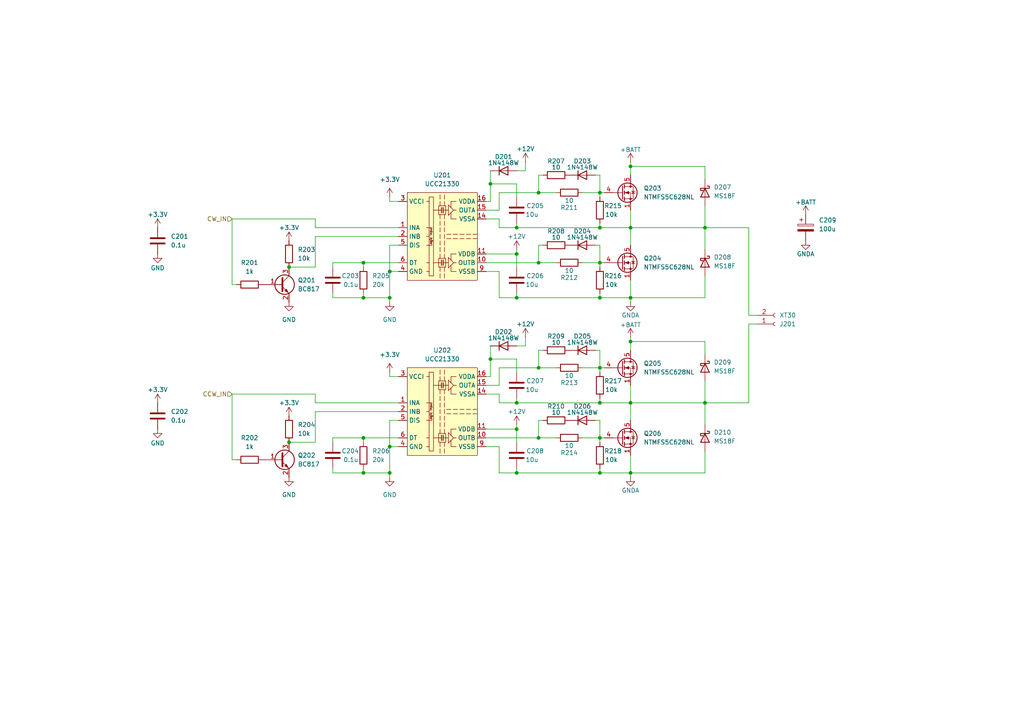
<source format=kicad_sch>
(kicad_sch
	(version 20231120)
	(generator "eeschema")
	(generator_version "8.0")
	(uuid "caace98f-5dfc-4059-a4c8-8b76ee9ab456")
	(paper "A4")
	(lib_symbols
		(symbol "Connector:Conn_01x02_Socket"
			(pin_names
				(offset 1.016) hide)
			(exclude_from_sim no)
			(in_bom yes)
			(on_board yes)
			(property "Reference" "J"
				(at 0 2.54 0)
				(effects
					(font
						(size 1.27 1.27)
					)
				)
			)
			(property "Value" "Conn_01x02_Socket"
				(at 0 -5.08 0)
				(effects
					(font
						(size 1.27 1.27)
					)
				)
			)
			(property "Footprint" ""
				(at 0 0 0)
				(effects
					(font
						(size 1.27 1.27)
					)
					(hide yes)
				)
			)
			(property "Datasheet" "~"
				(at 0 0 0)
				(effects
					(font
						(size 1.27 1.27)
					)
					(hide yes)
				)
			)
			(property "Description" "Generic connector, single row, 01x02, script generated"
				(at 0 0 0)
				(effects
					(font
						(size 1.27 1.27)
					)
					(hide yes)
				)
			)
			(property "ki_locked" ""
				(at 0 0 0)
				(effects
					(font
						(size 1.27 1.27)
					)
				)
			)
			(property "ki_keywords" "connector"
				(at 0 0 0)
				(effects
					(font
						(size 1.27 1.27)
					)
					(hide yes)
				)
			)
			(property "ki_fp_filters" "Connector*:*_1x??_*"
				(at 0 0 0)
				(effects
					(font
						(size 1.27 1.27)
					)
					(hide yes)
				)
			)
			(symbol "Conn_01x02_Socket_1_1"
				(arc
					(start 0 -2.032)
					(mid -0.5058 -2.54)
					(end 0 -3.048)
					(stroke
						(width 0.1524)
						(type default)
					)
					(fill
						(type none)
					)
				)
				(polyline
					(pts
						(xy -1.27 -2.54) (xy -0.508 -2.54)
					)
					(stroke
						(width 0.1524)
						(type default)
					)
					(fill
						(type none)
					)
				)
				(polyline
					(pts
						(xy -1.27 0) (xy -0.508 0)
					)
					(stroke
						(width 0.1524)
						(type default)
					)
					(fill
						(type none)
					)
				)
				(arc
					(start 0 0.508)
					(mid -0.5058 0)
					(end 0 -0.508)
					(stroke
						(width 0.1524)
						(type default)
					)
					(fill
						(type none)
					)
				)
				(pin passive line
					(at -5.08 0 0)
					(length 3.81)
					(name "Pin_1"
						(effects
							(font
								(size 1.27 1.27)
							)
						)
					)
					(number "1"
						(effects
							(font
								(size 1.27 1.27)
							)
						)
					)
				)
				(pin passive line
					(at -5.08 -2.54 0)
					(length 3.81)
					(name "Pin_2"
						(effects
							(font
								(size 1.27 1.27)
							)
						)
					)
					(number "2"
						(effects
							(font
								(size 1.27 1.27)
							)
						)
					)
				)
			)
		)
		(symbol "Device:C"
			(pin_numbers hide)
			(pin_names
				(offset 0.254)
			)
			(exclude_from_sim no)
			(in_bom yes)
			(on_board yes)
			(property "Reference" "C"
				(at 0.635 2.54 0)
				(effects
					(font
						(size 1.27 1.27)
					)
					(justify left)
				)
			)
			(property "Value" "C"
				(at 0.635 -2.54 0)
				(effects
					(font
						(size 1.27 1.27)
					)
					(justify left)
				)
			)
			(property "Footprint" ""
				(at 0.9652 -3.81 0)
				(effects
					(font
						(size 1.27 1.27)
					)
					(hide yes)
				)
			)
			(property "Datasheet" "~"
				(at 0 0 0)
				(effects
					(font
						(size 1.27 1.27)
					)
					(hide yes)
				)
			)
			(property "Description" "Unpolarized capacitor"
				(at 0 0 0)
				(effects
					(font
						(size 1.27 1.27)
					)
					(hide yes)
				)
			)
			(property "ki_keywords" "cap capacitor"
				(at 0 0 0)
				(effects
					(font
						(size 1.27 1.27)
					)
					(hide yes)
				)
			)
			(property "ki_fp_filters" "C_*"
				(at 0 0 0)
				(effects
					(font
						(size 1.27 1.27)
					)
					(hide yes)
				)
			)
			(symbol "C_0_1"
				(polyline
					(pts
						(xy -2.032 -0.762) (xy 2.032 -0.762)
					)
					(stroke
						(width 0.508)
						(type default)
					)
					(fill
						(type none)
					)
				)
				(polyline
					(pts
						(xy -2.032 0.762) (xy 2.032 0.762)
					)
					(stroke
						(width 0.508)
						(type default)
					)
					(fill
						(type none)
					)
				)
			)
			(symbol "C_1_1"
				(pin passive line
					(at 0 3.81 270)
					(length 2.794)
					(name "~"
						(effects
							(font
								(size 1.27 1.27)
							)
						)
					)
					(number "1"
						(effects
							(font
								(size 1.27 1.27)
							)
						)
					)
				)
				(pin passive line
					(at 0 -3.81 90)
					(length 2.794)
					(name "~"
						(effects
							(font
								(size 1.27 1.27)
							)
						)
					)
					(number "2"
						(effects
							(font
								(size 1.27 1.27)
							)
						)
					)
				)
			)
		)
		(symbol "Device:C_Polarized"
			(pin_numbers hide)
			(pin_names
				(offset 0.254)
			)
			(exclude_from_sim no)
			(in_bom yes)
			(on_board yes)
			(property "Reference" "C"
				(at 0.635 2.54 0)
				(effects
					(font
						(size 1.27 1.27)
					)
					(justify left)
				)
			)
			(property "Value" "C_Polarized"
				(at 0.635 -2.54 0)
				(effects
					(font
						(size 1.27 1.27)
					)
					(justify left)
				)
			)
			(property "Footprint" ""
				(at 0.9652 -3.81 0)
				(effects
					(font
						(size 1.27 1.27)
					)
					(hide yes)
				)
			)
			(property "Datasheet" "~"
				(at 0 0 0)
				(effects
					(font
						(size 1.27 1.27)
					)
					(hide yes)
				)
			)
			(property "Description" "Polarized capacitor"
				(at 0 0 0)
				(effects
					(font
						(size 1.27 1.27)
					)
					(hide yes)
				)
			)
			(property "ki_keywords" "cap capacitor"
				(at 0 0 0)
				(effects
					(font
						(size 1.27 1.27)
					)
					(hide yes)
				)
			)
			(property "ki_fp_filters" "CP_*"
				(at 0 0 0)
				(effects
					(font
						(size 1.27 1.27)
					)
					(hide yes)
				)
			)
			(symbol "C_Polarized_0_1"
				(rectangle
					(start -2.286 0.508)
					(end 2.286 1.016)
					(stroke
						(width 0)
						(type default)
					)
					(fill
						(type none)
					)
				)
				(polyline
					(pts
						(xy -1.778 2.286) (xy -0.762 2.286)
					)
					(stroke
						(width 0)
						(type default)
					)
					(fill
						(type none)
					)
				)
				(polyline
					(pts
						(xy -1.27 2.794) (xy -1.27 1.778)
					)
					(stroke
						(width 0)
						(type default)
					)
					(fill
						(type none)
					)
				)
				(rectangle
					(start 2.286 -0.508)
					(end -2.286 -1.016)
					(stroke
						(width 0)
						(type default)
					)
					(fill
						(type outline)
					)
				)
			)
			(symbol "C_Polarized_1_1"
				(pin passive line
					(at 0 3.81 270)
					(length 2.794)
					(name "~"
						(effects
							(font
								(size 1.27 1.27)
							)
						)
					)
					(number "1"
						(effects
							(font
								(size 1.27 1.27)
							)
						)
					)
				)
				(pin passive line
					(at 0 -3.81 90)
					(length 2.794)
					(name "~"
						(effects
							(font
								(size 1.27 1.27)
							)
						)
					)
					(number "2"
						(effects
							(font
								(size 1.27 1.27)
							)
						)
					)
				)
			)
		)
		(symbol "Device:D"
			(pin_numbers hide)
			(pin_names
				(offset 1.016) hide)
			(exclude_from_sim no)
			(in_bom yes)
			(on_board yes)
			(property "Reference" "D"
				(at 0 2.54 0)
				(effects
					(font
						(size 1.27 1.27)
					)
				)
			)
			(property "Value" "D"
				(at 0 -2.54 0)
				(effects
					(font
						(size 1.27 1.27)
					)
				)
			)
			(property "Footprint" ""
				(at 0 0 0)
				(effects
					(font
						(size 1.27 1.27)
					)
					(hide yes)
				)
			)
			(property "Datasheet" "~"
				(at 0 0 0)
				(effects
					(font
						(size 1.27 1.27)
					)
					(hide yes)
				)
			)
			(property "Description" "Diode"
				(at 0 0 0)
				(effects
					(font
						(size 1.27 1.27)
					)
					(hide yes)
				)
			)
			(property "Sim.Device" "D"
				(at 0 0 0)
				(effects
					(font
						(size 1.27 1.27)
					)
					(hide yes)
				)
			)
			(property "Sim.Pins" "1=K 2=A"
				(at 0 0 0)
				(effects
					(font
						(size 1.27 1.27)
					)
					(hide yes)
				)
			)
			(property "ki_keywords" "diode"
				(at 0 0 0)
				(effects
					(font
						(size 1.27 1.27)
					)
					(hide yes)
				)
			)
			(property "ki_fp_filters" "TO-???* *_Diode_* *SingleDiode* D_*"
				(at 0 0 0)
				(effects
					(font
						(size 1.27 1.27)
					)
					(hide yes)
				)
			)
			(symbol "D_0_1"
				(polyline
					(pts
						(xy -1.27 1.27) (xy -1.27 -1.27)
					)
					(stroke
						(width 0.254)
						(type default)
					)
					(fill
						(type none)
					)
				)
				(polyline
					(pts
						(xy 1.27 0) (xy -1.27 0)
					)
					(stroke
						(width 0)
						(type default)
					)
					(fill
						(type none)
					)
				)
				(polyline
					(pts
						(xy 1.27 1.27) (xy 1.27 -1.27) (xy -1.27 0) (xy 1.27 1.27)
					)
					(stroke
						(width 0.254)
						(type default)
					)
					(fill
						(type none)
					)
				)
			)
			(symbol "D_1_1"
				(pin passive line
					(at -3.81 0 0)
					(length 2.54)
					(name "K"
						(effects
							(font
								(size 1.27 1.27)
							)
						)
					)
					(number "1"
						(effects
							(font
								(size 1.27 1.27)
							)
						)
					)
				)
				(pin passive line
					(at 3.81 0 180)
					(length 2.54)
					(name "A"
						(effects
							(font
								(size 1.27 1.27)
							)
						)
					)
					(number "2"
						(effects
							(font
								(size 1.27 1.27)
							)
						)
					)
				)
			)
		)
		(symbol "Device:D_Schottky"
			(pin_numbers hide)
			(pin_names
				(offset 1.016) hide)
			(exclude_from_sim no)
			(in_bom yes)
			(on_board yes)
			(property "Reference" "D"
				(at 0 2.54 0)
				(effects
					(font
						(size 1.27 1.27)
					)
				)
			)
			(property "Value" "D_Schottky"
				(at 0 -2.54 0)
				(effects
					(font
						(size 1.27 1.27)
					)
				)
			)
			(property "Footprint" ""
				(at 0 0 0)
				(effects
					(font
						(size 1.27 1.27)
					)
					(hide yes)
				)
			)
			(property "Datasheet" "~"
				(at 0 0 0)
				(effects
					(font
						(size 1.27 1.27)
					)
					(hide yes)
				)
			)
			(property "Description" "Schottky diode"
				(at 0 0 0)
				(effects
					(font
						(size 1.27 1.27)
					)
					(hide yes)
				)
			)
			(property "ki_keywords" "diode Schottky"
				(at 0 0 0)
				(effects
					(font
						(size 1.27 1.27)
					)
					(hide yes)
				)
			)
			(property "ki_fp_filters" "TO-???* *_Diode_* *SingleDiode* D_*"
				(at 0 0 0)
				(effects
					(font
						(size 1.27 1.27)
					)
					(hide yes)
				)
			)
			(symbol "D_Schottky_0_1"
				(polyline
					(pts
						(xy 1.27 0) (xy -1.27 0)
					)
					(stroke
						(width 0)
						(type default)
					)
					(fill
						(type none)
					)
				)
				(polyline
					(pts
						(xy 1.27 1.27) (xy 1.27 -1.27) (xy -1.27 0) (xy 1.27 1.27)
					)
					(stroke
						(width 0.254)
						(type default)
					)
					(fill
						(type none)
					)
				)
				(polyline
					(pts
						(xy -1.905 0.635) (xy -1.905 1.27) (xy -1.27 1.27) (xy -1.27 -1.27) (xy -0.635 -1.27) (xy -0.635 -0.635)
					)
					(stroke
						(width 0.254)
						(type default)
					)
					(fill
						(type none)
					)
				)
			)
			(symbol "D_Schottky_1_1"
				(pin passive line
					(at -3.81 0 0)
					(length 2.54)
					(name "K"
						(effects
							(font
								(size 1.27 1.27)
							)
						)
					)
					(number "1"
						(effects
							(font
								(size 1.27 1.27)
							)
						)
					)
				)
				(pin passive line
					(at 3.81 0 180)
					(length 2.54)
					(name "A"
						(effects
							(font
								(size 1.27 1.27)
							)
						)
					)
					(number "2"
						(effects
							(font
								(size 1.27 1.27)
							)
						)
					)
				)
			)
		)
		(symbol "Device:R"
			(pin_numbers hide)
			(pin_names
				(offset 0)
			)
			(exclude_from_sim no)
			(in_bom yes)
			(on_board yes)
			(property "Reference" "R"
				(at 2.032 0 90)
				(effects
					(font
						(size 1.27 1.27)
					)
				)
			)
			(property "Value" "R"
				(at 0 0 90)
				(effects
					(font
						(size 1.27 1.27)
					)
				)
			)
			(property "Footprint" ""
				(at -1.778 0 90)
				(effects
					(font
						(size 1.27 1.27)
					)
					(hide yes)
				)
			)
			(property "Datasheet" "~"
				(at 0 0 0)
				(effects
					(font
						(size 1.27 1.27)
					)
					(hide yes)
				)
			)
			(property "Description" "Resistor"
				(at 0 0 0)
				(effects
					(font
						(size 1.27 1.27)
					)
					(hide yes)
				)
			)
			(property "ki_keywords" "R res resistor"
				(at 0 0 0)
				(effects
					(font
						(size 1.27 1.27)
					)
					(hide yes)
				)
			)
			(property "ki_fp_filters" "R_*"
				(at 0 0 0)
				(effects
					(font
						(size 1.27 1.27)
					)
					(hide yes)
				)
			)
			(symbol "R_0_1"
				(rectangle
					(start -1.016 -2.54)
					(end 1.016 2.54)
					(stroke
						(width 0.254)
						(type default)
					)
					(fill
						(type none)
					)
				)
			)
			(symbol "R_1_1"
				(pin passive line
					(at 0 3.81 270)
					(length 1.27)
					(name "~"
						(effects
							(font
								(size 1.27 1.27)
							)
						)
					)
					(number "1"
						(effects
							(font
								(size 1.27 1.27)
							)
						)
					)
				)
				(pin passive line
					(at 0 -3.81 90)
					(length 1.27)
					(name "~"
						(effects
							(font
								(size 1.27 1.27)
							)
						)
					)
					(number "2"
						(effects
							(font
								(size 1.27 1.27)
							)
						)
					)
				)
			)
		)
		(symbol "Driver_FET:UCC21520DW"
			(exclude_from_sim no)
			(in_bom yes)
			(on_board yes)
			(property "Reference" "U"
				(at 0 16.51 0)
				(effects
					(font
						(size 1.27 1.27)
					)
				)
			)
			(property "Value" "UCC21520DW"
				(at 0 13.97 0)
				(effects
					(font
						(size 1.27 1.27)
					)
				)
			)
			(property "Footprint" "Package_SO:SOIC-16W_7.5x10.3mm_P1.27mm"
				(at 0 -13.97 0)
				(effects
					(font
						(size 1.27 1.27)
					)
					(hide yes)
				)
			)
			(property "Datasheet" "http://www.ti.com/lit/ds/symlink/ucc21520.pdf"
				(at 0 -1.27 0)
				(effects
					(font
						(size 1.27 1.27)
					)
					(hide yes)
				)
			)
			(property "Description" "Isolated Dual-Channel Gate Driver, Output Current 4.0/6.0A, 5.7kV Isolation, 8V UVLO, SOIC-16W"
				(at 0 0 0)
				(effects
					(font
						(size 1.27 1.27)
					)
					(hide yes)
				)
			)
			(property "ki_keywords" "Dual Isolated Gate Driver"
				(at 0 0 0)
				(effects
					(font
						(size 1.27 1.27)
					)
					(hide yes)
				)
			)
			(property "ki_fp_filters" "SOIC*7.5x10.3mm*P1.27mm*"
				(at 0 0 0)
				(effects
					(font
						(size 1.27 1.27)
					)
					(hide yes)
				)
			)
			(symbol "UCC21520DW_0_0"
				(polyline
					(pts
						(xy -0.635 6.35) (xy -0.635 5.08)
					)
					(stroke
						(width 0)
						(type default)
					)
					(fill
						(type none)
					)
				)
				(polyline
					(pts
						(xy -0.635 10.16) (xy -0.635 8.89)
					)
					(stroke
						(width 0)
						(type default)
					)
					(fill
						(type none)
					)
				)
				(polyline
					(pts
						(xy -0.635 12.065) (xy -0.635 10.795)
					)
					(stroke
						(width 0)
						(type default)
					)
					(fill
						(type none)
					)
				)
				(polyline
					(pts
						(xy -0.254 -7.62) (xy -2.54 -7.62)
					)
					(stroke
						(width 0)
						(type default)
					)
					(fill
						(type none)
					)
				)
				(polyline
					(pts
						(xy -0.254 -6.858) (xy -0.254 -8.382)
					)
					(stroke
						(width 0.254)
						(type default)
					)
					(fill
						(type none)
					)
				)
				(polyline
					(pts
						(xy -0.254 7.62) (xy -2.54 7.62)
					)
					(stroke
						(width 0)
						(type default)
					)
					(fill
						(type none)
					)
				)
				(polyline
					(pts
						(xy -0.254 8.382) (xy -0.254 6.858)
					)
					(stroke
						(width 0.254)
						(type default)
					)
					(fill
						(type none)
					)
				)
				(polyline
					(pts
						(xy 0.254 -7.62) (xy 1.778 -7.62)
					)
					(stroke
						(width 0)
						(type default)
					)
					(fill
						(type none)
					)
				)
				(polyline
					(pts
						(xy 0.254 -6.858) (xy 0.254 -8.382)
					)
					(stroke
						(width 0.254)
						(type default)
					)
					(fill
						(type none)
					)
				)
				(polyline
					(pts
						(xy 0.254 7.62) (xy 1.778 7.62)
					)
					(stroke
						(width 0)
						(type default)
					)
					(fill
						(type none)
					)
				)
				(polyline
					(pts
						(xy 0.254 8.382) (xy 0.254 6.858)
					)
					(stroke
						(width 0.254)
						(type default)
					)
					(fill
						(type none)
					)
				)
				(polyline
					(pts
						(xy 0.635 6.35) (xy 0.635 5.08)
					)
					(stroke
						(width 0)
						(type default)
					)
					(fill
						(type none)
					)
				)
				(polyline
					(pts
						(xy 0.635 8.89) (xy 0.635 10.16)
					)
					(stroke
						(width 0)
						(type default)
					)
					(fill
						(type none)
					)
				)
				(polyline
					(pts
						(xy 0.635 10.795) (xy 0.635 12.065)
					)
					(stroke
						(width 0)
						(type default)
					)
					(fill
						(type none)
					)
				)
				(polyline
					(pts
						(xy 2.54 -0.635) (xy 1.27 -0.635)
					)
					(stroke
						(width 0)
						(type default)
					)
					(fill
						(type none)
					)
				)
				(polyline
					(pts
						(xy 2.54 0.635) (xy 1.27 0.635)
					)
					(stroke
						(width 0)
						(type default)
					)
					(fill
						(type none)
					)
				)
				(polyline
					(pts
						(xy 4.064 -7.62) (xy 3.302 -7.62)
					)
					(stroke
						(width 0)
						(type default)
					)
					(fill
						(type none)
					)
				)
				(polyline
					(pts
						(xy 4.064 7.62) (xy 3.302 7.62)
					)
					(stroke
						(width 0)
						(type default)
					)
					(fill
						(type none)
					)
				)
				(polyline
					(pts
						(xy 4.445 -0.635) (xy 3.175 -0.635)
					)
					(stroke
						(width 0)
						(type default)
					)
					(fill
						(type none)
					)
				)
				(polyline
					(pts
						(xy 4.445 0.635) (xy 3.175 0.635)
					)
					(stroke
						(width 0)
						(type default)
					)
					(fill
						(type none)
					)
				)
				(polyline
					(pts
						(xy 6.35 -0.635) (xy 5.08 -0.635)
					)
					(stroke
						(width 0)
						(type default)
					)
					(fill
						(type none)
					)
				)
				(polyline
					(pts
						(xy 6.35 0.635) (xy 5.08 0.635)
					)
					(stroke
						(width 0)
						(type default)
					)
					(fill
						(type none)
					)
				)
				(polyline
					(pts
						(xy 8.255 -0.635) (xy 6.985 -0.635)
					)
					(stroke
						(width 0)
						(type default)
					)
					(fill
						(type none)
					)
				)
				(polyline
					(pts
						(xy 8.255 0.635) (xy 6.985 0.635)
					)
					(stroke
						(width 0)
						(type default)
					)
					(fill
						(type none)
					)
				)
				(polyline
					(pts
						(xy 10.16 -0.635) (xy 8.89 -0.635)
					)
					(stroke
						(width 0)
						(type default)
					)
					(fill
						(type none)
					)
				)
				(polyline
					(pts
						(xy 10.16 0.635) (xy 8.89 0.635)
					)
					(stroke
						(width 0)
						(type default)
					)
					(fill
						(type none)
					)
				)
				(polyline
					(pts
						(xy 4.064 -10.16) (xy 2.54 -10.16) (xy 2.54 -8.382)
					)
					(stroke
						(width 0)
						(type default)
					)
					(fill
						(type none)
					)
				)
				(polyline
					(pts
						(xy 4.064 -5.08) (xy 2.54 -5.08) (xy 2.54 -6.858)
					)
					(stroke
						(width 0)
						(type default)
					)
					(fill
						(type none)
					)
				)
				(polyline
					(pts
						(xy 4.064 5.08) (xy 2.54 5.08) (xy 2.54 6.858)
					)
					(stroke
						(width 0)
						(type default)
					)
					(fill
						(type none)
					)
				)
				(polyline
					(pts
						(xy 4.064 10.16) (xy 2.54 10.16) (xy 2.54 8.382)
					)
					(stroke
						(width 0)
						(type default)
					)
					(fill
						(type none)
					)
				)
				(polyline
					(pts
						(xy 3.302 -7.62) (xy 1.778 -9.144) (xy 1.778 -6.096) (xy 3.302 -7.62)
					)
					(stroke
						(width 0)
						(type default)
					)
					(fill
						(type none)
					)
				)
				(polyline
					(pts
						(xy 3.302 7.62) (xy 1.778 6.096) (xy 1.778 9.144) (xy 3.302 7.62)
					)
					(stroke
						(width 0)
						(type default)
					)
					(fill
						(type none)
					)
				)
				(rectangle
					(start 1.016 -6.35)
					(end -1.016 -8.89)
					(stroke
						(width 0)
						(type default)
					)
					(fill
						(type none)
					)
				)
				(rectangle
					(start 1.016 8.89)
					(end -1.016 6.35)
					(stroke
						(width 0)
						(type default)
					)
					(fill
						(type none)
					)
				)
				(text "Logic Input"
					(at -3.302 0 900)
					(effects
						(font
							(size 0.635 0.635)
						)
					)
				)
			)
			(symbol "UCC21520DW_0_1"
				(rectangle
					(start -3.81 11.43)
					(end -2.54 -11.43)
					(stroke
						(width 0)
						(type default)
					)
					(fill
						(type none)
					)
				)
				(polyline
					(pts
						(xy -3.81 -10.16) (xy -4.572 -10.16)
					)
					(stroke
						(width 0)
						(type default)
					)
					(fill
						(type none)
					)
				)
				(polyline
					(pts
						(xy -3.81 -7.62) (xy -4.572 -7.62)
					)
					(stroke
						(width 0)
						(type default)
					)
					(fill
						(type none)
					)
				)
				(polyline
					(pts
						(xy -3.81 -2.54) (xy -4.572 -2.54)
					)
					(stroke
						(width 0)
						(type default)
					)
					(fill
						(type none)
					)
				)
				(polyline
					(pts
						(xy -3.81 0) (xy -4.572 0)
					)
					(stroke
						(width 0)
						(type default)
					)
					(fill
						(type none)
					)
				)
				(polyline
					(pts
						(xy -3.81 2.54) (xy -4.572 2.54)
					)
					(stroke
						(width 0)
						(type default)
					)
					(fill
						(type none)
					)
				)
				(polyline
					(pts
						(xy -3.81 10.16) (xy -4.572 10.16)
					)
					(stroke
						(width 0)
						(type default)
					)
					(fill
						(type none)
					)
				)
				(polyline
					(pts
						(xy -0.635 -10.795) (xy -0.635 -12.065)
					)
					(stroke
						(width 0)
						(type default)
					)
					(fill
						(type none)
					)
				)
				(polyline
					(pts
						(xy -0.635 -8.89) (xy -0.635 -10.16)
					)
					(stroke
						(width 0)
						(type default)
					)
					(fill
						(type none)
					)
				)
				(polyline
					(pts
						(xy -0.635 -5.08) (xy -0.635 -6.35)
					)
					(stroke
						(width 0)
						(type default)
					)
					(fill
						(type none)
					)
				)
				(polyline
					(pts
						(xy -0.635 -3.175) (xy -0.635 -4.445)
					)
					(stroke
						(width 0)
						(type default)
					)
					(fill
						(type none)
					)
				)
				(polyline
					(pts
						(xy -0.635 -1.27) (xy -0.635 -2.54)
					)
					(stroke
						(width 0)
						(type default)
					)
					(fill
						(type none)
					)
				)
				(polyline
					(pts
						(xy -0.635 0.635) (xy -0.635 -0.635)
					)
					(stroke
						(width 0)
						(type default)
					)
					(fill
						(type none)
					)
				)
				(polyline
					(pts
						(xy -0.635 2.54) (xy -0.635 1.27)
					)
					(stroke
						(width 0)
						(type default)
					)
					(fill
						(type none)
					)
				)
				(polyline
					(pts
						(xy -0.635 4.445) (xy -0.635 3.175)
					)
					(stroke
						(width 0)
						(type default)
					)
					(fill
						(type none)
					)
				)
				(polyline
					(pts
						(xy 0.635 -10.795) (xy 0.635 -12.065)
					)
					(stroke
						(width 0)
						(type default)
					)
					(fill
						(type none)
					)
				)
				(polyline
					(pts
						(xy 0.635 -8.89) (xy 0.635 -10.16)
					)
					(stroke
						(width 0)
						(type default)
					)
					(fill
						(type none)
					)
				)
				(polyline
					(pts
						(xy 0.635 -5.08) (xy 0.635 -6.35)
					)
					(stroke
						(width 0)
						(type default)
					)
					(fill
						(type none)
					)
				)
				(polyline
					(pts
						(xy 0.635 -3.175) (xy 0.635 -4.445)
					)
					(stroke
						(width 0)
						(type default)
					)
					(fill
						(type none)
					)
				)
				(polyline
					(pts
						(xy 0.635 -1.27) (xy 0.635 -2.54)
					)
					(stroke
						(width 0)
						(type default)
					)
					(fill
						(type none)
					)
				)
				(polyline
					(pts
						(xy 0.635 0.635) (xy 0.635 -0.635)
					)
					(stroke
						(width 0)
						(type default)
					)
					(fill
						(type none)
					)
				)
				(polyline
					(pts
						(xy 0.635 2.54) (xy 0.635 1.27)
					)
					(stroke
						(width 0)
						(type default)
					)
					(fill
						(type none)
					)
				)
				(polyline
					(pts
						(xy 0.635 4.445) (xy 0.635 3.175)
					)
					(stroke
						(width 0)
						(type default)
					)
					(fill
						(type none)
					)
				)
				(rectangle
					(start 10.16 12.7)
					(end -10.16 -12.7)
					(stroke
						(width 0)
						(type default)
					)
					(fill
						(type background)
					)
				)
			)
			(symbol "UCC21520DW_1_1"
				(pin input line
					(at -12.7 2.54 0)
					(length 2.54)
					(name "INA"
						(effects
							(font
								(size 1.27 1.27)
							)
						)
					)
					(number "1"
						(effects
							(font
								(size 1.27 1.27)
							)
						)
					)
				)
				(pin output line
					(at 12.7 -7.62 180)
					(length 2.54)
					(name "OUTB"
						(effects
							(font
								(size 1.27 1.27)
							)
						)
					)
					(number "10"
						(effects
							(font
								(size 1.27 1.27)
							)
						)
					)
				)
				(pin power_in line
					(at 12.7 -5.08 180)
					(length 2.54)
					(name "VDDB"
						(effects
							(font
								(size 1.27 1.27)
							)
						)
					)
					(number "11"
						(effects
							(font
								(size 1.27 1.27)
							)
						)
					)
				)
				(pin no_connect line
					(at 10.16 -2.54 180)
					(length 2.54) hide
					(name "NC"
						(effects
							(font
								(size 1.27 1.27)
							)
						)
					)
					(number "12"
						(effects
							(font
								(size 1.27 1.27)
							)
						)
					)
				)
				(pin no_connect line
					(at 10.16 2.54 180)
					(length 2.54) hide
					(name "NC"
						(effects
							(font
								(size 1.27 1.27)
							)
						)
					)
					(number "13"
						(effects
							(font
								(size 1.27 1.27)
							)
						)
					)
				)
				(pin power_in line
					(at 12.7 5.08 180)
					(length 2.54)
					(name "VSSA"
						(effects
							(font
								(size 1.27 1.27)
							)
						)
					)
					(number "14"
						(effects
							(font
								(size 1.27 1.27)
							)
						)
					)
				)
				(pin output line
					(at 12.7 7.62 180)
					(length 2.54)
					(name "OUTA"
						(effects
							(font
								(size 1.27 1.27)
							)
						)
					)
					(number "15"
						(effects
							(font
								(size 1.27 1.27)
							)
						)
					)
				)
				(pin power_in line
					(at 12.7 10.16 180)
					(length 2.54)
					(name "VDDA"
						(effects
							(font
								(size 1.27 1.27)
							)
						)
					)
					(number "16"
						(effects
							(font
								(size 1.27 1.27)
							)
						)
					)
				)
				(pin input line
					(at -12.7 0 0)
					(length 2.54)
					(name "INB"
						(effects
							(font
								(size 1.27 1.27)
							)
						)
					)
					(number "2"
						(effects
							(font
								(size 1.27 1.27)
							)
						)
					)
				)
				(pin power_in line
					(at -12.7 10.16 0)
					(length 2.54)
					(name "VCCI"
						(effects
							(font
								(size 1.27 1.27)
							)
						)
					)
					(number "3"
						(effects
							(font
								(size 1.27 1.27)
							)
						)
					)
				)
				(pin power_in line
					(at -12.7 -10.16 0)
					(length 2.54)
					(name "GND"
						(effects
							(font
								(size 1.27 1.27)
							)
						)
					)
					(number "4"
						(effects
							(font
								(size 1.27 1.27)
							)
						)
					)
				)
				(pin input line
					(at -12.7 -2.54 0)
					(length 2.54)
					(name "DIS"
						(effects
							(font
								(size 1.27 1.27)
							)
						)
					)
					(number "5"
						(effects
							(font
								(size 1.27 1.27)
							)
						)
					)
				)
				(pin passive line
					(at -12.7 -7.62 0)
					(length 2.54)
					(name "DT"
						(effects
							(font
								(size 1.27 1.27)
							)
						)
					)
					(number "6"
						(effects
							(font
								(size 1.27 1.27)
							)
						)
					)
				)
				(pin no_connect line
					(at -10.16 -5.08 0)
					(length 2.54) hide
					(name "NC"
						(effects
							(font
								(size 1.27 1.27)
							)
						)
					)
					(number "7"
						(effects
							(font
								(size 1.27 1.27)
							)
						)
					)
				)
				(pin passive line
					(at -12.7 10.16 0)
					(length 2.54) hide
					(name "VCCI"
						(effects
							(font
								(size 1.27 1.27)
							)
						)
					)
					(number "8"
						(effects
							(font
								(size 1.27 1.27)
							)
						)
					)
				)
				(pin power_in line
					(at 12.7 -10.16 180)
					(length 2.54)
					(name "VSSB"
						(effects
							(font
								(size 1.27 1.27)
							)
						)
					)
					(number "9"
						(effects
							(font
								(size 1.27 1.27)
							)
						)
					)
				)
			)
		)
		(symbol "Transistor_BJT:BC817"
			(pin_names
				(offset 0) hide)
			(exclude_from_sim no)
			(in_bom yes)
			(on_board yes)
			(property "Reference" "Q"
				(at 5.08 1.905 0)
				(effects
					(font
						(size 1.27 1.27)
					)
					(justify left)
				)
			)
			(property "Value" "BC817"
				(at 5.08 0 0)
				(effects
					(font
						(size 1.27 1.27)
					)
					(justify left)
				)
			)
			(property "Footprint" "Package_TO_SOT_SMD:SOT-23"
				(at 5.08 -1.905 0)
				(effects
					(font
						(size 1.27 1.27)
						(italic yes)
					)
					(justify left)
					(hide yes)
				)
			)
			(property "Datasheet" "https://www.onsemi.com/pub/Collateral/BC818-D.pdf"
				(at 0 0 0)
				(effects
					(font
						(size 1.27 1.27)
					)
					(justify left)
					(hide yes)
				)
			)
			(property "Description" "0.8A Ic, 45V Vce, NPN Transistor, SOT-23"
				(at 0 0 0)
				(effects
					(font
						(size 1.27 1.27)
					)
					(hide yes)
				)
			)
			(property "ki_keywords" "NPN Transistor"
				(at 0 0 0)
				(effects
					(font
						(size 1.27 1.27)
					)
					(hide yes)
				)
			)
			(property "ki_fp_filters" "SOT?23*"
				(at 0 0 0)
				(effects
					(font
						(size 1.27 1.27)
					)
					(hide yes)
				)
			)
			(symbol "BC817_0_1"
				(polyline
					(pts
						(xy 0.635 0.635) (xy 2.54 2.54)
					)
					(stroke
						(width 0)
						(type default)
					)
					(fill
						(type none)
					)
				)
				(polyline
					(pts
						(xy 0.635 -0.635) (xy 2.54 -2.54) (xy 2.54 -2.54)
					)
					(stroke
						(width 0)
						(type default)
					)
					(fill
						(type none)
					)
				)
				(polyline
					(pts
						(xy 0.635 1.905) (xy 0.635 -1.905) (xy 0.635 -1.905)
					)
					(stroke
						(width 0.508)
						(type default)
					)
					(fill
						(type none)
					)
				)
				(polyline
					(pts
						(xy 1.27 -1.778) (xy 1.778 -1.27) (xy 2.286 -2.286) (xy 1.27 -1.778) (xy 1.27 -1.778)
					)
					(stroke
						(width 0)
						(type default)
					)
					(fill
						(type outline)
					)
				)
				(circle
					(center 1.27 0)
					(radius 2.8194)
					(stroke
						(width 0.254)
						(type default)
					)
					(fill
						(type none)
					)
				)
			)
			(symbol "BC817_1_1"
				(pin input line
					(at -5.08 0 0)
					(length 5.715)
					(name "B"
						(effects
							(font
								(size 1.27 1.27)
							)
						)
					)
					(number "1"
						(effects
							(font
								(size 1.27 1.27)
							)
						)
					)
				)
				(pin passive line
					(at 2.54 -5.08 90)
					(length 2.54)
					(name "E"
						(effects
							(font
								(size 1.27 1.27)
							)
						)
					)
					(number "2"
						(effects
							(font
								(size 1.27 1.27)
							)
						)
					)
				)
				(pin passive line
					(at 2.54 5.08 270)
					(length 2.54)
					(name "C"
						(effects
							(font
								(size 1.27 1.27)
							)
						)
					)
					(number "3"
						(effects
							(font
								(size 1.27 1.27)
							)
						)
					)
				)
			)
		)
		(symbol "Transistor_FET:CSD17578Q5A"
			(pin_names hide)
			(exclude_from_sim no)
			(in_bom yes)
			(on_board yes)
			(property "Reference" "Q"
				(at 5.08 1.905 0)
				(effects
					(font
						(size 1.27 1.27)
					)
					(justify left)
				)
			)
			(property "Value" "CSD17578Q5A"
				(at 5.08 0 0)
				(effects
					(font
						(size 1.27 1.27)
					)
					(justify left)
				)
			)
			(property "Footprint" "Package_TO_SOT_SMD:TDSON-8-1"
				(at 5.08 -1.905 0)
				(effects
					(font
						(size 1.27 1.27)
						(italic yes)
					)
					(justify left)
					(hide yes)
				)
			)
			(property "Datasheet" "http://www.ti.com/lit/gpn/csd17578q5a"
				(at 5.08 -3.81 0)
				(effects
					(font
						(size 1.27 1.27)
					)
					(justify left)
					(hide yes)
				)
			)
			(property "Description" "25A Id, 30V Vds, NexFET N-Channel Power MOSFET, 6.9mOhm Ron, Qg (typ) 7.9nC, SON8 5x6mm"
				(at 0 0 0)
				(effects
					(font
						(size 1.27 1.27)
					)
					(hide yes)
				)
			)
			(property "ki_keywords" "NexFET Power MOSFET N-MOS"
				(at 0 0 0)
				(effects
					(font
						(size 1.27 1.27)
					)
					(hide yes)
				)
			)
			(property "ki_fp_filters" "TDSON*"
				(at 0 0 0)
				(effects
					(font
						(size 1.27 1.27)
					)
					(hide yes)
				)
			)
			(symbol "CSD17578Q5A_0_1"
				(polyline
					(pts
						(xy 0.254 0) (xy -2.54 0)
					)
					(stroke
						(width 0)
						(type default)
					)
					(fill
						(type none)
					)
				)
				(polyline
					(pts
						(xy 0.254 1.905) (xy 0.254 -1.905)
					)
					(stroke
						(width 0.254)
						(type default)
					)
					(fill
						(type none)
					)
				)
				(polyline
					(pts
						(xy 0.762 -1.27) (xy 0.762 -2.286)
					)
					(stroke
						(width 0.254)
						(type default)
					)
					(fill
						(type none)
					)
				)
				(polyline
					(pts
						(xy 0.762 0.508) (xy 0.762 -0.508)
					)
					(stroke
						(width 0.254)
						(type default)
					)
					(fill
						(type none)
					)
				)
				(polyline
					(pts
						(xy 0.762 2.286) (xy 0.762 1.27)
					)
					(stroke
						(width 0.254)
						(type default)
					)
					(fill
						(type none)
					)
				)
				(polyline
					(pts
						(xy 2.54 2.54) (xy 2.54 1.778)
					)
					(stroke
						(width 0)
						(type default)
					)
					(fill
						(type none)
					)
				)
				(polyline
					(pts
						(xy 2.54 -2.54) (xy 2.54 0) (xy 0.762 0)
					)
					(stroke
						(width 0)
						(type default)
					)
					(fill
						(type none)
					)
				)
				(polyline
					(pts
						(xy 0.762 -1.778) (xy 3.302 -1.778) (xy 3.302 1.778) (xy 0.762 1.778)
					)
					(stroke
						(width 0)
						(type default)
					)
					(fill
						(type none)
					)
				)
				(polyline
					(pts
						(xy 1.016 0) (xy 2.032 0.381) (xy 2.032 -0.381) (xy 1.016 0)
					)
					(stroke
						(width 0)
						(type default)
					)
					(fill
						(type outline)
					)
				)
				(polyline
					(pts
						(xy 2.794 0.508) (xy 2.921 0.381) (xy 3.683 0.381) (xy 3.81 0.254)
					)
					(stroke
						(width 0)
						(type default)
					)
					(fill
						(type none)
					)
				)
				(polyline
					(pts
						(xy 3.302 0.381) (xy 2.921 -0.254) (xy 3.683 -0.254) (xy 3.302 0.381)
					)
					(stroke
						(width 0)
						(type default)
					)
					(fill
						(type none)
					)
				)
				(circle
					(center 1.651 0)
					(radius 2.794)
					(stroke
						(width 0.254)
						(type default)
					)
					(fill
						(type none)
					)
				)
				(circle
					(center 2.54 -1.778)
					(radius 0.254)
					(stroke
						(width 0)
						(type default)
					)
					(fill
						(type outline)
					)
				)
				(circle
					(center 2.54 1.778)
					(radius 0.254)
					(stroke
						(width 0)
						(type default)
					)
					(fill
						(type outline)
					)
				)
			)
			(symbol "CSD17578Q5A_1_1"
				(pin passive line
					(at 2.54 -5.08 90)
					(length 2.54)
					(name "S"
						(effects
							(font
								(size 1.27 1.27)
							)
						)
					)
					(number "1"
						(effects
							(font
								(size 1.27 1.27)
							)
						)
					)
				)
				(pin passive line
					(at 2.54 -5.08 90)
					(length 2.54) hide
					(name "S"
						(effects
							(font
								(size 1.27 1.27)
							)
						)
					)
					(number "2"
						(effects
							(font
								(size 1.27 1.27)
							)
						)
					)
				)
				(pin passive line
					(at 2.54 -5.08 90)
					(length 2.54) hide
					(name "S"
						(effects
							(font
								(size 1.27 1.27)
							)
						)
					)
					(number "3"
						(effects
							(font
								(size 1.27 1.27)
							)
						)
					)
				)
				(pin passive line
					(at -5.08 0 0)
					(length 2.54)
					(name "G"
						(effects
							(font
								(size 1.27 1.27)
							)
						)
					)
					(number "4"
						(effects
							(font
								(size 1.27 1.27)
							)
						)
					)
				)
				(pin passive line
					(at 2.54 5.08 270)
					(length 2.54)
					(name "D"
						(effects
							(font
								(size 1.27 1.27)
							)
						)
					)
					(number "5"
						(effects
							(font
								(size 1.27 1.27)
							)
						)
					)
				)
			)
		)
		(symbol "power:+12V"
			(power)
			(pin_numbers hide)
			(pin_names
				(offset 0) hide)
			(exclude_from_sim no)
			(in_bom yes)
			(on_board yes)
			(property "Reference" "#PWR"
				(at 0 -3.81 0)
				(effects
					(font
						(size 1.27 1.27)
					)
					(hide yes)
				)
			)
			(property "Value" "+12V"
				(at 0 3.556 0)
				(effects
					(font
						(size 1.27 1.27)
					)
				)
			)
			(property "Footprint" ""
				(at 0 0 0)
				(effects
					(font
						(size 1.27 1.27)
					)
					(hide yes)
				)
			)
			(property "Datasheet" ""
				(at 0 0 0)
				(effects
					(font
						(size 1.27 1.27)
					)
					(hide yes)
				)
			)
			(property "Description" "Power symbol creates a global label with name \"+12V\""
				(at 0 0 0)
				(effects
					(font
						(size 1.27 1.27)
					)
					(hide yes)
				)
			)
			(property "ki_keywords" "global power"
				(at 0 0 0)
				(effects
					(font
						(size 1.27 1.27)
					)
					(hide yes)
				)
			)
			(symbol "+12V_0_1"
				(polyline
					(pts
						(xy -0.762 1.27) (xy 0 2.54)
					)
					(stroke
						(width 0)
						(type default)
					)
					(fill
						(type none)
					)
				)
				(polyline
					(pts
						(xy 0 0) (xy 0 2.54)
					)
					(stroke
						(width 0)
						(type default)
					)
					(fill
						(type none)
					)
				)
				(polyline
					(pts
						(xy 0 2.54) (xy 0.762 1.27)
					)
					(stroke
						(width 0)
						(type default)
					)
					(fill
						(type none)
					)
				)
			)
			(symbol "+12V_1_1"
				(pin power_in line
					(at 0 0 90)
					(length 0)
					(name "~"
						(effects
							(font
								(size 1.27 1.27)
							)
						)
					)
					(number "1"
						(effects
							(font
								(size 1.27 1.27)
							)
						)
					)
				)
			)
		)
		(symbol "power:+3.3V"
			(power)
			(pin_numbers hide)
			(pin_names
				(offset 0) hide)
			(exclude_from_sim no)
			(in_bom yes)
			(on_board yes)
			(property "Reference" "#PWR"
				(at 0 -3.81 0)
				(effects
					(font
						(size 1.27 1.27)
					)
					(hide yes)
				)
			)
			(property "Value" "+3.3V"
				(at 0 3.556 0)
				(effects
					(font
						(size 1.27 1.27)
					)
				)
			)
			(property "Footprint" ""
				(at 0 0 0)
				(effects
					(font
						(size 1.27 1.27)
					)
					(hide yes)
				)
			)
			(property "Datasheet" ""
				(at 0 0 0)
				(effects
					(font
						(size 1.27 1.27)
					)
					(hide yes)
				)
			)
			(property "Description" "Power symbol creates a global label with name \"+3.3V\""
				(at 0 0 0)
				(effects
					(font
						(size 1.27 1.27)
					)
					(hide yes)
				)
			)
			(property "ki_keywords" "global power"
				(at 0 0 0)
				(effects
					(font
						(size 1.27 1.27)
					)
					(hide yes)
				)
			)
			(symbol "+3.3V_0_1"
				(polyline
					(pts
						(xy -0.762 1.27) (xy 0 2.54)
					)
					(stroke
						(width 0)
						(type default)
					)
					(fill
						(type none)
					)
				)
				(polyline
					(pts
						(xy 0 0) (xy 0 2.54)
					)
					(stroke
						(width 0)
						(type default)
					)
					(fill
						(type none)
					)
				)
				(polyline
					(pts
						(xy 0 2.54) (xy 0.762 1.27)
					)
					(stroke
						(width 0)
						(type default)
					)
					(fill
						(type none)
					)
				)
			)
			(symbol "+3.3V_1_1"
				(pin power_in line
					(at 0 0 90)
					(length 0)
					(name "~"
						(effects
							(font
								(size 1.27 1.27)
							)
						)
					)
					(number "1"
						(effects
							(font
								(size 1.27 1.27)
							)
						)
					)
				)
			)
		)
		(symbol "power:+BATT"
			(power)
			(pin_numbers hide)
			(pin_names
				(offset 0) hide)
			(exclude_from_sim no)
			(in_bom yes)
			(on_board yes)
			(property "Reference" "#PWR"
				(at 0 -3.81 0)
				(effects
					(font
						(size 1.27 1.27)
					)
					(hide yes)
				)
			)
			(property "Value" "+BATT"
				(at 0 3.556 0)
				(effects
					(font
						(size 1.27 1.27)
					)
				)
			)
			(property "Footprint" ""
				(at 0 0 0)
				(effects
					(font
						(size 1.27 1.27)
					)
					(hide yes)
				)
			)
			(property "Datasheet" ""
				(at 0 0 0)
				(effects
					(font
						(size 1.27 1.27)
					)
					(hide yes)
				)
			)
			(property "Description" "Power symbol creates a global label with name \"+BATT\""
				(at 0 0 0)
				(effects
					(font
						(size 1.27 1.27)
					)
					(hide yes)
				)
			)
			(property "ki_keywords" "global power battery"
				(at 0 0 0)
				(effects
					(font
						(size 1.27 1.27)
					)
					(hide yes)
				)
			)
			(symbol "+BATT_0_1"
				(polyline
					(pts
						(xy -0.762 1.27) (xy 0 2.54)
					)
					(stroke
						(width 0)
						(type default)
					)
					(fill
						(type none)
					)
				)
				(polyline
					(pts
						(xy 0 0) (xy 0 2.54)
					)
					(stroke
						(width 0)
						(type default)
					)
					(fill
						(type none)
					)
				)
				(polyline
					(pts
						(xy 0 2.54) (xy 0.762 1.27)
					)
					(stroke
						(width 0)
						(type default)
					)
					(fill
						(type none)
					)
				)
			)
			(symbol "+BATT_1_1"
				(pin power_in line
					(at 0 0 90)
					(length 0)
					(name "~"
						(effects
							(font
								(size 1.27 1.27)
							)
						)
					)
					(number "1"
						(effects
							(font
								(size 1.27 1.27)
							)
						)
					)
				)
			)
		)
		(symbol "power:GND"
			(power)
			(pin_numbers hide)
			(pin_names
				(offset 0) hide)
			(exclude_from_sim no)
			(in_bom yes)
			(on_board yes)
			(property "Reference" "#PWR"
				(at 0 -6.35 0)
				(effects
					(font
						(size 1.27 1.27)
					)
					(hide yes)
				)
			)
			(property "Value" "GND"
				(at 0 -3.81 0)
				(effects
					(font
						(size 1.27 1.27)
					)
				)
			)
			(property "Footprint" ""
				(at 0 0 0)
				(effects
					(font
						(size 1.27 1.27)
					)
					(hide yes)
				)
			)
			(property "Datasheet" ""
				(at 0 0 0)
				(effects
					(font
						(size 1.27 1.27)
					)
					(hide yes)
				)
			)
			(property "Description" "Power symbol creates a global label with name \"GND\" , ground"
				(at 0 0 0)
				(effects
					(font
						(size 1.27 1.27)
					)
					(hide yes)
				)
			)
			(property "ki_keywords" "global power"
				(at 0 0 0)
				(effects
					(font
						(size 1.27 1.27)
					)
					(hide yes)
				)
			)
			(symbol "GND_0_1"
				(polyline
					(pts
						(xy 0 0) (xy 0 -1.27) (xy 1.27 -1.27) (xy 0 -2.54) (xy -1.27 -1.27) (xy 0 -1.27)
					)
					(stroke
						(width 0)
						(type default)
					)
					(fill
						(type none)
					)
				)
			)
			(symbol "GND_1_1"
				(pin power_in line
					(at 0 0 270)
					(length 0)
					(name "~"
						(effects
							(font
								(size 1.27 1.27)
							)
						)
					)
					(number "1"
						(effects
							(font
								(size 1.27 1.27)
							)
						)
					)
				)
			)
		)
		(symbol "power:GNDA"
			(power)
			(pin_numbers hide)
			(pin_names
				(offset 0) hide)
			(exclude_from_sim no)
			(in_bom yes)
			(on_board yes)
			(property "Reference" "#PWR"
				(at 0 -6.35 0)
				(effects
					(font
						(size 1.27 1.27)
					)
					(hide yes)
				)
			)
			(property "Value" "GNDA"
				(at 0 -3.81 0)
				(effects
					(font
						(size 1.27 1.27)
					)
				)
			)
			(property "Footprint" ""
				(at 0 0 0)
				(effects
					(font
						(size 1.27 1.27)
					)
					(hide yes)
				)
			)
			(property "Datasheet" ""
				(at 0 0 0)
				(effects
					(font
						(size 1.27 1.27)
					)
					(hide yes)
				)
			)
			(property "Description" "Power symbol creates a global label with name \"GNDA\" , analog ground"
				(at 0 0 0)
				(effects
					(font
						(size 1.27 1.27)
					)
					(hide yes)
				)
			)
			(property "ki_keywords" "global power"
				(at 0 0 0)
				(effects
					(font
						(size 1.27 1.27)
					)
					(hide yes)
				)
			)
			(symbol "GNDA_0_1"
				(polyline
					(pts
						(xy 0 0) (xy 0 -1.27) (xy 1.27 -1.27) (xy 0 -2.54) (xy -1.27 -1.27) (xy 0 -1.27)
					)
					(stroke
						(width 0)
						(type default)
					)
					(fill
						(type none)
					)
				)
			)
			(symbol "GNDA_1_1"
				(pin power_in line
					(at 0 0 270)
					(length 0)
					(name "~"
						(effects
							(font
								(size 1.27 1.27)
							)
						)
					)
					(number "1"
						(effects
							(font
								(size 1.27 1.27)
							)
						)
					)
				)
			)
		)
	)
	(junction
		(at 149.86 116.84)
		(diameter 0)
		(color 0 0 0 0)
		(uuid "0210cbfc-e96d-40c1-bb10-d08e99cdf1d5")
	)
	(junction
		(at 149.86 137.16)
		(diameter 0)
		(color 0 0 0 0)
		(uuid "0240dba7-002f-48ae-9419-854298c46015")
	)
	(junction
		(at 173.99 106.68)
		(diameter 0)
		(color 0 0 0 0)
		(uuid "02753c5b-22ff-46a4-9221-17053795a2c9")
	)
	(junction
		(at 182.88 86.36)
		(diameter 0)
		(color 0 0 0 0)
		(uuid "02b8f7f2-8dca-4859-a482-c2943e1129f1")
	)
	(junction
		(at 173.99 137.16)
		(diameter 0)
		(color 0 0 0 0)
		(uuid "16e407d6-c4a3-4228-9a3e-c8647c3722e4")
	)
	(junction
		(at 105.41 76.2)
		(diameter 0)
		(color 0 0 0 0)
		(uuid "1bf58749-3c66-4b85-aa21-defb46a7317b")
	)
	(junction
		(at 173.99 76.2)
		(diameter 0)
		(color 0 0 0 0)
		(uuid "2521194f-3eff-4159-8ae0-f10ac9f9c01e")
	)
	(junction
		(at 204.47 66.04)
		(diameter 0)
		(color 0 0 0 0)
		(uuid "328286ff-e344-41ca-bac5-63e4499a4f91")
	)
	(junction
		(at 156.21 76.2)
		(diameter 0)
		(color 0 0 0 0)
		(uuid "33223c95-79ee-4fc4-a5f1-22a722632ca1")
	)
	(junction
		(at 142.24 53.34)
		(diameter 0)
		(color 0 0 0 0)
		(uuid "43623f98-1794-4017-98d1-52a850d23979")
	)
	(junction
		(at 173.99 66.04)
		(diameter 0)
		(color 0 0 0 0)
		(uuid "53da1664-b6be-4dd7-84bb-a7e48b830fb5")
	)
	(junction
		(at 173.99 55.88)
		(diameter 0)
		(color 0 0 0 0)
		(uuid "5cabb7bb-ff69-495d-97da-715c2855ee35")
	)
	(junction
		(at 204.47 116.84)
		(diameter 0)
		(color 0 0 0 0)
		(uuid "68e2b70d-5373-4908-adfd-995f62fc34b5")
	)
	(junction
		(at 182.88 99.06)
		(diameter 0)
		(color 0 0 0 0)
		(uuid "69be9d39-af81-4bd6-b785-f25595f1bf05")
	)
	(junction
		(at 113.03 86.36)
		(diameter 0)
		(color 0 0 0 0)
		(uuid "71448bf4-d90d-4e59-8d5f-c538582957ba")
	)
	(junction
		(at 182.88 137.16)
		(diameter 0)
		(color 0 0 0 0)
		(uuid "79032a7e-8a58-40fc-ad17-3b550da726c8")
	)
	(junction
		(at 149.86 73.66)
		(diameter 0)
		(color 0 0 0 0)
		(uuid "79940089-b7e9-4697-b8cf-f2a554e4802a")
	)
	(junction
		(at 113.03 129.54)
		(diameter 0)
		(color 0 0 0 0)
		(uuid "7ac38a53-e005-40ce-83f1-20fdf3535694")
	)
	(junction
		(at 105.41 86.36)
		(diameter 0)
		(color 0 0 0 0)
		(uuid "85385836-0694-4ba1-b103-a4d446ce9b19")
	)
	(junction
		(at 113.03 78.74)
		(diameter 0)
		(color 0 0 0 0)
		(uuid "874dda02-734f-44cc-b9d8-8416f2221b31")
	)
	(junction
		(at 156.21 55.88)
		(diameter 0)
		(color 0 0 0 0)
		(uuid "89080c15-dd84-43ed-a816-45d69cf3bb19")
	)
	(junction
		(at 105.41 127)
		(diameter 0)
		(color 0 0 0 0)
		(uuid "9c93a91b-e1f4-40ba-b754-ee6024c1418b")
	)
	(junction
		(at 149.86 66.04)
		(diameter 0)
		(color 0 0 0 0)
		(uuid "ac4a3325-e091-4176-a101-7f910008082a")
	)
	(junction
		(at 156.21 127)
		(diameter 0)
		(color 0 0 0 0)
		(uuid "b0312e56-f0f5-4341-a73d-661e21d926e7")
	)
	(junction
		(at 149.86 124.46)
		(diameter 0)
		(color 0 0 0 0)
		(uuid "b351c5ef-cff0-41e1-a61d-02a1764f3424")
	)
	(junction
		(at 105.41 137.16)
		(diameter 0)
		(color 0 0 0 0)
		(uuid "b450b5d1-0e42-4454-8bda-5cc575ff2dec")
	)
	(junction
		(at 173.99 86.36)
		(diameter 0)
		(color 0 0 0 0)
		(uuid "b5931ce1-797d-43d0-accf-8a3a8f5ee148")
	)
	(junction
		(at 182.88 116.84)
		(diameter 0)
		(color 0 0 0 0)
		(uuid "bc17699c-e531-4cf7-9d59-30bfddfb33c2")
	)
	(junction
		(at 83.82 128.27)
		(diameter 0)
		(color 0 0 0 0)
		(uuid "be534904-cfdc-4fe3-9c88-7c9477c377ed")
	)
	(junction
		(at 113.03 137.16)
		(diameter 0)
		(color 0 0 0 0)
		(uuid "c6680676-98b6-4a88-9a8e-dbd8e31165ae")
	)
	(junction
		(at 142.24 104.14)
		(diameter 0)
		(color 0 0 0 0)
		(uuid "c7a7db4e-10ab-46a1-a427-292f855107f4")
	)
	(junction
		(at 182.88 66.04)
		(diameter 0)
		(color 0 0 0 0)
		(uuid "d08046d4-1ccf-4372-964a-049f62fde5dd")
	)
	(junction
		(at 156.21 106.68)
		(diameter 0)
		(color 0 0 0 0)
		(uuid "db305394-c1a2-47c3-9b3b-19a44ebe17c7")
	)
	(junction
		(at 182.88 48.26)
		(diameter 0)
		(color 0 0 0 0)
		(uuid "df4a898e-f53a-4693-92a4-ae01f0c315fe")
	)
	(junction
		(at 173.99 116.84)
		(diameter 0)
		(color 0 0 0 0)
		(uuid "dfa1f9bb-7d2f-4bcc-a45d-56e80014a168")
	)
	(junction
		(at 149.86 86.36)
		(diameter 0)
		(color 0 0 0 0)
		(uuid "e0df4fed-1ef8-45c9-8871-8188242eaa6d")
	)
	(junction
		(at 173.99 127)
		(diameter 0)
		(color 0 0 0 0)
		(uuid "f127caa0-cb11-4e22-9ee7-cbd0c99127cc")
	)
	(junction
		(at 83.82 77.47)
		(diameter 0)
		(color 0 0 0 0)
		(uuid "f1d3e78c-0c4d-4290-ac5a-fc6dcb4250e2")
	)
	(wire
		(pts
			(xy 91.44 119.38) (xy 91.44 128.27)
		)
		(stroke
			(width 0)
			(type default)
		)
		(uuid "01c93458-f12c-461e-bc6d-84efba8eb12e")
	)
	(wire
		(pts
			(xy 182.88 66.04) (xy 204.47 66.04)
		)
		(stroke
			(width 0)
			(type default)
		)
		(uuid "034e2991-9139-4943-a1ca-59f6706128b4")
	)
	(wire
		(pts
			(xy 91.44 128.27) (xy 83.82 128.27)
		)
		(stroke
			(width 0)
			(type default)
		)
		(uuid "0438a8fa-662d-4c58-befc-087cddbe4444")
	)
	(wire
		(pts
			(xy 204.47 102.87) (xy 204.47 99.06)
		)
		(stroke
			(width 0)
			(type default)
		)
		(uuid "0673e821-dd75-46bc-b7e5-5193bda01fa2")
	)
	(wire
		(pts
			(xy 91.44 114.3) (xy 67.31 114.3)
		)
		(stroke
			(width 0)
			(type default)
		)
		(uuid "0ba89fdf-45a5-40f2-b227-c6917c53fef3")
	)
	(wire
		(pts
			(xy 149.86 57.15) (xy 149.86 53.34)
		)
		(stroke
			(width 0)
			(type default)
		)
		(uuid "0c634808-a0cd-4ade-a0fc-1a39b096863d")
	)
	(wire
		(pts
			(xy 149.86 104.14) (xy 142.24 104.14)
		)
		(stroke
			(width 0)
			(type default)
		)
		(uuid "0f0c2ba5-8905-47fa-b1ab-020fc84e39e1")
	)
	(wire
		(pts
			(xy 91.44 116.84) (xy 115.57 116.84)
		)
		(stroke
			(width 0)
			(type default)
		)
		(uuid "1275c26d-9cfe-4fa3-8b71-1f1b058f72bb")
	)
	(wire
		(pts
			(xy 144.78 60.96) (xy 140.97 60.96)
		)
		(stroke
			(width 0)
			(type default)
		)
		(uuid "178c1b44-3215-42c1-bdb5-7705821a30cf")
	)
	(wire
		(pts
			(xy 149.86 123.19) (xy 149.86 124.46)
		)
		(stroke
			(width 0)
			(type default)
		)
		(uuid "18554bf6-ab32-49bf-99c6-18f4efc49e93")
	)
	(wire
		(pts
			(xy 204.47 59.69) (xy 204.47 66.04)
		)
		(stroke
			(width 0)
			(type default)
		)
		(uuid "18aa948e-4775-4731-be90-724f1820ee30")
	)
	(wire
		(pts
			(xy 204.47 116.84) (xy 217.17 116.84)
		)
		(stroke
			(width 0)
			(type default)
		)
		(uuid "1d1d8a5b-b244-480a-96b4-44a77b3ce874")
	)
	(wire
		(pts
			(xy 142.24 58.42) (xy 140.97 58.42)
		)
		(stroke
			(width 0)
			(type default)
		)
		(uuid "2045b2bc-ceab-4dbe-ad1a-eab3abfd90ee")
	)
	(wire
		(pts
			(xy 182.88 81.28) (xy 182.88 86.36)
		)
		(stroke
			(width 0)
			(type default)
		)
		(uuid "20bee509-3677-491c-a239-439c125b55f0")
	)
	(wire
		(pts
			(xy 149.86 107.95) (xy 149.86 104.14)
		)
		(stroke
			(width 0)
			(type default)
		)
		(uuid "20cde7e5-c730-488e-8df4-f9855aed76d6")
	)
	(wire
		(pts
			(xy 113.03 86.36) (xy 105.41 86.36)
		)
		(stroke
			(width 0)
			(type default)
		)
		(uuid "21767228-8531-4faf-a7a9-f2aa711e374f")
	)
	(wire
		(pts
			(xy 96.52 76.2) (xy 105.41 76.2)
		)
		(stroke
			(width 0)
			(type default)
		)
		(uuid "21cc6cf4-bd02-4499-aa0f-23b34af7f892")
	)
	(wire
		(pts
			(xy 204.47 130.81) (xy 204.47 137.16)
		)
		(stroke
			(width 0)
			(type default)
		)
		(uuid "220c12c7-ea22-4f1d-add3-dffdd4e63b39")
	)
	(wire
		(pts
			(xy 149.86 77.47) (xy 149.86 73.66)
		)
		(stroke
			(width 0)
			(type default)
		)
		(uuid "221b80b5-715e-420a-af14-ecaddf2c904e")
	)
	(wire
		(pts
			(xy 140.97 127) (xy 156.21 127)
		)
		(stroke
			(width 0)
			(type default)
		)
		(uuid "225fce31-5ebc-4951-884f-301ec81a6d73")
	)
	(wire
		(pts
			(xy 115.57 76.2) (xy 105.41 76.2)
		)
		(stroke
			(width 0)
			(type default)
		)
		(uuid "25252d18-6f63-4d57-a582-75b17ddc9a15")
	)
	(wire
		(pts
			(xy 140.97 76.2) (xy 156.21 76.2)
		)
		(stroke
			(width 0)
			(type default)
		)
		(uuid "26f9c878-f5fa-4bf1-a9c3-c68dae64ac97")
	)
	(wire
		(pts
			(xy 149.86 86.36) (xy 173.99 86.36)
		)
		(stroke
			(width 0)
			(type default)
		)
		(uuid "27422c76-7b63-4fae-a9db-e97733dbc567")
	)
	(wire
		(pts
			(xy 67.31 133.35) (xy 68.58 133.35)
		)
		(stroke
			(width 0)
			(type default)
		)
		(uuid "27611b16-ead8-4ffb-9a4d-fbf2ce7d5116")
	)
	(wire
		(pts
			(xy 144.78 86.36) (xy 149.86 86.36)
		)
		(stroke
			(width 0)
			(type default)
		)
		(uuid "28b1c30c-dcba-4a45-88cb-242bf84a0c13")
	)
	(wire
		(pts
			(xy 142.24 100.33) (xy 142.24 104.14)
		)
		(stroke
			(width 0)
			(type default)
		)
		(uuid "2a129336-c59b-42b5-ac42-9dc86312b62c")
	)
	(wire
		(pts
			(xy 91.44 77.47) (xy 83.82 77.47)
		)
		(stroke
			(width 0)
			(type default)
		)
		(uuid "2bc84234-0049-4693-b701-db6ed8102941")
	)
	(wire
		(pts
			(xy 113.03 71.12) (xy 113.03 78.74)
		)
		(stroke
			(width 0)
			(type default)
		)
		(uuid "2c2bf3a2-56ab-4ac9-88d7-140444f5680d")
	)
	(wire
		(pts
			(xy 156.21 101.6) (xy 156.21 106.68)
		)
		(stroke
			(width 0)
			(type default)
		)
		(uuid "322bb9c3-287f-49b9-a69f-c219d863a4f1")
	)
	(wire
		(pts
			(xy 182.88 60.96) (xy 182.88 66.04)
		)
		(stroke
			(width 0)
			(type default)
		)
		(uuid "341df13a-51be-418e-b351-1d510c28854a")
	)
	(wire
		(pts
			(xy 144.78 111.76) (xy 140.97 111.76)
		)
		(stroke
			(width 0)
			(type default)
		)
		(uuid "3513ae97-7027-4d27-8b40-ba1be143238e")
	)
	(wire
		(pts
			(xy 173.99 57.15) (xy 173.99 55.88)
		)
		(stroke
			(width 0)
			(type default)
		)
		(uuid "36883cd2-4a89-494d-8da1-4549426f64fb")
	)
	(wire
		(pts
			(xy 113.03 121.92) (xy 113.03 129.54)
		)
		(stroke
			(width 0)
			(type default)
		)
		(uuid "36d39c57-e3b1-4014-82cb-57161ad2dcc2")
	)
	(wire
		(pts
			(xy 96.52 128.27) (xy 96.52 127)
		)
		(stroke
			(width 0)
			(type default)
		)
		(uuid "36d8e0e2-dfc3-40b0-82e5-54d66d8abbd4")
	)
	(wire
		(pts
			(xy 149.86 64.77) (xy 149.86 66.04)
		)
		(stroke
			(width 0)
			(type default)
		)
		(uuid "399d09bd-7298-4a1b-ab2c-5f9e4ee943f9")
	)
	(wire
		(pts
			(xy 152.4 100.33) (xy 152.4 97.79)
		)
		(stroke
			(width 0)
			(type default)
		)
		(uuid "3c649e7a-ea90-45d3-913a-7ccb7577a7e9")
	)
	(wire
		(pts
			(xy 173.99 50.8) (xy 173.99 55.88)
		)
		(stroke
			(width 0)
			(type default)
		)
		(uuid "3c8f8308-c1e8-4549-b92f-447b7d036535")
	)
	(wire
		(pts
			(xy 173.99 77.47) (xy 173.99 76.2)
		)
		(stroke
			(width 0)
			(type default)
		)
		(uuid "3cb51ce0-8bbf-430d-b72f-94769dd0a88b")
	)
	(wire
		(pts
			(xy 173.99 135.89) (xy 173.99 137.16)
		)
		(stroke
			(width 0)
			(type default)
		)
		(uuid "3f54bf4b-024f-4ff8-bb54-17703db4ed0e")
	)
	(wire
		(pts
			(xy 149.86 72.39) (xy 149.86 73.66)
		)
		(stroke
			(width 0)
			(type default)
		)
		(uuid "4180f98b-6539-4aa2-bdb0-ed0ca19b5fea")
	)
	(wire
		(pts
			(xy 67.31 114.3) (xy 67.31 133.35)
		)
		(stroke
			(width 0)
			(type default)
		)
		(uuid "422f2f6d-9e19-41ba-8181-a2e50e275b78")
	)
	(wire
		(pts
			(xy 149.86 128.27) (xy 149.86 124.46)
		)
		(stroke
			(width 0)
			(type default)
		)
		(uuid "462a796e-625b-4040-bb2b-8be3b53fb10a")
	)
	(wire
		(pts
			(xy 182.88 48.26) (xy 204.47 48.26)
		)
		(stroke
			(width 0)
			(type default)
		)
		(uuid "46df17a5-45ec-4cd9-ad4c-30f5a6d880c6")
	)
	(wire
		(pts
			(xy 96.52 127) (xy 105.41 127)
		)
		(stroke
			(width 0)
			(type default)
		)
		(uuid "47b22123-1b10-4753-8d25-aa5c01e616bc")
	)
	(wire
		(pts
			(xy 149.86 100.33) (xy 152.4 100.33)
		)
		(stroke
			(width 0)
			(type default)
		)
		(uuid "496f4f68-140a-4fc2-b065-8a92306a6b10")
	)
	(wire
		(pts
			(xy 204.47 86.36) (xy 182.88 86.36)
		)
		(stroke
			(width 0)
			(type default)
		)
		(uuid "4afa60dc-7bce-491f-b83e-aca6838e772b")
	)
	(wire
		(pts
			(xy 115.57 71.12) (xy 113.03 71.12)
		)
		(stroke
			(width 0)
			(type default)
		)
		(uuid "4b100371-4779-4884-b48c-3d514bebfae1")
	)
	(wire
		(pts
			(xy 173.99 50.8) (xy 172.72 50.8)
		)
		(stroke
			(width 0)
			(type default)
		)
		(uuid "4b7fdb08-a133-4ed0-96ba-384727ffef89")
	)
	(wire
		(pts
			(xy 173.99 64.77) (xy 173.99 66.04)
		)
		(stroke
			(width 0)
			(type default)
		)
		(uuid "4de61798-a10b-44fe-9a3f-0d4e44136256")
	)
	(wire
		(pts
			(xy 204.47 110.49) (xy 204.47 116.84)
		)
		(stroke
			(width 0)
			(type default)
		)
		(uuid "4decec6f-01f8-4ad3-a804-8513a20e5d89")
	)
	(wire
		(pts
			(xy 142.24 109.22) (xy 140.97 109.22)
		)
		(stroke
			(width 0)
			(type default)
		)
		(uuid "5141cb6e-c57e-49ee-a881-45ada259695e")
	)
	(wire
		(pts
			(xy 173.99 101.6) (xy 172.72 101.6)
		)
		(stroke
			(width 0)
			(type default)
		)
		(uuid "51ff2ed4-c39c-4009-a9da-028d4e012fdc")
	)
	(wire
		(pts
			(xy 144.78 78.74) (xy 140.97 78.74)
		)
		(stroke
			(width 0)
			(type default)
		)
		(uuid "55650652-1779-491a-8cb7-a3b87f6ae61b")
	)
	(wire
		(pts
			(xy 182.88 46.99) (xy 182.88 48.26)
		)
		(stroke
			(width 0)
			(type default)
		)
		(uuid "5584cb60-5138-47a8-a4ff-5242893ca66c")
	)
	(wire
		(pts
			(xy 113.03 109.22) (xy 115.57 109.22)
		)
		(stroke
			(width 0)
			(type default)
		)
		(uuid "55c0d19a-d374-4376-801d-895ed0967aa1")
	)
	(wire
		(pts
			(xy 173.99 71.12) (xy 173.99 76.2)
		)
		(stroke
			(width 0)
			(type default)
		)
		(uuid "55f7bb1e-88b0-45f7-95ab-d619819d0deb")
	)
	(wire
		(pts
			(xy 149.86 115.57) (xy 149.86 116.84)
		)
		(stroke
			(width 0)
			(type default)
		)
		(uuid "562355ff-5ff9-4498-9c45-aabcb3730684")
	)
	(wire
		(pts
			(xy 217.17 93.98) (xy 219.71 93.98)
		)
		(stroke
			(width 0)
			(type default)
		)
		(uuid "56b7f193-f796-45b1-ab3e-179b2c868aa0")
	)
	(wire
		(pts
			(xy 173.99 106.68) (xy 175.26 106.68)
		)
		(stroke
			(width 0)
			(type default)
		)
		(uuid "5878ee76-d81d-4303-ad04-df081017bac0")
	)
	(wire
		(pts
			(xy 173.99 128.27) (xy 173.99 127)
		)
		(stroke
			(width 0)
			(type default)
		)
		(uuid "598aa11e-cdc4-49ec-b702-d667eef2a3df")
	)
	(wire
		(pts
			(xy 113.03 58.42) (xy 115.57 58.42)
		)
		(stroke
			(width 0)
			(type default)
		)
		(uuid "5d85025d-8002-4711-bb67-bacd74f3ec7a")
	)
	(wire
		(pts
			(xy 113.03 129.54) (xy 113.03 137.16)
		)
		(stroke
			(width 0)
			(type default)
		)
		(uuid "5e055373-059e-4777-8351-030cd7f6d250")
	)
	(wire
		(pts
			(xy 149.86 137.16) (xy 173.99 137.16)
		)
		(stroke
			(width 0)
			(type default)
		)
		(uuid "5e05af68-f334-485b-ba0e-74c65dd9f79d")
	)
	(wire
		(pts
			(xy 96.52 135.89) (xy 96.52 137.16)
		)
		(stroke
			(width 0)
			(type default)
		)
		(uuid "6020a3b3-ee09-435f-8864-ba55bff96508")
	)
	(wire
		(pts
			(xy 113.03 137.16) (xy 105.41 137.16)
		)
		(stroke
			(width 0)
			(type default)
		)
		(uuid "61b7b935-2a50-4cdf-bedc-298ffe7f8d12")
	)
	(wire
		(pts
			(xy 156.21 50.8) (xy 156.21 55.88)
		)
		(stroke
			(width 0)
			(type default)
		)
		(uuid "61c1cf73-7746-44fa-b024-7bae9d00a079")
	)
	(wire
		(pts
			(xy 115.57 127) (xy 105.41 127)
		)
		(stroke
			(width 0)
			(type default)
		)
		(uuid "6393a4f7-ca6f-4075-8b89-bce3d0c6b54f")
	)
	(wire
		(pts
			(xy 91.44 66.04) (xy 91.44 63.5)
		)
		(stroke
			(width 0)
			(type default)
		)
		(uuid "6423c9f3-97bc-4dd1-aeef-28e746a50408")
	)
	(wire
		(pts
			(xy 144.78 66.04) (xy 149.86 66.04)
		)
		(stroke
			(width 0)
			(type default)
		)
		(uuid "65e978bc-a466-4fca-88cc-44acc3b3fb28")
	)
	(wire
		(pts
			(xy 173.99 85.09) (xy 173.99 86.36)
		)
		(stroke
			(width 0)
			(type default)
		)
		(uuid "6620b384-446f-4fa1-852e-40964d2c7b7a")
	)
	(wire
		(pts
			(xy 182.88 66.04) (xy 182.88 71.12)
		)
		(stroke
			(width 0)
			(type default)
		)
		(uuid "66673bdd-a509-4459-a262-a85376c05a97")
	)
	(wire
		(pts
			(xy 173.99 127) (xy 175.26 127)
		)
		(stroke
			(width 0)
			(type default)
		)
		(uuid "6734a09a-4edc-48d4-ac73-4fc3678b997f")
	)
	(wire
		(pts
			(xy 149.86 124.46) (xy 140.97 124.46)
		)
		(stroke
			(width 0)
			(type default)
		)
		(uuid "6e6d4df8-5769-4402-b48b-3b09e87bf3ab")
	)
	(wire
		(pts
			(xy 182.88 99.06) (xy 182.88 101.6)
		)
		(stroke
			(width 0)
			(type default)
		)
		(uuid "6ed087d6-2ab7-4d90-a9bc-c1116915817a")
	)
	(wire
		(pts
			(xy 149.86 66.04) (xy 173.99 66.04)
		)
		(stroke
			(width 0)
			(type default)
		)
		(uuid "70646dd6-a242-4ab6-a172-e06082d25ac5")
	)
	(wire
		(pts
			(xy 144.78 129.54) (xy 144.78 137.16)
		)
		(stroke
			(width 0)
			(type default)
		)
		(uuid "7709d00d-199a-4b00-bd65-682c6d85cc7b")
	)
	(wire
		(pts
			(xy 91.44 63.5) (xy 67.31 63.5)
		)
		(stroke
			(width 0)
			(type default)
		)
		(uuid "778d1bd4-8db7-4b07-9a2a-6d5758022e95")
	)
	(wire
		(pts
			(xy 113.03 138.43) (xy 113.03 137.16)
		)
		(stroke
			(width 0)
			(type default)
		)
		(uuid "793fa2a0-61f1-4a32-a9c6-2e407b91c5bc")
	)
	(wire
		(pts
			(xy 142.24 49.53) (xy 142.24 53.34)
		)
		(stroke
			(width 0)
			(type default)
		)
		(uuid "7aeb27b9-d6b3-454d-8af4-db134bd128c7")
	)
	(wire
		(pts
			(xy 173.99 137.16) (xy 182.88 137.16)
		)
		(stroke
			(width 0)
			(type default)
		)
		(uuid "7ff7b7be-101b-4d11-af09-402adf6a6b87")
	)
	(wire
		(pts
			(xy 144.78 114.3) (xy 144.78 116.84)
		)
		(stroke
			(width 0)
			(type default)
		)
		(uuid "819fc4c1-fe6a-4126-83db-fffcad69bcac")
	)
	(wire
		(pts
			(xy 157.48 121.92) (xy 156.21 121.92)
		)
		(stroke
			(width 0)
			(type default)
		)
		(uuid "836cfc05-7e4d-4abb-beeb-355c80f4a1dd")
	)
	(wire
		(pts
			(xy 105.41 86.36) (xy 105.41 85.09)
		)
		(stroke
			(width 0)
			(type default)
		)
		(uuid "8909eb75-bcb4-48bd-831a-4fedfa7c34d6")
	)
	(wire
		(pts
			(xy 91.44 116.84) (xy 91.44 114.3)
		)
		(stroke
			(width 0)
			(type default)
		)
		(uuid "8999490e-693b-4083-a1e0-d1e221b15231")
	)
	(wire
		(pts
			(xy 217.17 91.44) (xy 217.17 66.04)
		)
		(stroke
			(width 0)
			(type default)
		)
		(uuid "8c12bdb4-398f-4af8-8804-980d3dea3e7e")
	)
	(wire
		(pts
			(xy 217.17 66.04) (xy 204.47 66.04)
		)
		(stroke
			(width 0)
			(type default)
		)
		(uuid "8cebe0f3-0b21-44c2-a80e-bdea473fbddc")
	)
	(wire
		(pts
			(xy 156.21 106.68) (xy 161.29 106.68)
		)
		(stroke
			(width 0)
			(type default)
		)
		(uuid "92a97245-46ba-4b3f-8cdc-c3b7de781032")
	)
	(wire
		(pts
			(xy 173.99 76.2) (xy 175.26 76.2)
		)
		(stroke
			(width 0)
			(type default)
		)
		(uuid "953b5068-9935-4875-ab1b-aa5738e4e277")
	)
	(wire
		(pts
			(xy 182.88 99.06) (xy 204.47 99.06)
		)
		(stroke
			(width 0)
			(type default)
		)
		(uuid "95a8a701-db85-4a13-8dc3-26bcfe901dc2")
	)
	(wire
		(pts
			(xy 105.41 127) (xy 105.41 128.27)
		)
		(stroke
			(width 0)
			(type default)
		)
		(uuid "961a5252-9130-40a7-8165-0af6d351bb91")
	)
	(wire
		(pts
			(xy 156.21 127) (xy 161.29 127)
		)
		(stroke
			(width 0)
			(type default)
		)
		(uuid "965efefa-5121-42b1-a92c-e2d6e335160e")
	)
	(wire
		(pts
			(xy 144.78 129.54) (xy 140.97 129.54)
		)
		(stroke
			(width 0)
			(type default)
		)
		(uuid "975789c7-5787-4a5e-9d73-e8f17e64d466")
	)
	(wire
		(pts
			(xy 91.44 68.58) (xy 115.57 68.58)
		)
		(stroke
			(width 0)
			(type default)
		)
		(uuid "977f3228-ad49-429b-bfca-27289e44cd3d")
	)
	(wire
		(pts
			(xy 204.47 80.01) (xy 204.47 86.36)
		)
		(stroke
			(width 0)
			(type default)
		)
		(uuid "992f4574-a701-4ac0-a6b1-c2f9970a33e2")
	)
	(wire
		(pts
			(xy 142.24 104.14) (xy 142.24 109.22)
		)
		(stroke
			(width 0)
			(type default)
		)
		(uuid "9974f6d8-a50a-4d8c-a1bd-978b325dc183")
	)
	(wire
		(pts
			(xy 168.91 127) (xy 173.99 127)
		)
		(stroke
			(width 0)
			(type default)
		)
		(uuid "9ad44060-af0a-4a57-93ef-1f01da583e9d")
	)
	(wire
		(pts
			(xy 156.21 106.68) (xy 144.78 106.68)
		)
		(stroke
			(width 0)
			(type default)
		)
		(uuid "9bcaf2bf-8b6c-428d-b9fd-1c1f5c3a8aaa")
	)
	(wire
		(pts
			(xy 182.88 116.84) (xy 204.47 116.84)
		)
		(stroke
			(width 0)
			(type default)
		)
		(uuid "9dd87ed2-e212-4ceb-8005-262e45955a03")
	)
	(wire
		(pts
			(xy 157.48 50.8) (xy 156.21 50.8)
		)
		(stroke
			(width 0)
			(type default)
		)
		(uuid "9e8416f3-205a-4801-94d2-892b513f8929")
	)
	(wire
		(pts
			(xy 152.4 46.99) (xy 152.4 49.53)
		)
		(stroke
			(width 0)
			(type default)
		)
		(uuid "9f913937-d0ea-4feb-af72-91b6aae36267")
	)
	(wire
		(pts
			(xy 96.52 85.09) (xy 96.52 86.36)
		)
		(stroke
			(width 0)
			(type default)
		)
		(uuid "a175a7d5-841b-4a47-affd-b4fcc416c885")
	)
	(wire
		(pts
			(xy 144.78 63.5) (xy 144.78 66.04)
		)
		(stroke
			(width 0)
			(type default)
		)
		(uuid "a4fcd9ec-2743-4f53-a4e3-911cfa7311b6")
	)
	(wire
		(pts
			(xy 156.21 55.88) (xy 144.78 55.88)
		)
		(stroke
			(width 0)
			(type default)
		)
		(uuid "a7968e86-9b96-4202-9426-111df883d6bd")
	)
	(wire
		(pts
			(xy 173.99 86.36) (xy 182.88 86.36)
		)
		(stroke
			(width 0)
			(type default)
		)
		(uuid "a9d3da4a-66a0-416d-9548-a2b97d1e7b27")
	)
	(wire
		(pts
			(xy 115.57 129.54) (xy 113.03 129.54)
		)
		(stroke
			(width 0)
			(type default)
		)
		(uuid "aa4a90fe-7bb7-42b5-908f-40eca4cdceaf")
	)
	(wire
		(pts
			(xy 113.03 107.95) (xy 113.03 109.22)
		)
		(stroke
			(width 0)
			(type default)
		)
		(uuid "ab9f3c02-1d7b-4dca-ab26-762336413923")
	)
	(wire
		(pts
			(xy 113.03 87.63) (xy 113.03 86.36)
		)
		(stroke
			(width 0)
			(type default)
		)
		(uuid "aca80468-6e76-49f7-b764-d36be133ebcb")
	)
	(wire
		(pts
			(xy 91.44 66.04) (xy 115.57 66.04)
		)
		(stroke
			(width 0)
			(type default)
		)
		(uuid "ad0d6190-be18-4a0b-966a-fafb3b9760c2")
	)
	(wire
		(pts
			(xy 182.88 87.63) (xy 182.88 86.36)
		)
		(stroke
			(width 0)
			(type default)
		)
		(uuid "ae38fb2a-d1b9-45f3-b1fd-0eb30b9de3ee")
	)
	(wire
		(pts
			(xy 156.21 55.88) (xy 161.29 55.88)
		)
		(stroke
			(width 0)
			(type default)
		)
		(uuid "aede81d9-d264-46d3-932c-f3581e9ac615")
	)
	(wire
		(pts
			(xy 182.88 138.43) (xy 182.88 137.16)
		)
		(stroke
			(width 0)
			(type default)
		)
		(uuid "b2a0fd47-e0d0-4192-9ad1-19677e662ac7")
	)
	(wire
		(pts
			(xy 96.52 77.47) (xy 96.52 76.2)
		)
		(stroke
			(width 0)
			(type default)
		)
		(uuid "b39ac9b7-492f-4160-ae43-e472c71b7a1a")
	)
	(wire
		(pts
			(xy 142.24 53.34) (xy 142.24 58.42)
		)
		(stroke
			(width 0)
			(type default)
		)
		(uuid "b4e08638-478c-42eb-87b6-375f0843df8d")
	)
	(wire
		(pts
			(xy 149.86 135.89) (xy 149.86 137.16)
		)
		(stroke
			(width 0)
			(type default)
		)
		(uuid "b76c5156-76e1-4193-8d0b-e57e6d171f61")
	)
	(wire
		(pts
			(xy 144.78 116.84) (xy 149.86 116.84)
		)
		(stroke
			(width 0)
			(type default)
		)
		(uuid "b7cc120b-882d-4e4f-8ea3-42cba3309f37")
	)
	(wire
		(pts
			(xy 168.91 55.88) (xy 173.99 55.88)
		)
		(stroke
			(width 0)
			(type default)
		)
		(uuid "b9e3e3cf-530f-4a9e-b1f7-0fc1b1727e01")
	)
	(wire
		(pts
			(xy 157.48 71.12) (xy 156.21 71.12)
		)
		(stroke
			(width 0)
			(type default)
		)
		(uuid "ba3dff47-88b7-4913-9ae7-9d2c3ac0f220")
	)
	(wire
		(pts
			(xy 67.31 82.55) (xy 68.58 82.55)
		)
		(stroke
			(width 0)
			(type default)
		)
		(uuid "baeda5cf-d853-44d5-9138-f1f457367852")
	)
	(wire
		(pts
			(xy 140.97 114.3) (xy 144.78 114.3)
		)
		(stroke
			(width 0)
			(type default)
		)
		(uuid "bc5390da-dafe-4cc4-873f-b352482733a7")
	)
	(wire
		(pts
			(xy 157.48 101.6) (xy 156.21 101.6)
		)
		(stroke
			(width 0)
			(type default)
		)
		(uuid "bd397662-88d4-43dd-910e-fb076f71f0bc")
	)
	(wire
		(pts
			(xy 173.99 66.04) (xy 182.88 66.04)
		)
		(stroke
			(width 0)
			(type default)
		)
		(uuid "be65ed34-24ef-4e76-965d-f1499202ca7a")
	)
	(wire
		(pts
			(xy 115.57 78.74) (xy 113.03 78.74)
		)
		(stroke
			(width 0)
			(type default)
		)
		(uuid "bea3c9c6-5df1-4bdf-a965-6d7f59cca168")
	)
	(wire
		(pts
			(xy 173.99 107.95) (xy 173.99 106.68)
		)
		(stroke
			(width 0)
			(type default)
		)
		(uuid "c4986504-cc83-4924-904f-a656878e68b5")
	)
	(wire
		(pts
			(xy 156.21 76.2) (xy 161.29 76.2)
		)
		(stroke
			(width 0)
			(type default)
		)
		(uuid "c649bc4c-f079-4292-9630-7471b8ad4c53")
	)
	(wire
		(pts
			(xy 149.86 53.34) (xy 142.24 53.34)
		)
		(stroke
			(width 0)
			(type default)
		)
		(uuid "c6f3ed42-9372-4910-9b51-329c580f1ffd")
	)
	(wire
		(pts
			(xy 182.88 132.08) (xy 182.88 137.16)
		)
		(stroke
			(width 0)
			(type default)
		)
		(uuid "c84fea88-4984-4548-b106-efd1ae2365b0")
	)
	(wire
		(pts
			(xy 182.88 116.84) (xy 182.88 121.92)
		)
		(stroke
			(width 0)
			(type default)
		)
		(uuid "c8d49ccc-b04a-4417-8d71-195d4961ed3e")
	)
	(wire
		(pts
			(xy 217.17 116.84) (xy 217.17 93.98)
		)
		(stroke
			(width 0)
			(type default)
		)
		(uuid "c9006fdb-3ed4-47a0-9bb0-42d5f117498e")
	)
	(wire
		(pts
			(xy 182.88 99.06) (xy 182.88 97.79)
		)
		(stroke
			(width 0)
			(type default)
		)
		(uuid "c9e8c8e6-d0e2-4e64-8abe-4f8d2c51333a")
	)
	(wire
		(pts
			(xy 140.97 63.5) (xy 144.78 63.5)
		)
		(stroke
			(width 0)
			(type default)
		)
		(uuid "cb27d66a-e018-45b0-826a-7773ac7f56bb")
	)
	(wire
		(pts
			(xy 115.57 121.92) (xy 113.03 121.92)
		)
		(stroke
			(width 0)
			(type default)
		)
		(uuid "cc16a826-9e85-42af-a195-7615d42f40cc")
	)
	(wire
		(pts
			(xy 173.99 121.92) (xy 172.72 121.92)
		)
		(stroke
			(width 0)
			(type default)
		)
		(uuid "d132d2a3-151f-43cd-9bf9-f9ec0fae3fe5")
	)
	(wire
		(pts
			(xy 113.03 78.74) (xy 113.03 86.36)
		)
		(stroke
			(width 0)
			(type default)
		)
		(uuid "d1803ad2-d194-4cf2-a00b-5a90559c4466")
	)
	(wire
		(pts
			(xy 156.21 121.92) (xy 156.21 127)
		)
		(stroke
			(width 0)
			(type default)
		)
		(uuid "d201dc30-c9f5-4002-accc-c3176c4591f9")
	)
	(wire
		(pts
			(xy 182.88 48.26) (xy 182.88 50.8)
		)
		(stroke
			(width 0)
			(type default)
		)
		(uuid "d2f09e5f-55c4-4426-ab4b-065a05f85bac")
	)
	(wire
		(pts
			(xy 219.71 91.44) (xy 217.17 91.44)
		)
		(stroke
			(width 0)
			(type default)
		)
		(uuid "d41d90f1-85d4-4ee4-b694-3e493d6824a1")
	)
	(wire
		(pts
			(xy 144.78 137.16) (xy 149.86 137.16)
		)
		(stroke
			(width 0)
			(type default)
		)
		(uuid "d519990c-bf4e-4363-bf4d-3ecb52b836cb")
	)
	(wire
		(pts
			(xy 182.88 111.76) (xy 182.88 116.84)
		)
		(stroke
			(width 0)
			(type default)
		)
		(uuid "d6c68d6a-b306-466a-bd13-3a98e43d770d")
	)
	(wire
		(pts
			(xy 173.99 101.6) (xy 173.99 106.68)
		)
		(stroke
			(width 0)
			(type default)
		)
		(uuid "d7ae18f6-2a63-46cb-a1e3-a160b602bfb8")
	)
	(wire
		(pts
			(xy 173.99 116.84) (xy 182.88 116.84)
		)
		(stroke
			(width 0)
			(type default)
		)
		(uuid "d8e72f2c-70f8-42a7-a444-7e10601ba2fb")
	)
	(wire
		(pts
			(xy 96.52 137.16) (xy 105.41 137.16)
		)
		(stroke
			(width 0)
			(type default)
		)
		(uuid "da4c8935-ed4c-4d11-b76f-beeb18404113")
	)
	(wire
		(pts
			(xy 173.99 55.88) (xy 175.26 55.88)
		)
		(stroke
			(width 0)
			(type default)
		)
		(uuid "da54eee8-6805-44e9-9433-25706e40f43b")
	)
	(wire
		(pts
			(xy 91.44 68.58) (xy 91.44 77.47)
		)
		(stroke
			(width 0)
			(type default)
		)
		(uuid "da9b362d-ff24-4f5e-b303-936b5e89cfe8")
	)
	(wire
		(pts
			(xy 105.41 137.16) (xy 105.41 135.89)
		)
		(stroke
			(width 0)
			(type default)
		)
		(uuid "dcb1f9ac-361c-45bd-aab2-f788079e32af")
	)
	(wire
		(pts
			(xy 173.99 71.12) (xy 172.72 71.12)
		)
		(stroke
			(width 0)
			(type default)
		)
		(uuid "dcc8332a-ff6b-469e-a4f1-f4a8f3e7f18c")
	)
	(wire
		(pts
			(xy 149.86 85.09) (xy 149.86 86.36)
		)
		(stroke
			(width 0)
			(type default)
		)
		(uuid "e12d5c6e-a3e6-4f40-ae76-c5adef80a076")
	)
	(wire
		(pts
			(xy 204.47 66.04) (xy 204.47 72.39)
		)
		(stroke
			(width 0)
			(type default)
		)
		(uuid "e1dc67c6-1aa3-4800-8deb-30c9f9a8d4a7")
	)
	(wire
		(pts
			(xy 91.44 119.38) (xy 115.57 119.38)
		)
		(stroke
			(width 0)
			(type default)
		)
		(uuid "e328d620-e539-49ab-b018-a428f0b78c74")
	)
	(wire
		(pts
			(xy 96.52 86.36) (xy 105.41 86.36)
		)
		(stroke
			(width 0)
			(type default)
		)
		(uuid "e37015ad-ab44-4e27-bc7a-95980ee8ddce")
	)
	(wire
		(pts
			(xy 204.47 52.07) (xy 204.47 48.26)
		)
		(stroke
			(width 0)
			(type default)
		)
		(uuid "e46cf8c7-ad94-41aa-9285-f7ed8b676f42")
	)
	(wire
		(pts
			(xy 144.78 55.88) (xy 144.78 60.96)
		)
		(stroke
			(width 0)
			(type default)
		)
		(uuid "e8df680a-f362-43bc-90d6-67c2fc2d56b4")
	)
	(wire
		(pts
			(xy 144.78 78.74) (xy 144.78 86.36)
		)
		(stroke
			(width 0)
			(type default)
		)
		(uuid "e9eae757-a240-45ad-9e80-0c4a5d2d2fd4")
	)
	(wire
		(pts
			(xy 204.47 137.16) (xy 182.88 137.16)
		)
		(stroke
			(width 0)
			(type default)
		)
		(uuid "ea33c03f-93fc-4c50-8a14-3a8d1f0ee569")
	)
	(wire
		(pts
			(xy 204.47 116.84) (xy 204.47 123.19)
		)
		(stroke
			(width 0)
			(type default)
		)
		(uuid "eb45ad59-7076-453c-8bb6-f01be1c0148c")
	)
	(wire
		(pts
			(xy 149.86 73.66) (xy 140.97 73.66)
		)
		(stroke
			(width 0)
			(type default)
		)
		(uuid "ed1fe6e4-1e5b-420f-8017-4d9388b2110b")
	)
	(wire
		(pts
			(xy 67.31 63.5) (xy 67.31 82.55)
		)
		(stroke
			(width 0)
			(type default)
		)
		(uuid "ed7307a5-49f1-4cd3-8c1e-fca7684753ae")
	)
	(wire
		(pts
			(xy 113.03 57.15) (xy 113.03 58.42)
		)
		(stroke
			(width 0)
			(type default)
		)
		(uuid "ef2e79c5-6ea0-42eb-94a1-909a92cac9ca")
	)
	(wire
		(pts
			(xy 152.4 49.53) (xy 149.86 49.53)
		)
		(stroke
			(width 0)
			(type default)
		)
		(uuid "efe90728-ac49-4720-aeef-992abc953970")
	)
	(wire
		(pts
			(xy 156.21 71.12) (xy 156.21 76.2)
		)
		(stroke
			(width 0)
			(type default)
		)
		(uuid "f0f19701-9c56-4991-a237-780b03350571")
	)
	(wire
		(pts
			(xy 105.41 76.2) (xy 105.41 77.47)
		)
		(stroke
			(width 0)
			(type default)
		)
		(uuid "f21c676f-1fbf-414d-95ff-416e7d9d85b0")
	)
	(wire
		(pts
			(xy 149.86 116.84) (xy 173.99 116.84)
		)
		(stroke
			(width 0)
			(type default)
		)
		(uuid "f3ada3f4-a096-4b98-a170-9da4423f8c54")
	)
	(wire
		(pts
			(xy 173.99 121.92) (xy 173.99 127)
		)
		(stroke
			(width 0)
			(type default)
		)
		(uuid "f4ed253e-7321-43e0-9804-7e3acda6de2c")
	)
	(wire
		(pts
			(xy 173.99 115.57) (xy 173.99 116.84)
		)
		(stroke
			(width 0)
			(type default)
		)
		(uuid "f5b1f871-bdc2-4738-b858-96d759f2a538")
	)
	(wire
		(pts
			(xy 168.91 106.68) (xy 173.99 106.68)
		)
		(stroke
			(width 0)
			(type default)
		)
		(uuid "f7a10d0f-669d-485a-93d0-a4892b99c7c2")
	)
	(wire
		(pts
			(xy 168.91 76.2) (xy 173.99 76.2)
		)
		(stroke
			(width 0)
			(type default)
		)
		(uuid "f7f13c23-bc27-4833-a096-b9187e426e95")
	)
	(wire
		(pts
			(xy 144.78 106.68) (xy 144.78 111.76)
		)
		(stroke
			(width 0)
			(type default)
		)
		(uuid "fb75cc95-797a-4860-8d2e-4e2032182699")
	)
	(hierarchical_label "CW_IN"
		(shape input)
		(at 67.31 63.5 180)
		(fields_autoplaced yes)
		(effects
			(font
				(size 1.27 1.27)
			)
			(justify right)
		)
		(uuid "906f01c0-007a-4b76-ac42-141afc46318f")
	)
	(hierarchical_label "CCW_IN"
		(shape input)
		(at 67.31 114.3 180)
		(fields_autoplaced yes)
		(effects
			(font
				(size 1.27 1.27)
			)
			(justify right)
		)
		(uuid "de98c9f6-476c-4a34-9604-34c2fc04435b")
	)
	(symbol
		(lib_id "Transistor_BJT:BC817")
		(at 81.28 133.35 0)
		(unit 1)
		(exclude_from_sim no)
		(in_bom yes)
		(on_board yes)
		(dnp no)
		(fields_autoplaced yes)
		(uuid "01522e80-b5d0-4318-b30d-228536b36477")
		(property "Reference" "Q202"
			(at 86.36 132.0799 0)
			(effects
				(font
					(size 1.27 1.27)
				)
				(justify left)
			)
		)
		(property "Value" "BC817"
			(at 86.36 134.6199 0)
			(effects
				(font
					(size 1.27 1.27)
				)
				(justify left)
			)
		)
		(property "Footprint" "Package_TO_SOT_SMD:SOT-23"
			(at 86.36 135.255 0)
			(effects
				(font
					(size 1.27 1.27)
					(italic yes)
				)
				(justify left)
				(hide yes)
			)
		)
		(property "Datasheet" "https://www.onsemi.com/pub/Collateral/BC818-D.pdf"
			(at 81.28 133.35 0)
			(effects
				(font
					(size 1.27 1.27)
				)
				(justify left)
				(hide yes)
			)
		)
		(property "Description" "0.8A Ic, 45V Vce, NPN Transistor, SOT-23"
			(at 81.28 133.35 0)
			(effects
				(font
					(size 1.27 1.27)
				)
				(hide yes)
			)
		)
		(pin "1"
			(uuid "08a0700b-70e9-4d34-b89a-79c872cca179")
		)
		(pin "2"
			(uuid "a5306709-e29a-48cf-8329-39fcd6b04ed4")
		)
		(pin "3"
			(uuid "4b02fae4-b68f-4bcb-9d36-c72862c82f9f")
		)
		(instances
			(project "inteldon_v1"
				(path "/9a206e32-2812-47be-a8b2-997686632307/6226beb7-4058-476a-949b-54152ca68cd6"
					(reference "Q202")
					(unit 1)
				)
				(path "/9a206e32-2812-47be-a8b2-997686632307/e95b8268-8978-4f41-a43f-f01274fdc5cb"
					(reference "Q302")
					(unit 1)
				)
				(path "/9a206e32-2812-47be-a8b2-997686632307/6866b40e-eb13-464a-a23f-111418e06bb6"
					(reference "Q402")
					(unit 1)
				)
				(path "/9a206e32-2812-47be-a8b2-997686632307/90ef974a-b224-46fc-8742-659059118224"
					(reference "Q502")
					(unit 1)
				)
			)
		)
	)
	(symbol
		(lib_id "Device:R")
		(at 161.29 101.6 90)
		(unit 1)
		(exclude_from_sim no)
		(in_bom yes)
		(on_board yes)
		(dnp no)
		(uuid "04b97b38-9997-4627-8f01-611e09344be9")
		(property "Reference" "R209"
			(at 161.29 97.536 90)
			(effects
				(font
					(size 1.27 1.27)
				)
			)
		)
		(property "Value" "10"
			(at 161.29 99.314 90)
			(effects
				(font
					(size 1.27 1.27)
				)
			)
		)
		(property "Footprint" "Resistor_SMD:R_0603_1608Metric"
			(at 161.29 103.378 90)
			(effects
				(font
					(size 1.27 1.27)
				)
				(hide yes)
			)
		)
		(property "Datasheet" "~"
			(at 161.29 101.6 0)
			(effects
				(font
					(size 1.27 1.27)
				)
				(hide yes)
			)
		)
		(property "Description" "Resistor"
			(at 161.29 101.6 0)
			(effects
				(font
					(size 1.27 1.27)
				)
				(hide yes)
			)
		)
		(pin "1"
			(uuid "1bcdd53e-e303-4f14-87a3-e9f6b9c569cf")
		)
		(pin "2"
			(uuid "42b8e216-b27d-4570-83c1-f1ba0cea7c63")
		)
		(instances
			(project "inteldon_v1"
				(path "/9a206e32-2812-47be-a8b2-997686632307/6226beb7-4058-476a-949b-54152ca68cd6"
					(reference "R209")
					(unit 1)
				)
				(path "/9a206e32-2812-47be-a8b2-997686632307/e95b8268-8978-4f41-a43f-f01274fdc5cb"
					(reference "R309")
					(unit 1)
				)
				(path "/9a206e32-2812-47be-a8b2-997686632307/6866b40e-eb13-464a-a23f-111418e06bb6"
					(reference "R409")
					(unit 1)
				)
				(path "/9a206e32-2812-47be-a8b2-997686632307/90ef974a-b224-46fc-8742-659059118224"
					(reference "R509")
					(unit 1)
				)
			)
		)
	)
	(symbol
		(lib_id "Device:R")
		(at 161.29 121.92 90)
		(unit 1)
		(exclude_from_sim no)
		(in_bom yes)
		(on_board yes)
		(dnp no)
		(uuid "069bfa7e-4e8e-4b3c-a32a-39e2cbf25b83")
		(property "Reference" "R210"
			(at 161.29 117.856 90)
			(effects
				(font
					(size 1.27 1.27)
				)
			)
		)
		(property "Value" "10"
			(at 161.29 119.634 90)
			(effects
				(font
					(size 1.27 1.27)
				)
			)
		)
		(property "Footprint" "Resistor_SMD:R_0603_1608Metric"
			(at 161.29 123.698 90)
			(effects
				(font
					(size 1.27 1.27)
				)
				(hide yes)
			)
		)
		(property "Datasheet" "~"
			(at 161.29 121.92 0)
			(effects
				(font
					(size 1.27 1.27)
				)
				(hide yes)
			)
		)
		(property "Description" "Resistor"
			(at 161.29 121.92 0)
			(effects
				(font
					(size 1.27 1.27)
				)
				(hide yes)
			)
		)
		(pin "1"
			(uuid "f072c95a-1d8c-438c-ad27-4a47b368c55a")
		)
		(pin "2"
			(uuid "d99fa628-30fc-43fd-9687-46f0bcdf4036")
		)
		(instances
			(project "inteldon_v1"
				(path "/9a206e32-2812-47be-a8b2-997686632307/6226beb7-4058-476a-949b-54152ca68cd6"
					(reference "R210")
					(unit 1)
				)
				(path "/9a206e32-2812-47be-a8b2-997686632307/e95b8268-8978-4f41-a43f-f01274fdc5cb"
					(reference "R310")
					(unit 1)
				)
				(path "/9a206e32-2812-47be-a8b2-997686632307/6866b40e-eb13-464a-a23f-111418e06bb6"
					(reference "R410")
					(unit 1)
				)
				(path "/9a206e32-2812-47be-a8b2-997686632307/90ef974a-b224-46fc-8742-659059118224"
					(reference "R510")
					(unit 1)
				)
			)
		)
	)
	(symbol
		(lib_id "Device:C")
		(at 149.86 132.08 0)
		(unit 1)
		(exclude_from_sim no)
		(in_bom yes)
		(on_board yes)
		(dnp no)
		(uuid "0c298e37-73b1-4470-a0bf-40b7cf23e3b8")
		(property "Reference" "C208"
			(at 152.654 130.81 0)
			(effects
				(font
					(size 1.27 1.27)
				)
				(justify left)
			)
		)
		(property "Value" "10u"
			(at 152.4 133.35 0)
			(effects
				(font
					(size 1.27 1.27)
				)
				(justify left)
			)
		)
		(property "Footprint" "Capacitor_SMD:C_0805_2012Metric"
			(at 150.8252 135.89 0)
			(effects
				(font
					(size 1.27 1.27)
				)
				(hide yes)
			)
		)
		(property "Datasheet" "~"
			(at 149.86 132.08 0)
			(effects
				(font
					(size 1.27 1.27)
				)
				(hide yes)
			)
		)
		(property "Description" "Unpolarized capacitor"
			(at 149.86 132.08 0)
			(effects
				(font
					(size 1.27 1.27)
				)
				(hide yes)
			)
		)
		(pin "1"
			(uuid "085a9c33-b87c-435d-b1fb-d94754ab9250")
		)
		(pin "2"
			(uuid "7805304a-bc99-4d68-aeb1-d229a8448057")
		)
		(instances
			(project "inteldon_v1"
				(path "/9a206e32-2812-47be-a8b2-997686632307/6226beb7-4058-476a-949b-54152ca68cd6"
					(reference "C208")
					(unit 1)
				)
				(path "/9a206e32-2812-47be-a8b2-997686632307/e95b8268-8978-4f41-a43f-f01274fdc5cb"
					(reference "C308")
					(unit 1)
				)
				(path "/9a206e32-2812-47be-a8b2-997686632307/6866b40e-eb13-464a-a23f-111418e06bb6"
					(reference "C408")
					(unit 1)
				)
				(path "/9a206e32-2812-47be-a8b2-997686632307/90ef974a-b224-46fc-8742-659059118224"
					(reference "C508")
					(unit 1)
				)
			)
		)
	)
	(symbol
		(lib_id "Device:D")
		(at 168.91 50.8 0)
		(unit 1)
		(exclude_from_sim no)
		(in_bom yes)
		(on_board yes)
		(dnp no)
		(uuid "0d5bbf72-2159-41f0-8188-4c2c3d21a48d")
		(property "Reference" "D203"
			(at 168.91 46.736 0)
			(effects
				(font
					(size 1.27 1.27)
				)
			)
		)
		(property "Value" "1N4148W"
			(at 168.91 48.514 0)
			(effects
				(font
					(size 1.27 1.27)
				)
			)
		)
		(property "Footprint" "Diode_SMD:D_SOD-123"
			(at 168.91 50.8 0)
			(effects
				(font
					(size 1.27 1.27)
				)
				(hide yes)
			)
		)
		(property "Datasheet" "~"
			(at 168.91 50.8 0)
			(effects
				(font
					(size 1.27 1.27)
				)
				(hide yes)
			)
		)
		(property "Description" "Diode"
			(at 168.91 50.8 0)
			(effects
				(font
					(size 1.27 1.27)
				)
				(hide yes)
			)
		)
		(property "Sim.Device" "D"
			(at 168.91 50.8 0)
			(effects
				(font
					(size 1.27 1.27)
				)
				(hide yes)
			)
		)
		(property "Sim.Pins" "1=K 2=A"
			(at 168.91 50.8 0)
			(effects
				(font
					(size 1.27 1.27)
				)
				(hide yes)
			)
		)
		(pin "1"
			(uuid "7f6055e0-fb8a-46e7-8eca-7432e02b29ab")
		)
		(pin "2"
			(uuid "f5c94711-88d9-4228-8323-6aeb4beb91c8")
		)
		(instances
			(project "inteldon_v1"
				(path "/9a206e32-2812-47be-a8b2-997686632307/6226beb7-4058-476a-949b-54152ca68cd6"
					(reference "D203")
					(unit 1)
				)
				(path "/9a206e32-2812-47be-a8b2-997686632307/e95b8268-8978-4f41-a43f-f01274fdc5cb"
					(reference "D303")
					(unit 1)
				)
				(path "/9a206e32-2812-47be-a8b2-997686632307/6866b40e-eb13-464a-a23f-111418e06bb6"
					(reference "D403")
					(unit 1)
				)
				(path "/9a206e32-2812-47be-a8b2-997686632307/90ef974a-b224-46fc-8742-659059118224"
					(reference "D503")
					(unit 1)
				)
			)
		)
	)
	(symbol
		(lib_id "Device:R")
		(at 105.41 132.08 0)
		(unit 1)
		(exclude_from_sim no)
		(in_bom yes)
		(on_board yes)
		(dnp no)
		(uuid "0d81abef-da8a-4b89-a1ca-a5e61950a950")
		(property "Reference" "R206"
			(at 107.95 130.8099 0)
			(effects
				(font
					(size 1.27 1.27)
				)
				(justify left)
			)
		)
		(property "Value" "20k"
			(at 107.95 133.3499 0)
			(effects
				(font
					(size 1.27 1.27)
				)
				(justify left)
			)
		)
		(property "Footprint" "Resistor_SMD:R_0603_1608Metric"
			(at 103.632 132.08 90)
			(effects
				(font
					(size 1.27 1.27)
				)
				(hide yes)
			)
		)
		(property "Datasheet" "~"
			(at 105.41 132.08 0)
			(effects
				(font
					(size 1.27 1.27)
				)
				(hide yes)
			)
		)
		(property "Description" "Resistor"
			(at 105.41 132.08 0)
			(effects
				(font
					(size 1.27 1.27)
				)
				(hide yes)
			)
		)
		(pin "2"
			(uuid "55c8eb0a-8a58-4290-a17d-6dfa8cc2a64c")
		)
		(pin "1"
			(uuid "6c8c935d-b54e-4ddd-aabc-12d308216244")
		)
		(instances
			(project "inteldon_v1"
				(path "/9a206e32-2812-47be-a8b2-997686632307/6226beb7-4058-476a-949b-54152ca68cd6"
					(reference "R206")
					(unit 1)
				)
				(path "/9a206e32-2812-47be-a8b2-997686632307/e95b8268-8978-4f41-a43f-f01274fdc5cb"
					(reference "R306")
					(unit 1)
				)
				(path "/9a206e32-2812-47be-a8b2-997686632307/6866b40e-eb13-464a-a23f-111418e06bb6"
					(reference "R406")
					(unit 1)
				)
				(path "/9a206e32-2812-47be-a8b2-997686632307/90ef974a-b224-46fc-8742-659059118224"
					(reference "R506")
					(unit 1)
				)
			)
		)
	)
	(symbol
		(lib_id "Device:R")
		(at 161.29 50.8 90)
		(unit 1)
		(exclude_from_sim no)
		(in_bom yes)
		(on_board yes)
		(dnp no)
		(uuid "0f05fe68-614a-401b-94ab-082c4b7b3608")
		(property "Reference" "R207"
			(at 161.29 46.736 90)
			(effects
				(font
					(size 1.27 1.27)
				)
			)
		)
		(property "Value" "10"
			(at 161.29 48.514 90)
			(effects
				(font
					(size 1.27 1.27)
				)
			)
		)
		(property "Footprint" "Resistor_SMD:R_0603_1608Metric"
			(at 161.29 52.578 90)
			(effects
				(font
					(size 1.27 1.27)
				)
				(hide yes)
			)
		)
		(property "Datasheet" "~"
			(at 161.29 50.8 0)
			(effects
				(font
					(size 1.27 1.27)
				)
				(hide yes)
			)
		)
		(property "Description" "Resistor"
			(at 161.29 50.8 0)
			(effects
				(font
					(size 1.27 1.27)
				)
				(hide yes)
			)
		)
		(pin "1"
			(uuid "ec403e95-f485-43c7-9cb8-60bf501b43a3")
		)
		(pin "2"
			(uuid "431ee6e9-f9d2-4ec8-9f6c-c9219386a5c9")
		)
		(instances
			(project "inteldon_v1"
				(path "/9a206e32-2812-47be-a8b2-997686632307/6226beb7-4058-476a-949b-54152ca68cd6"
					(reference "R207")
					(unit 1)
				)
				(path "/9a206e32-2812-47be-a8b2-997686632307/e95b8268-8978-4f41-a43f-f01274fdc5cb"
					(reference "R307")
					(unit 1)
				)
				(path "/9a206e32-2812-47be-a8b2-997686632307/6866b40e-eb13-464a-a23f-111418e06bb6"
					(reference "R407")
					(unit 1)
				)
				(path "/9a206e32-2812-47be-a8b2-997686632307/90ef974a-b224-46fc-8742-659059118224"
					(reference "R507")
					(unit 1)
				)
			)
		)
	)
	(symbol
		(lib_id "Device:R")
		(at 173.99 81.28 180)
		(unit 1)
		(exclude_from_sim no)
		(in_bom yes)
		(on_board yes)
		(dnp no)
		(uuid "0f1ee64b-0c58-41c2-84a4-18d6d1c2b856")
		(property "Reference" "R216"
			(at 175.26 80.01 0)
			(effects
				(font
					(size 1.27 1.27)
				)
				(justify right)
			)
		)
		(property "Value" "10k"
			(at 175.514 82.55 0)
			(effects
				(font
					(size 1.27 1.27)
				)
				(justify right)
			)
		)
		(property "Footprint" "Resistor_SMD:R_0603_1608Metric"
			(at 175.768 81.28 90)
			(effects
				(font
					(size 1.27 1.27)
				)
				(hide yes)
			)
		)
		(property "Datasheet" "~"
			(at 173.99 81.28 0)
			(effects
				(font
					(size 1.27 1.27)
				)
				(hide yes)
			)
		)
		(property "Description" "Resistor"
			(at 173.99 81.28 0)
			(effects
				(font
					(size 1.27 1.27)
				)
				(hide yes)
			)
		)
		(pin "1"
			(uuid "be625359-842c-4150-9e50-ba6b6273c1f0")
		)
		(pin "2"
			(uuid "838c9393-e999-453c-aa5c-a3261de72712")
		)
		(instances
			(project "inteldon_v1"
				(path "/9a206e32-2812-47be-a8b2-997686632307/6226beb7-4058-476a-949b-54152ca68cd6"
					(reference "R216")
					(unit 1)
				)
				(path "/9a206e32-2812-47be-a8b2-997686632307/e95b8268-8978-4f41-a43f-f01274fdc5cb"
					(reference "R316")
					(unit 1)
				)
				(path "/9a206e32-2812-47be-a8b2-997686632307/6866b40e-eb13-464a-a23f-111418e06bb6"
					(reference "R416")
					(unit 1)
				)
				(path "/9a206e32-2812-47be-a8b2-997686632307/90ef974a-b224-46fc-8742-659059118224"
					(reference "R516")
					(unit 1)
				)
			)
		)
	)
	(symbol
		(lib_id "Transistor_FET:CSD17578Q5A")
		(at 180.34 55.88 0)
		(unit 1)
		(exclude_from_sim no)
		(in_bom yes)
		(on_board yes)
		(dnp no)
		(fields_autoplaced yes)
		(uuid "26453fb6-f993-4d19-bdac-ad5ed2d45886")
		(property "Reference" "Q203"
			(at 186.69 54.6099 0)
			(effects
				(font
					(size 1.27 1.27)
				)
				(justify left)
			)
		)
		(property "Value" "NTMFS5C628NL"
			(at 186.69 57.1499 0)
			(effects
				(font
					(size 1.27 1.27)
				)
				(justify left)
			)
		)
		(property "Footprint" "Package_SO:ONSemi_SO-8FL_488AA"
			(at 185.42 57.785 0)
			(effects
				(font
					(size 1.27 1.27)
					(italic yes)
				)
				(justify left)
				(hide yes)
			)
		)
		(property "Datasheet" ""
			(at 185.42 59.69 0)
			(effects
				(font
					(size 1.27 1.27)
				)
				(justify left)
				(hide yes)
			)
		)
		(property "Description" ""
			(at 180.34 55.88 0)
			(effects
				(font
					(size 1.27 1.27)
				)
				(hide yes)
			)
		)
		(pin "1"
			(uuid "68e61082-6f71-4273-b009-523119a026ba")
		)
		(pin "3"
			(uuid "827d646f-f449-457c-8c5b-86d4c84e97e3")
		)
		(pin "4"
			(uuid "7bc50e47-65f6-4751-a078-d161a641e227")
		)
		(pin "2"
			(uuid "e7803bbf-dbfb-401e-b1b1-2a76678b0604")
		)
		(pin "5"
			(uuid "bee9b1d1-449a-4187-83a2-b6816150a1a9")
		)
		(instances
			(project "inteldon_v1"
				(path "/9a206e32-2812-47be-a8b2-997686632307/6226beb7-4058-476a-949b-54152ca68cd6"
					(reference "Q203")
					(unit 1)
				)
				(path "/9a206e32-2812-47be-a8b2-997686632307/e95b8268-8978-4f41-a43f-f01274fdc5cb"
					(reference "Q303")
					(unit 1)
				)
				(path "/9a206e32-2812-47be-a8b2-997686632307/6866b40e-eb13-464a-a23f-111418e06bb6"
					(reference "Q403")
					(unit 1)
				)
				(path "/9a206e32-2812-47be-a8b2-997686632307/90ef974a-b224-46fc-8742-659059118224"
					(reference "Q503")
					(unit 1)
				)
			)
		)
	)
	(symbol
		(lib_id "Device:D")
		(at 146.05 49.53 0)
		(unit 1)
		(exclude_from_sim no)
		(in_bom yes)
		(on_board yes)
		(dnp no)
		(uuid "2acef744-6fe0-4db6-bad3-bc1c7afdda71")
		(property "Reference" "D201"
			(at 146.05 45.466 0)
			(effects
				(font
					(size 1.27 1.27)
				)
			)
		)
		(property "Value" "1N4148W"
			(at 146.05 47.244 0)
			(effects
				(font
					(size 1.27 1.27)
				)
			)
		)
		(property "Footprint" "Diode_SMD:D_SOD-123"
			(at 146.05 49.53 0)
			(effects
				(font
					(size 1.27 1.27)
				)
				(hide yes)
			)
		)
		(property "Datasheet" "~"
			(at 146.05 49.53 0)
			(effects
				(font
					(size 1.27 1.27)
				)
				(hide yes)
			)
		)
		(property "Description" "Diode"
			(at 146.05 49.53 0)
			(effects
				(font
					(size 1.27 1.27)
				)
				(hide yes)
			)
		)
		(property "Sim.Device" "D"
			(at 146.05 49.53 0)
			(effects
				(font
					(size 1.27 1.27)
				)
				(hide yes)
			)
		)
		(property "Sim.Pins" "1=K 2=A"
			(at 146.05 49.53 0)
			(effects
				(font
					(size 1.27 1.27)
				)
				(hide yes)
			)
		)
		(pin "1"
			(uuid "dbaebf97-a3d8-465c-9ef2-e6dcedf08a2f")
		)
		(pin "2"
			(uuid "0590ece3-8497-4260-a59a-10ba60ccaf4a")
		)
		(instances
			(project "inteldon_v1"
				(path "/9a206e32-2812-47be-a8b2-997686632307/6226beb7-4058-476a-949b-54152ca68cd6"
					(reference "D201")
					(unit 1)
				)
				(path "/9a206e32-2812-47be-a8b2-997686632307/e95b8268-8978-4f41-a43f-f01274fdc5cb"
					(reference "D301")
					(unit 1)
				)
				(path "/9a206e32-2812-47be-a8b2-997686632307/6866b40e-eb13-464a-a23f-111418e06bb6"
					(reference "D401")
					(unit 1)
				)
				(path "/9a206e32-2812-47be-a8b2-997686632307/90ef974a-b224-46fc-8742-659059118224"
					(reference "D501")
					(unit 1)
				)
			)
		)
	)
	(symbol
		(lib_id "Device:R")
		(at 165.1 106.68 90)
		(mirror x)
		(unit 1)
		(exclude_from_sim no)
		(in_bom yes)
		(on_board yes)
		(dnp no)
		(uuid "2dc96ba2-2f0f-431d-940c-3a1135c83fed")
		(property "Reference" "R213"
			(at 165.1 110.998 90)
			(effects
				(font
					(size 1.27 1.27)
				)
			)
		)
		(property "Value" "10"
			(at 165.1 108.966 90)
			(effects
				(font
					(size 1.27 1.27)
				)
			)
		)
		(property "Footprint" "Resistor_SMD:R_0603_1608Metric"
			(at 165.1 104.902 90)
			(effects
				(font
					(size 1.27 1.27)
				)
				(hide yes)
			)
		)
		(property "Datasheet" "~"
			(at 165.1 106.68 0)
			(effects
				(font
					(size 1.27 1.27)
				)
				(hide yes)
			)
		)
		(property "Description" "Resistor"
			(at 165.1 106.68 0)
			(effects
				(font
					(size 1.27 1.27)
				)
				(hide yes)
			)
		)
		(pin "1"
			(uuid "7f491acf-050e-4951-b3ab-12e0474ec2fa")
		)
		(pin "2"
			(uuid "c629ae5c-c796-43a1-ab56-adec2970377e")
		)
		(instances
			(project "inteldon_v1"
				(path "/9a206e32-2812-47be-a8b2-997686632307/6226beb7-4058-476a-949b-54152ca68cd6"
					(reference "R213")
					(unit 1)
				)
				(path "/9a206e32-2812-47be-a8b2-997686632307/e95b8268-8978-4f41-a43f-f01274fdc5cb"
					(reference "R313")
					(unit 1)
				)
				(path "/9a206e32-2812-47be-a8b2-997686632307/6866b40e-eb13-464a-a23f-111418e06bb6"
					(reference "R413")
					(unit 1)
				)
				(path "/9a206e32-2812-47be-a8b2-997686632307/90ef974a-b224-46fc-8742-659059118224"
					(reference "R513")
					(unit 1)
				)
			)
		)
	)
	(symbol
		(lib_id "Device:D_Schottky")
		(at 204.47 76.2 270)
		(unit 1)
		(exclude_from_sim no)
		(in_bom yes)
		(on_board yes)
		(dnp no)
		(fields_autoplaced yes)
		(uuid "2e7d1012-7fba-41ba-abc2-5966974a35bf")
		(property "Reference" "D208"
			(at 207.01 74.6124 90)
			(effects
				(font
					(size 1.27 1.27)
				)
				(justify left)
			)
		)
		(property "Value" "MS18F"
			(at 207.01 77.1524 90)
			(effects
				(font
					(size 1.27 1.27)
				)
				(justify left)
			)
		)
		(property "Footprint" "Diode_SMD:D_SOD-128"
			(at 204.47 76.2 0)
			(effects
				(font
					(size 1.27 1.27)
				)
				(hide yes)
			)
		)
		(property "Datasheet" "~"
			(at 204.47 76.2 0)
			(effects
				(font
					(size 1.27 1.27)
				)
				(hide yes)
			)
		)
		(property "Description" "Schottky diode"
			(at 204.47 76.2 0)
			(effects
				(font
					(size 1.27 1.27)
				)
				(hide yes)
			)
		)
		(pin "1"
			(uuid "83803497-e157-451d-94e7-b48017c8f7b8")
		)
		(pin "2"
			(uuid "5440bfe9-2fe0-41bd-b710-5e2ce5fbe99a")
		)
		(instances
			(project "inteldon_v1"
				(path "/9a206e32-2812-47be-a8b2-997686632307/6226beb7-4058-476a-949b-54152ca68cd6"
					(reference "D208")
					(unit 1)
				)
				(path "/9a206e32-2812-47be-a8b2-997686632307/e95b8268-8978-4f41-a43f-f01274fdc5cb"
					(reference "D308")
					(unit 1)
				)
				(path "/9a206e32-2812-47be-a8b2-997686632307/6866b40e-eb13-464a-a23f-111418e06bb6"
					(reference "D408")
					(unit 1)
				)
				(path "/9a206e32-2812-47be-a8b2-997686632307/90ef974a-b224-46fc-8742-659059118224"
					(reference "D508")
					(unit 1)
				)
			)
		)
	)
	(symbol
		(lib_id "Transistor_FET:CSD17578Q5A")
		(at 180.34 106.68 0)
		(unit 1)
		(exclude_from_sim no)
		(in_bom yes)
		(on_board yes)
		(dnp no)
		(fields_autoplaced yes)
		(uuid "379fccec-4723-488f-9c15-86d99ed42699")
		(property "Reference" "Q205"
			(at 186.69 105.4099 0)
			(effects
				(font
					(size 1.27 1.27)
				)
				(justify left)
			)
		)
		(property "Value" "NTMFS5C628NL"
			(at 186.69 107.9499 0)
			(effects
				(font
					(size 1.27 1.27)
				)
				(justify left)
			)
		)
		(property "Footprint" "Package_SO:ONSemi_SO-8FL_488AA"
			(at 185.42 108.585 0)
			(effects
				(font
					(size 1.27 1.27)
					(italic yes)
				)
				(justify left)
				(hide yes)
			)
		)
		(property "Datasheet" ""
			(at 185.42 110.49 0)
			(effects
				(font
					(size 1.27 1.27)
				)
				(justify left)
				(hide yes)
			)
		)
		(property "Description" ""
			(at 180.34 106.68 0)
			(effects
				(font
					(size 1.27 1.27)
				)
				(hide yes)
			)
		)
		(pin "1"
			(uuid "a2b4f028-9308-41ae-8799-f4c98477a713")
		)
		(pin "3"
			(uuid "e8d390e0-4d13-4e6d-9b6b-fb650bd5b981")
		)
		(pin "4"
			(uuid "ab054267-0a28-41de-b72d-e9ff34506082")
		)
		(pin "2"
			(uuid "84f6cd50-ef0a-4eff-8936-a0e9e73c7236")
		)
		(pin "5"
			(uuid "b731441b-dee7-4a49-951f-c1fd769568e5")
		)
		(instances
			(project "inteldon_v1"
				(path "/9a206e32-2812-47be-a8b2-997686632307/6226beb7-4058-476a-949b-54152ca68cd6"
					(reference "Q205")
					(unit 1)
				)
				(path "/9a206e32-2812-47be-a8b2-997686632307/e95b8268-8978-4f41-a43f-f01274fdc5cb"
					(reference "Q305")
					(unit 1)
				)
				(path "/9a206e32-2812-47be-a8b2-997686632307/6866b40e-eb13-464a-a23f-111418e06bb6"
					(reference "Q405")
					(unit 1)
				)
				(path "/9a206e32-2812-47be-a8b2-997686632307/90ef974a-b224-46fc-8742-659059118224"
					(reference "Q505")
					(unit 1)
				)
			)
		)
	)
	(symbol
		(lib_id "Device:D")
		(at 168.91 101.6 0)
		(unit 1)
		(exclude_from_sim no)
		(in_bom yes)
		(on_board yes)
		(dnp no)
		(uuid "390d88ae-0a29-4a1c-b5a9-9d48b8549fc9")
		(property "Reference" "D205"
			(at 168.91 97.536 0)
			(effects
				(font
					(size 1.27 1.27)
				)
			)
		)
		(property "Value" "1N4148W"
			(at 168.91 99.314 0)
			(effects
				(font
					(size 1.27 1.27)
				)
			)
		)
		(property "Footprint" "Diode_SMD:D_SOD-123"
			(at 168.91 101.6 0)
			(effects
				(font
					(size 1.27 1.27)
				)
				(hide yes)
			)
		)
		(property "Datasheet" "~"
			(at 168.91 101.6 0)
			(effects
				(font
					(size 1.27 1.27)
				)
				(hide yes)
			)
		)
		(property "Description" "Diode"
			(at 168.91 101.6 0)
			(effects
				(font
					(size 1.27 1.27)
				)
				(hide yes)
			)
		)
		(property "Sim.Device" "D"
			(at 168.91 101.6 0)
			(effects
				(font
					(size 1.27 1.27)
				)
				(hide yes)
			)
		)
		(property "Sim.Pins" "1=K 2=A"
			(at 168.91 101.6 0)
			(effects
				(font
					(size 1.27 1.27)
				)
				(hide yes)
			)
		)
		(pin "1"
			(uuid "e992e7fd-58e2-4ae5-9202-2bcb4e512f97")
		)
		(pin "2"
			(uuid "0d1c72d0-9476-4c76-82d4-e98d85d23652")
		)
		(instances
			(project "inteldon_v1"
				(path "/9a206e32-2812-47be-a8b2-997686632307/6226beb7-4058-476a-949b-54152ca68cd6"
					(reference "D205")
					(unit 1)
				)
				(path "/9a206e32-2812-47be-a8b2-997686632307/e95b8268-8978-4f41-a43f-f01274fdc5cb"
					(reference "D305")
					(unit 1)
				)
				(path "/9a206e32-2812-47be-a8b2-997686632307/6866b40e-eb13-464a-a23f-111418e06bb6"
					(reference "D405")
					(unit 1)
				)
				(path "/9a206e32-2812-47be-a8b2-997686632307/90ef974a-b224-46fc-8742-659059118224"
					(reference "D505")
					(unit 1)
				)
			)
		)
	)
	(symbol
		(lib_id "power:GNDA")
		(at 182.88 138.43 0)
		(unit 1)
		(exclude_from_sim no)
		(in_bom yes)
		(on_board yes)
		(dnp no)
		(uuid "463bf540-4b01-42c6-8e9d-c116c558754c")
		(property "Reference" "#PWR0220"
			(at 182.88 144.78 0)
			(effects
				(font
					(size 1.27 1.27)
				)
				(hide yes)
			)
		)
		(property "Value" "GNDA"
			(at 182.88 142.24 0)
			(effects
				(font
					(size 1.27 1.27)
				)
			)
		)
		(property "Footprint" ""
			(at 182.88 138.43 0)
			(effects
				(font
					(size 1.27 1.27)
				)
				(hide yes)
			)
		)
		(property "Datasheet" ""
			(at 182.88 138.43 0)
			(effects
				(font
					(size 1.27 1.27)
				)
				(hide yes)
			)
		)
		(property "Description" "Power symbol creates a global label with name \"GNDA\" , analog ground"
			(at 182.88 138.43 0)
			(effects
				(font
					(size 1.27 1.27)
				)
				(hide yes)
			)
		)
		(pin "1"
			(uuid "164fdb0d-41b5-4c83-9cab-7f7c871de7dd")
		)
		(instances
			(project "inteldon_v1"
				(path "/9a206e32-2812-47be-a8b2-997686632307/6226beb7-4058-476a-949b-54152ca68cd6"
					(reference "#PWR0220")
					(unit 1)
				)
				(path "/9a206e32-2812-47be-a8b2-997686632307/e95b8268-8978-4f41-a43f-f01274fdc5cb"
					(reference "#PWR0320")
					(unit 1)
				)
				(path "/9a206e32-2812-47be-a8b2-997686632307/6866b40e-eb13-464a-a23f-111418e06bb6"
					(reference "#PWR0420")
					(unit 1)
				)
				(path "/9a206e32-2812-47be-a8b2-997686632307/90ef974a-b224-46fc-8742-659059118224"
					(reference "#PWR0520")
					(unit 1)
				)
			)
		)
	)
	(symbol
		(lib_id "Device:R")
		(at 72.39 82.55 90)
		(unit 1)
		(exclude_from_sim no)
		(in_bom yes)
		(on_board yes)
		(dnp no)
		(fields_autoplaced yes)
		(uuid "4a3e0653-dd51-44ef-bfeb-f0249c6d7193")
		(property "Reference" "R201"
			(at 72.39 76.2 90)
			(effects
				(font
					(size 1.27 1.27)
				)
			)
		)
		(property "Value" "1k"
			(at 72.39 78.74 90)
			(effects
				(font
					(size 1.27 1.27)
				)
			)
		)
		(property "Footprint" "Resistor_SMD:R_0603_1608Metric"
			(at 72.39 84.328 90)
			(effects
				(font
					(size 1.27 1.27)
				)
				(hide yes)
			)
		)
		(property "Datasheet" "~"
			(at 72.39 82.55 0)
			(effects
				(font
					(size 1.27 1.27)
				)
				(hide yes)
			)
		)
		(property "Description" "Resistor"
			(at 72.39 82.55 0)
			(effects
				(font
					(size 1.27 1.27)
				)
				(hide yes)
			)
		)
		(pin "2"
			(uuid "ca5bf9c4-d996-46e1-8953-d141a65234c1")
		)
		(pin "1"
			(uuid "3f0766d7-7dc7-45b2-82de-b0aaad03e353")
		)
		(instances
			(project "inteldon_v1"
				(path "/9a206e32-2812-47be-a8b2-997686632307/6226beb7-4058-476a-949b-54152ca68cd6"
					(reference "R201")
					(unit 1)
				)
				(path "/9a206e32-2812-47be-a8b2-997686632307/e95b8268-8978-4f41-a43f-f01274fdc5cb"
					(reference "R301")
					(unit 1)
				)
				(path "/9a206e32-2812-47be-a8b2-997686632307/6866b40e-eb13-464a-a23f-111418e06bb6"
					(reference "R401")
					(unit 1)
				)
				(path "/9a206e32-2812-47be-a8b2-997686632307/90ef974a-b224-46fc-8742-659059118224"
					(reference "R501")
					(unit 1)
				)
			)
		)
	)
	(symbol
		(lib_id "power:+BATT")
		(at 182.88 97.79 0)
		(unit 1)
		(exclude_from_sim no)
		(in_bom yes)
		(on_board yes)
		(dnp no)
		(uuid "4c6e7445-dc5a-4295-87a5-9f58bc717bcb")
		(property "Reference" "#PWR0219"
			(at 182.88 101.6 0)
			(effects
				(font
					(size 1.27 1.27)
				)
				(hide yes)
			)
		)
		(property "Value" "+BATT"
			(at 182.88 94.234 0)
			(effects
				(font
					(size 1.27 1.27)
				)
			)
		)
		(property "Footprint" ""
			(at 182.88 97.79 0)
			(effects
				(font
					(size 1.27 1.27)
				)
				(hide yes)
			)
		)
		(property "Datasheet" ""
			(at 182.88 97.79 0)
			(effects
				(font
					(size 1.27 1.27)
				)
				(hide yes)
			)
		)
		(property "Description" "Power symbol creates a global label with name \"+BATT\""
			(at 182.88 97.79 0)
			(effects
				(font
					(size 1.27 1.27)
				)
				(hide yes)
			)
		)
		(pin "1"
			(uuid "333f35ac-af45-476a-98cb-26ec7c5f8bd0")
		)
		(instances
			(project "inteldon_v1"
				(path "/9a206e32-2812-47be-a8b2-997686632307/6226beb7-4058-476a-949b-54152ca68cd6"
					(reference "#PWR0219")
					(unit 1)
				)
				(path "/9a206e32-2812-47be-a8b2-997686632307/e95b8268-8978-4f41-a43f-f01274fdc5cb"
					(reference "#PWR0319")
					(unit 1)
				)
				(path "/9a206e32-2812-47be-a8b2-997686632307/6866b40e-eb13-464a-a23f-111418e06bb6"
					(reference "#PWR0419")
					(unit 1)
				)
				(path "/9a206e32-2812-47be-a8b2-997686632307/90ef974a-b224-46fc-8742-659059118224"
					(reference "#PWR0519")
					(unit 1)
				)
			)
		)
	)
	(symbol
		(lib_id "Device:C")
		(at 149.86 60.96 0)
		(unit 1)
		(exclude_from_sim no)
		(in_bom yes)
		(on_board yes)
		(dnp no)
		(uuid "4d51c53b-9a71-42d2-8fa5-09241e3d7273")
		(property "Reference" "C205"
			(at 152.654 59.69 0)
			(effects
				(font
					(size 1.27 1.27)
				)
				(justify left)
			)
		)
		(property "Value" "10u"
			(at 152.4 62.23 0)
			(effects
				(font
					(size 1.27 1.27)
				)
				(justify left)
			)
		)
		(property "Footprint" "Capacitor_SMD:C_0805_2012Metric"
			(at 150.8252 64.77 0)
			(effects
				(font
					(size 1.27 1.27)
				)
				(hide yes)
			)
		)
		(property "Datasheet" "~"
			(at 149.86 60.96 0)
			(effects
				(font
					(size 1.27 1.27)
				)
				(hide yes)
			)
		)
		(property "Description" "Unpolarized capacitor"
			(at 149.86 60.96 0)
			(effects
				(font
					(size 1.27 1.27)
				)
				(hide yes)
			)
		)
		(pin "1"
			(uuid "73eb9404-16eb-4186-a97d-b9ae6b9b137c")
		)
		(pin "2"
			(uuid "9585dad1-bf1d-447c-a9dd-04d3fda99df7")
		)
		(instances
			(project "inteldon_v1"
				(path "/9a206e32-2812-47be-a8b2-997686632307/6226beb7-4058-476a-949b-54152ca68cd6"
					(reference "C205")
					(unit 1)
				)
				(path "/9a206e32-2812-47be-a8b2-997686632307/e95b8268-8978-4f41-a43f-f01274fdc5cb"
					(reference "C305")
					(unit 1)
				)
				(path "/9a206e32-2812-47be-a8b2-997686632307/6866b40e-eb13-464a-a23f-111418e06bb6"
					(reference "C405")
					(unit 1)
				)
				(path "/9a206e32-2812-47be-a8b2-997686632307/90ef974a-b224-46fc-8742-659059118224"
					(reference "C505")
					(unit 1)
				)
			)
		)
	)
	(symbol
		(lib_id "Device:C")
		(at 45.72 120.65 0)
		(unit 1)
		(exclude_from_sim no)
		(in_bom yes)
		(on_board yes)
		(dnp no)
		(fields_autoplaced yes)
		(uuid "4ef097ff-40a5-418b-ae23-00e8c3208a43")
		(property "Reference" "C202"
			(at 49.53 119.3799 0)
			(effects
				(font
					(size 1.27 1.27)
				)
				(justify left)
			)
		)
		(property "Value" "0.1u"
			(at 49.53 121.9199 0)
			(effects
				(font
					(size 1.27 1.27)
				)
				(justify left)
			)
		)
		(property "Footprint" "Capacitor_SMD:C_0603_1608Metric"
			(at 46.6852 124.46 0)
			(effects
				(font
					(size 1.27 1.27)
				)
				(hide yes)
			)
		)
		(property "Datasheet" "~"
			(at 45.72 120.65 0)
			(effects
				(font
					(size 1.27 1.27)
				)
				(hide yes)
			)
		)
		(property "Description" "Unpolarized capacitor"
			(at 45.72 120.65 0)
			(effects
				(font
					(size 1.27 1.27)
				)
				(hide yes)
			)
		)
		(pin "1"
			(uuid "5bfada8d-f9b4-4ccb-90c4-e429f51472a4")
		)
		(pin "2"
			(uuid "5f95183a-b14b-4810-80a4-56a9af22f7b6")
		)
		(instances
			(project "inteldon_v1"
				(path "/9a206e32-2812-47be-a8b2-997686632307/6226beb7-4058-476a-949b-54152ca68cd6"
					(reference "C202")
					(unit 1)
				)
				(path "/9a206e32-2812-47be-a8b2-997686632307/e95b8268-8978-4f41-a43f-f01274fdc5cb"
					(reference "C302")
					(unit 1)
				)
				(path "/9a206e32-2812-47be-a8b2-997686632307/6866b40e-eb13-464a-a23f-111418e06bb6"
					(reference "C402")
					(unit 1)
				)
				(path "/9a206e32-2812-47be-a8b2-997686632307/90ef974a-b224-46fc-8742-659059118224"
					(reference "C502")
					(unit 1)
				)
			)
		)
	)
	(symbol
		(lib_id "power:GND")
		(at 113.03 138.43 0)
		(unit 1)
		(exclude_from_sim no)
		(in_bom yes)
		(on_board yes)
		(dnp no)
		(fields_autoplaced yes)
		(uuid "512ceeaa-3604-45e8-9d6d-bb5f5b96b280")
		(property "Reference" "#PWR0212"
			(at 113.03 144.78 0)
			(effects
				(font
					(size 1.27 1.27)
				)
				(hide yes)
			)
		)
		(property "Value" "GND"
			(at 113.03 143.51 0)
			(effects
				(font
					(size 1.27 1.27)
				)
			)
		)
		(property "Footprint" ""
			(at 113.03 138.43 0)
			(effects
				(font
					(size 1.27 1.27)
				)
				(hide yes)
			)
		)
		(property "Datasheet" ""
			(at 113.03 138.43 0)
			(effects
				(font
					(size 1.27 1.27)
				)
				(hide yes)
			)
		)
		(property "Description" "Power symbol creates a global label with name \"GND\" , ground"
			(at 113.03 138.43 0)
			(effects
				(font
					(size 1.27 1.27)
				)
				(hide yes)
			)
		)
		(pin "1"
			(uuid "f7b83908-b6af-4b34-a282-a394eaf9c111")
		)
		(instances
			(project "inteldon_v1"
				(path "/9a206e32-2812-47be-a8b2-997686632307/6226beb7-4058-476a-949b-54152ca68cd6"
					(reference "#PWR0212")
					(unit 1)
				)
				(path "/9a206e32-2812-47be-a8b2-997686632307/e95b8268-8978-4f41-a43f-f01274fdc5cb"
					(reference "#PWR0312")
					(unit 1)
				)
				(path "/9a206e32-2812-47be-a8b2-997686632307/6866b40e-eb13-464a-a23f-111418e06bb6"
					(reference "#PWR0412")
					(unit 1)
				)
				(path "/9a206e32-2812-47be-a8b2-997686632307/90ef974a-b224-46fc-8742-659059118224"
					(reference "#PWR0512")
					(unit 1)
				)
			)
		)
	)
	(symbol
		(lib_id "power:+12V")
		(at 149.86 72.39 0)
		(unit 1)
		(exclude_from_sim no)
		(in_bom yes)
		(on_board yes)
		(dnp no)
		(uuid "566a31b6-4602-4f8e-81eb-307e6a29e2f3")
		(property "Reference" "#PWR0213"
			(at 149.86 76.2 0)
			(effects
				(font
					(size 1.27 1.27)
				)
				(hide yes)
			)
		)
		(property "Value" "+12V"
			(at 149.86 68.58 0)
			(effects
				(font
					(size 1.27 1.27)
				)
			)
		)
		(property "Footprint" ""
			(at 149.86 72.39 0)
			(effects
				(font
					(size 1.27 1.27)
				)
				(hide yes)
			)
		)
		(property "Datasheet" ""
			(at 149.86 72.39 0)
			(effects
				(font
					(size 1.27 1.27)
				)
				(hide yes)
			)
		)
		(property "Description" "Power symbol creates a global label with name \"+12V\""
			(at 149.86 72.39 0)
			(effects
				(font
					(size 1.27 1.27)
				)
				(hide yes)
			)
		)
		(pin "1"
			(uuid "1aa6f0fe-8898-4f0a-addf-78db4025275f")
		)
		(instances
			(project "inteldon_v1"
				(path "/9a206e32-2812-47be-a8b2-997686632307/6226beb7-4058-476a-949b-54152ca68cd6"
					(reference "#PWR0213")
					(unit 1)
				)
				(path "/9a206e32-2812-47be-a8b2-997686632307/e95b8268-8978-4f41-a43f-f01274fdc5cb"
					(reference "#PWR0313")
					(unit 1)
				)
				(path "/9a206e32-2812-47be-a8b2-997686632307/6866b40e-eb13-464a-a23f-111418e06bb6"
					(reference "#PWR0413")
					(unit 1)
				)
				(path "/9a206e32-2812-47be-a8b2-997686632307/90ef974a-b224-46fc-8742-659059118224"
					(reference "#PWR0513")
					(unit 1)
				)
			)
		)
	)
	(symbol
		(lib_id "power:+12V")
		(at 152.4 97.79 0)
		(unit 1)
		(exclude_from_sim no)
		(in_bom yes)
		(on_board yes)
		(dnp no)
		(uuid "57282e2e-f23c-4239-a781-43325f08bc85")
		(property "Reference" "#PWR0216"
			(at 152.4 101.6 0)
			(effects
				(font
					(size 1.27 1.27)
				)
				(hide yes)
			)
		)
		(property "Value" "+12V"
			(at 152.4 93.98 0)
			(effects
				(font
					(size 1.27 1.27)
				)
			)
		)
		(property "Footprint" ""
			(at 152.4 97.79 0)
			(effects
				(font
					(size 1.27 1.27)
				)
				(hide yes)
			)
		)
		(property "Datasheet" ""
			(at 152.4 97.79 0)
			(effects
				(font
					(size 1.27 1.27)
				)
				(hide yes)
			)
		)
		(property "Description" "Power symbol creates a global label with name \"+12V\""
			(at 152.4 97.79 0)
			(effects
				(font
					(size 1.27 1.27)
				)
				(hide yes)
			)
		)
		(pin "1"
			(uuid "c75c5f30-0975-4edc-b69c-1d927058e760")
		)
		(instances
			(project "inteldon_v1"
				(path "/9a206e32-2812-47be-a8b2-997686632307/6226beb7-4058-476a-949b-54152ca68cd6"
					(reference "#PWR0216")
					(unit 1)
				)
				(path "/9a206e32-2812-47be-a8b2-997686632307/e95b8268-8978-4f41-a43f-f01274fdc5cb"
					(reference "#PWR0316")
					(unit 1)
				)
				(path "/9a206e32-2812-47be-a8b2-997686632307/6866b40e-eb13-464a-a23f-111418e06bb6"
					(reference "#PWR0416")
					(unit 1)
				)
				(path "/9a206e32-2812-47be-a8b2-997686632307/90ef974a-b224-46fc-8742-659059118224"
					(reference "#PWR0516")
					(unit 1)
				)
			)
		)
	)
	(symbol
		(lib_id "Device:R")
		(at 165.1 55.88 90)
		(mirror x)
		(unit 1)
		(exclude_from_sim no)
		(in_bom yes)
		(on_board yes)
		(dnp no)
		(uuid "59aa2d3a-a925-4e41-8a45-7480a85a1122")
		(property "Reference" "R211"
			(at 165.1 60.198 90)
			(effects
				(font
					(size 1.27 1.27)
				)
			)
		)
		(property "Value" "10"
			(at 165.1 58.166 90)
			(effects
				(font
					(size 1.27 1.27)
				)
			)
		)
		(property "Footprint" "Resistor_SMD:R_0603_1608Metric"
			(at 165.1 54.102 90)
			(effects
				(font
					(size 1.27 1.27)
				)
				(hide yes)
			)
		)
		(property "Datasheet" "~"
			(at 165.1 55.88 0)
			(effects
				(font
					(size 1.27 1.27)
				)
				(hide yes)
			)
		)
		(property "Description" "Resistor"
			(at 165.1 55.88 0)
			(effects
				(font
					(size 1.27 1.27)
				)
				(hide yes)
			)
		)
		(pin "1"
			(uuid "dc4868e4-e1aa-47b0-a609-245974f8506d")
		)
		(pin "2"
			(uuid "25b02a05-cc90-42e9-a67f-ba59296eb536")
		)
		(instances
			(project "inteldon_v1"
				(path "/9a206e32-2812-47be-a8b2-997686632307/6226beb7-4058-476a-949b-54152ca68cd6"
					(reference "R211")
					(unit 1)
				)
				(path "/9a206e32-2812-47be-a8b2-997686632307/e95b8268-8978-4f41-a43f-f01274fdc5cb"
					(reference "R311")
					(unit 1)
				)
				(path "/9a206e32-2812-47be-a8b2-997686632307/6866b40e-eb13-464a-a23f-111418e06bb6"
					(reference "R411")
					(unit 1)
				)
				(path "/9a206e32-2812-47be-a8b2-997686632307/90ef974a-b224-46fc-8742-659059118224"
					(reference "R511")
					(unit 1)
				)
			)
		)
	)
	(symbol
		(lib_id "Device:R")
		(at 72.39 133.35 90)
		(unit 1)
		(exclude_from_sim no)
		(in_bom yes)
		(on_board yes)
		(dnp no)
		(fields_autoplaced yes)
		(uuid "5e2f4741-97f6-485e-abab-ec945a2985ef")
		(property "Reference" "R202"
			(at 72.39 127 90)
			(effects
				(font
					(size 1.27 1.27)
				)
			)
		)
		(property "Value" "1k"
			(at 72.39 129.54 90)
			(effects
				(font
					(size 1.27 1.27)
				)
			)
		)
		(property "Footprint" "Resistor_SMD:R_0603_1608Metric"
			(at 72.39 135.128 90)
			(effects
				(font
					(size 1.27 1.27)
				)
				(hide yes)
			)
		)
		(property "Datasheet" "~"
			(at 72.39 133.35 0)
			(effects
				(font
					(size 1.27 1.27)
				)
				(hide yes)
			)
		)
		(property "Description" "Resistor"
			(at 72.39 133.35 0)
			(effects
				(font
					(size 1.27 1.27)
				)
				(hide yes)
			)
		)
		(pin "2"
			(uuid "ff24fb09-1388-44a1-ba7c-1bce14b66545")
		)
		(pin "1"
			(uuid "5ce97680-f66c-4467-8b05-13983a826317")
		)
		(instances
			(project "inteldon_v1"
				(path "/9a206e32-2812-47be-a8b2-997686632307/6226beb7-4058-476a-949b-54152ca68cd6"
					(reference "R202")
					(unit 1)
				)
				(path "/9a206e32-2812-47be-a8b2-997686632307/e95b8268-8978-4f41-a43f-f01274fdc5cb"
					(reference "R302")
					(unit 1)
				)
				(path "/9a206e32-2812-47be-a8b2-997686632307/6866b40e-eb13-464a-a23f-111418e06bb6"
					(reference "R402")
					(unit 1)
				)
				(path "/9a206e32-2812-47be-a8b2-997686632307/90ef974a-b224-46fc-8742-659059118224"
					(reference "R502")
					(unit 1)
				)
			)
		)
	)
	(symbol
		(lib_id "power:+3.3V")
		(at 83.82 69.85 0)
		(unit 1)
		(exclude_from_sim no)
		(in_bom yes)
		(on_board yes)
		(dnp no)
		(uuid "658317c9-8fd0-4ccc-bb6d-117324c859a6")
		(property "Reference" "#PWR0205"
			(at 83.82 73.66 0)
			(effects
				(font
					(size 1.27 1.27)
				)
				(hide yes)
			)
		)
		(property "Value" "+3.3V"
			(at 83.82 66.04 0)
			(effects
				(font
					(size 1.27 1.27)
				)
			)
		)
		(property "Footprint" ""
			(at 83.82 69.85 0)
			(effects
				(font
					(size 1.27 1.27)
				)
				(hide yes)
			)
		)
		(property "Datasheet" ""
			(at 83.82 69.85 0)
			(effects
				(font
					(size 1.27 1.27)
				)
				(hide yes)
			)
		)
		(property "Description" "Power symbol creates a global label with name \"+3.3V\""
			(at 83.82 69.85 0)
			(effects
				(font
					(size 1.27 1.27)
				)
				(hide yes)
			)
		)
		(pin "1"
			(uuid "b352f1e8-1be5-45fd-9411-80e64bc9e3c5")
		)
		(instances
			(project "inteldon_v1"
				(path "/9a206e32-2812-47be-a8b2-997686632307/6226beb7-4058-476a-949b-54152ca68cd6"
					(reference "#PWR0205")
					(unit 1)
				)
				(path "/9a206e32-2812-47be-a8b2-997686632307/e95b8268-8978-4f41-a43f-f01274fdc5cb"
					(reference "#PWR0305")
					(unit 1)
				)
				(path "/9a206e32-2812-47be-a8b2-997686632307/6866b40e-eb13-464a-a23f-111418e06bb6"
					(reference "#PWR0405")
					(unit 1)
				)
				(path "/9a206e32-2812-47be-a8b2-997686632307/90ef974a-b224-46fc-8742-659059118224"
					(reference "#PWR0505")
					(unit 1)
				)
			)
		)
	)
	(symbol
		(lib_id "power:+3.3V")
		(at 45.72 66.04 0)
		(unit 1)
		(exclude_from_sim no)
		(in_bom yes)
		(on_board yes)
		(dnp no)
		(uuid "676c82a1-a2fb-4ae8-9be5-e338e8bde6fe")
		(property "Reference" "#PWR0201"
			(at 45.72 69.85 0)
			(effects
				(font
					(size 1.27 1.27)
				)
				(hide yes)
			)
		)
		(property "Value" "+3.3V"
			(at 45.72 62.23 0)
			(effects
				(font
					(size 1.27 1.27)
				)
			)
		)
		(property "Footprint" ""
			(at 45.72 66.04 0)
			(effects
				(font
					(size 1.27 1.27)
				)
				(hide yes)
			)
		)
		(property "Datasheet" ""
			(at 45.72 66.04 0)
			(effects
				(font
					(size 1.27 1.27)
				)
				(hide yes)
			)
		)
		(property "Description" "Power symbol creates a global label with name \"+3.3V\""
			(at 45.72 66.04 0)
			(effects
				(font
					(size 1.27 1.27)
				)
				(hide yes)
			)
		)
		(pin "1"
			(uuid "2f917735-4a2e-40e1-9fa0-34adbb253784")
		)
		(instances
			(project "inteldon_v1"
				(path "/9a206e32-2812-47be-a8b2-997686632307/6226beb7-4058-476a-949b-54152ca68cd6"
					(reference "#PWR0201")
					(unit 1)
				)
				(path "/9a206e32-2812-47be-a8b2-997686632307/e95b8268-8978-4f41-a43f-f01274fdc5cb"
					(reference "#PWR0301")
					(unit 1)
				)
				(path "/9a206e32-2812-47be-a8b2-997686632307/6866b40e-eb13-464a-a23f-111418e06bb6"
					(reference "#PWR0401")
					(unit 1)
				)
				(path "/9a206e32-2812-47be-a8b2-997686632307/90ef974a-b224-46fc-8742-659059118224"
					(reference "#PWR0501")
					(unit 1)
				)
			)
		)
	)
	(symbol
		(lib_id "Transistor_FET:CSD17578Q5A")
		(at 180.34 127 0)
		(unit 1)
		(exclude_from_sim no)
		(in_bom yes)
		(on_board yes)
		(dnp no)
		(fields_autoplaced yes)
		(uuid "6ce287df-5309-463e-be32-1bd71481684a")
		(property "Reference" "Q206"
			(at 186.69 125.7299 0)
			(effects
				(font
					(size 1.27 1.27)
				)
				(justify left)
			)
		)
		(property "Value" "NTMFS5C628NL"
			(at 186.69 128.2699 0)
			(effects
				(font
					(size 1.27 1.27)
				)
				(justify left)
			)
		)
		(property "Footprint" "Package_SO:ONSemi_SO-8FL_488AA"
			(at 185.42 128.905 0)
			(effects
				(font
					(size 1.27 1.27)
					(italic yes)
				)
				(justify left)
				(hide yes)
			)
		)
		(property "Datasheet" ""
			(at 185.42 130.81 0)
			(effects
				(font
					(size 1.27 1.27)
				)
				(justify left)
				(hide yes)
			)
		)
		(property "Description" ""
			(at 180.34 127 0)
			(effects
				(font
					(size 1.27 1.27)
				)
				(hide yes)
			)
		)
		(pin "1"
			(uuid "116e7103-f5f3-4d01-ac86-c4e523a5afeb")
		)
		(pin "3"
			(uuid "cff783b1-6c77-4a65-a19f-2e3096f8be28")
		)
		(pin "4"
			(uuid "e2158b9a-5230-409e-ab9a-f09418966cb5")
		)
		(pin "2"
			(uuid "13778d11-d927-40f5-a6db-eeb265b413f7")
		)
		(pin "5"
			(uuid "97664bd0-c850-4a11-81d5-6b4ab7d20717")
		)
		(instances
			(project "inteldon_v1"
				(path "/9a206e32-2812-47be-a8b2-997686632307/6226beb7-4058-476a-949b-54152ca68cd6"
					(reference "Q206")
					(unit 1)
				)
				(path "/9a206e32-2812-47be-a8b2-997686632307/e95b8268-8978-4f41-a43f-f01274fdc5cb"
					(reference "Q306")
					(unit 1)
				)
				(path "/9a206e32-2812-47be-a8b2-997686632307/6866b40e-eb13-464a-a23f-111418e06bb6"
					(reference "Q406")
					(unit 1)
				)
				(path "/9a206e32-2812-47be-a8b2-997686632307/90ef974a-b224-46fc-8742-659059118224"
					(reference "Q506")
					(unit 1)
				)
			)
		)
	)
	(symbol
		(lib_id "power:+BATT")
		(at 182.88 46.99 0)
		(unit 1)
		(exclude_from_sim no)
		(in_bom yes)
		(on_board yes)
		(dnp no)
		(uuid "6dd93d9b-e38b-4b39-952d-215e5ba84f5d")
		(property "Reference" "#PWR0217"
			(at 182.88 50.8 0)
			(effects
				(font
					(size 1.27 1.27)
				)
				(hide yes)
			)
		)
		(property "Value" "+BATT"
			(at 182.88 43.434 0)
			(effects
				(font
					(size 1.27 1.27)
				)
			)
		)
		(property "Footprint" ""
			(at 182.88 46.99 0)
			(effects
				(font
					(size 1.27 1.27)
				)
				(hide yes)
			)
		)
		(property "Datasheet" ""
			(at 182.88 46.99 0)
			(effects
				(font
					(size 1.27 1.27)
				)
				(hide yes)
			)
		)
		(property "Description" "Power symbol creates a global label with name \"+BATT\""
			(at 182.88 46.99 0)
			(effects
				(font
					(size 1.27 1.27)
				)
				(hide yes)
			)
		)
		(pin "1"
			(uuid "7a214d1d-6c8b-43cc-b4c9-b2ffcc2210fc")
		)
		(instances
			(project "inteldon_v1"
				(path "/9a206e32-2812-47be-a8b2-997686632307/6226beb7-4058-476a-949b-54152ca68cd6"
					(reference "#PWR0217")
					(unit 1)
				)
				(path "/9a206e32-2812-47be-a8b2-997686632307/e95b8268-8978-4f41-a43f-f01274fdc5cb"
					(reference "#PWR0317")
					(unit 1)
				)
				(path "/9a206e32-2812-47be-a8b2-997686632307/6866b40e-eb13-464a-a23f-111418e06bb6"
					(reference "#PWR0417")
					(unit 1)
				)
				(path "/9a206e32-2812-47be-a8b2-997686632307/90ef974a-b224-46fc-8742-659059118224"
					(reference "#PWR0517")
					(unit 1)
				)
			)
		)
	)
	(symbol
		(lib_id "Device:R")
		(at 173.99 60.96 180)
		(unit 1)
		(exclude_from_sim no)
		(in_bom yes)
		(on_board yes)
		(dnp no)
		(uuid "71b8d58e-1393-4f9d-93e5-e7404c9f8521")
		(property "Reference" "R215"
			(at 175.26 59.69 0)
			(effects
				(font
					(size 1.27 1.27)
				)
				(justify right)
			)
		)
		(property "Value" "10k"
			(at 175.514 62.23 0)
			(effects
				(font
					(size 1.27 1.27)
				)
				(justify right)
			)
		)
		(property "Footprint" "Resistor_SMD:R_0603_1608Metric"
			(at 175.768 60.96 90)
			(effects
				(font
					(size 1.27 1.27)
				)
				(hide yes)
			)
		)
		(property "Datasheet" "~"
			(at 173.99 60.96 0)
			(effects
				(font
					(size 1.27 1.27)
				)
				(hide yes)
			)
		)
		(property "Description" "Resistor"
			(at 173.99 60.96 0)
			(effects
				(font
					(size 1.27 1.27)
				)
				(hide yes)
			)
		)
		(pin "1"
			(uuid "18d41cdf-21b7-4544-b8dd-4f30f999638b")
		)
		(pin "2"
			(uuid "eb44bd1d-7c49-46cb-97a8-c332b09364de")
		)
		(instances
			(project "inteldon_v1"
				(path "/9a206e32-2812-47be-a8b2-997686632307/6226beb7-4058-476a-949b-54152ca68cd6"
					(reference "R215")
					(unit 1)
				)
				(path "/9a206e32-2812-47be-a8b2-997686632307/e95b8268-8978-4f41-a43f-f01274fdc5cb"
					(reference "R315")
					(unit 1)
				)
				(path "/9a206e32-2812-47be-a8b2-997686632307/6866b40e-eb13-464a-a23f-111418e06bb6"
					(reference "R415")
					(unit 1)
				)
				(path "/9a206e32-2812-47be-a8b2-997686632307/90ef974a-b224-46fc-8742-659059118224"
					(reference "R515")
					(unit 1)
				)
			)
		)
	)
	(symbol
		(lib_id "power:+3.3V")
		(at 113.03 57.15 0)
		(unit 1)
		(exclude_from_sim no)
		(in_bom yes)
		(on_board yes)
		(dnp no)
		(fields_autoplaced yes)
		(uuid "749437ea-be79-49a0-82c7-619e3df153aa")
		(property "Reference" "#PWR0209"
			(at 113.03 60.96 0)
			(effects
				(font
					(size 1.27 1.27)
				)
				(hide yes)
			)
		)
		(property "Value" "+3.3V"
			(at 113.03 52.07 0)
			(effects
				(font
					(size 1.27 1.27)
				)
			)
		)
		(property "Footprint" ""
			(at 113.03 57.15 0)
			(effects
				(font
					(size 1.27 1.27)
				)
				(hide yes)
			)
		)
		(property "Datasheet" ""
			(at 113.03 57.15 0)
			(effects
				(font
					(size 1.27 1.27)
				)
				(hide yes)
			)
		)
		(property "Description" "Power symbol creates a global label with name \"+3.3V\""
			(at 113.03 57.15 0)
			(effects
				(font
					(size 1.27 1.27)
				)
				(hide yes)
			)
		)
		(pin "1"
			(uuid "5b179f0f-27f9-4767-b994-471661a570ab")
		)
		(instances
			(project "inteldon_v1"
				(path "/9a206e32-2812-47be-a8b2-997686632307/6226beb7-4058-476a-949b-54152ca68cd6"
					(reference "#PWR0209")
					(unit 1)
				)
				(path "/9a206e32-2812-47be-a8b2-997686632307/e95b8268-8978-4f41-a43f-f01274fdc5cb"
					(reference "#PWR0309")
					(unit 1)
				)
				(path "/9a206e32-2812-47be-a8b2-997686632307/6866b40e-eb13-464a-a23f-111418e06bb6"
					(reference "#PWR0409")
					(unit 1)
				)
				(path "/9a206e32-2812-47be-a8b2-997686632307/90ef974a-b224-46fc-8742-659059118224"
					(reference "#PWR0509")
					(unit 1)
				)
			)
		)
	)
	(symbol
		(lib_id "Transistor_FET:CSD17578Q5A")
		(at 180.34 76.2 0)
		(unit 1)
		(exclude_from_sim no)
		(in_bom yes)
		(on_board yes)
		(dnp no)
		(fields_autoplaced yes)
		(uuid "76172e10-0635-4828-a809-44afa6f24f09")
		(property "Reference" "Q204"
			(at 186.69 74.9299 0)
			(effects
				(font
					(size 1.27 1.27)
				)
				(justify left)
			)
		)
		(property "Value" "NTMFS5C628NL"
			(at 186.69 77.4699 0)
			(effects
				(font
					(size 1.27 1.27)
				)
				(justify left)
			)
		)
		(property "Footprint" "Package_SO:ONSemi_SO-8FL_488AA"
			(at 185.42 78.105 0)
			(effects
				(font
					(size 1.27 1.27)
					(italic yes)
				)
				(justify left)
				(hide yes)
			)
		)
		(property "Datasheet" ""
			(at 185.42 80.01 0)
			(effects
				(font
					(size 1.27 1.27)
				)
				(justify left)
				(hide yes)
			)
		)
		(property "Description" ""
			(at 180.34 76.2 0)
			(effects
				(font
					(size 1.27 1.27)
				)
				(hide yes)
			)
		)
		(pin "1"
			(uuid "958238ce-6c6c-4d78-95d5-7fab603762be")
		)
		(pin "3"
			(uuid "24b4d504-d09f-4725-a0b8-bc564080afdb")
		)
		(pin "4"
			(uuid "f186a6d5-acef-48a1-a052-796fbee1f2ee")
		)
		(pin "2"
			(uuid "ce2f0c83-631a-488b-836a-68be38f6ba27")
		)
		(pin "5"
			(uuid "449726d1-0c8b-44d3-94bc-d4ba9d4b699e")
		)
		(instances
			(project "inteldon_v1"
				(path "/9a206e32-2812-47be-a8b2-997686632307/6226beb7-4058-476a-949b-54152ca68cd6"
					(reference "Q204")
					(unit 1)
				)
				(path "/9a206e32-2812-47be-a8b2-997686632307/e95b8268-8978-4f41-a43f-f01274fdc5cb"
					(reference "Q304")
					(unit 1)
				)
				(path "/9a206e32-2812-47be-a8b2-997686632307/6866b40e-eb13-464a-a23f-111418e06bb6"
					(reference "Q404")
					(unit 1)
				)
				(path "/9a206e32-2812-47be-a8b2-997686632307/90ef974a-b224-46fc-8742-659059118224"
					(reference "Q504")
					(unit 1)
				)
			)
		)
	)
	(symbol
		(lib_id "Device:D_Schottky")
		(at 204.47 106.68 270)
		(unit 1)
		(exclude_from_sim no)
		(in_bom yes)
		(on_board yes)
		(dnp no)
		(fields_autoplaced yes)
		(uuid "785cf41a-0433-4eb4-8667-6419ae798dbf")
		(property "Reference" "D209"
			(at 207.01 105.0924 90)
			(effects
				(font
					(size 1.27 1.27)
				)
				(justify left)
			)
		)
		(property "Value" "MS18F"
			(at 207.01 107.6324 90)
			(effects
				(font
					(size 1.27 1.27)
				)
				(justify left)
			)
		)
		(property "Footprint" "Diode_SMD:D_SOD-128"
			(at 204.47 106.68 0)
			(effects
				(font
					(size 1.27 1.27)
				)
				(hide yes)
			)
		)
		(property "Datasheet" "~"
			(at 204.47 106.68 0)
			(effects
				(font
					(size 1.27 1.27)
				)
				(hide yes)
			)
		)
		(property "Description" "Schottky diode"
			(at 204.47 106.68 0)
			(effects
				(font
					(size 1.27 1.27)
				)
				(hide yes)
			)
		)
		(pin "1"
			(uuid "c7a29a71-879c-456c-82a0-69f647ed9f1d")
		)
		(pin "2"
			(uuid "e74698cd-6e1c-4dd8-aae3-f2537b0759fa")
		)
		(instances
			(project "inteldon_v1"
				(path "/9a206e32-2812-47be-a8b2-997686632307/6226beb7-4058-476a-949b-54152ca68cd6"
					(reference "D209")
					(unit 1)
				)
				(path "/9a206e32-2812-47be-a8b2-997686632307/e95b8268-8978-4f41-a43f-f01274fdc5cb"
					(reference "D309")
					(unit 1)
				)
				(path "/9a206e32-2812-47be-a8b2-997686632307/6866b40e-eb13-464a-a23f-111418e06bb6"
					(reference "D409")
					(unit 1)
				)
				(path "/9a206e32-2812-47be-a8b2-997686632307/90ef974a-b224-46fc-8742-659059118224"
					(reference "D509")
					(unit 1)
				)
			)
		)
	)
	(symbol
		(lib_id "Device:C")
		(at 96.52 81.28 0)
		(unit 1)
		(exclude_from_sim no)
		(in_bom yes)
		(on_board yes)
		(dnp no)
		(uuid "7936db28-2dad-4d75-8ceb-0bc05e26d66d")
		(property "Reference" "C203"
			(at 99.06 80.01 0)
			(effects
				(font
					(size 1.27 1.27)
				)
				(justify left)
			)
		)
		(property "Value" "0.1u"
			(at 99.568 82.55 0)
			(effects
				(font
					(size 1.27 1.27)
				)
				(justify left)
			)
		)
		(property "Footprint" "Capacitor_SMD:C_0603_1608Metric"
			(at 97.4852 85.09 0)
			(effects
				(font
					(size 1.27 1.27)
				)
				(hide yes)
			)
		)
		(property "Datasheet" "~"
			(at 96.52 81.28 0)
			(effects
				(font
					(size 1.27 1.27)
				)
				(hide yes)
			)
		)
		(property "Description" "Unpolarized capacitor"
			(at 96.52 81.28 0)
			(effects
				(font
					(size 1.27 1.27)
				)
				(hide yes)
			)
		)
		(pin "1"
			(uuid "8184c5b6-d848-4c2d-a023-9f8d10b8dba3")
		)
		(pin "2"
			(uuid "630d0f57-55a6-47d6-939f-ac088f2b3fc2")
		)
		(instances
			(project "inteldon_v1"
				(path "/9a206e32-2812-47be-a8b2-997686632307/6226beb7-4058-476a-949b-54152ca68cd6"
					(reference "C203")
					(unit 1)
				)
				(path "/9a206e32-2812-47be-a8b2-997686632307/e95b8268-8978-4f41-a43f-f01274fdc5cb"
					(reference "C303")
					(unit 1)
				)
				(path "/9a206e32-2812-47be-a8b2-997686632307/6866b40e-eb13-464a-a23f-111418e06bb6"
					(reference "C403")
					(unit 1)
				)
				(path "/9a206e32-2812-47be-a8b2-997686632307/90ef974a-b224-46fc-8742-659059118224"
					(reference "C503")
					(unit 1)
				)
			)
		)
	)
	(symbol
		(lib_id "power:GND")
		(at 113.03 87.63 0)
		(unit 1)
		(exclude_from_sim no)
		(in_bom yes)
		(on_board yes)
		(dnp no)
		(fields_autoplaced yes)
		(uuid "7ce50870-b145-404c-b141-e18befd47f11")
		(property "Reference" "#PWR0210"
			(at 113.03 93.98 0)
			(effects
				(font
					(size 1.27 1.27)
				)
				(hide yes)
			)
		)
		(property "Value" "GND"
			(at 113.03 92.71 0)
			(effects
				(font
					(size 1.27 1.27)
				)
			)
		)
		(property "Footprint" ""
			(at 113.03 87.63 0)
			(effects
				(font
					(size 1.27 1.27)
				)
				(hide yes)
			)
		)
		(property "Datasheet" ""
			(at 113.03 87.63 0)
			(effects
				(font
					(size 1.27 1.27)
				)
				(hide yes)
			)
		)
		(property "Description" "Power symbol creates a global label with name \"GND\" , ground"
			(at 113.03 87.63 0)
			(effects
				(font
					(size 1.27 1.27)
				)
				(hide yes)
			)
		)
		(pin "1"
			(uuid "22bf7c05-4fdf-47a8-96bc-dbab2676bc71")
		)
		(instances
			(project "inteldon_v1"
				(path "/9a206e32-2812-47be-a8b2-997686632307/6226beb7-4058-476a-949b-54152ca68cd6"
					(reference "#PWR0210")
					(unit 1)
				)
				(path "/9a206e32-2812-47be-a8b2-997686632307/e95b8268-8978-4f41-a43f-f01274fdc5cb"
					(reference "#PWR0310")
					(unit 1)
				)
				(path "/9a206e32-2812-47be-a8b2-997686632307/6866b40e-eb13-464a-a23f-111418e06bb6"
					(reference "#PWR0410")
					(unit 1)
				)
				(path "/9a206e32-2812-47be-a8b2-997686632307/90ef974a-b224-46fc-8742-659059118224"
					(reference "#PWR0510")
					(unit 1)
				)
			)
		)
	)
	(symbol
		(lib_id "Device:R")
		(at 165.1 76.2 90)
		(mirror x)
		(unit 1)
		(exclude_from_sim no)
		(in_bom yes)
		(on_board yes)
		(dnp no)
		(uuid "8a53889f-024c-4316-bea0-47cb602340f0")
		(property "Reference" "R212"
			(at 165.1 80.518 90)
			(effects
				(font
					(size 1.27 1.27)
				)
			)
		)
		(property "Value" "10"
			(at 165.1 78.486 90)
			(effects
				(font
					(size 1.27 1.27)
				)
			)
		)
		(property "Footprint" "Resistor_SMD:R_0603_1608Metric"
			(at 165.1 74.422 90)
			(effects
				(font
					(size 1.27 1.27)
				)
				(hide yes)
			)
		)
		(property "Datasheet" "~"
			(at 165.1 76.2 0)
			(effects
				(font
					(size 1.27 1.27)
				)
				(hide yes)
			)
		)
		(property "Description" "Resistor"
			(at 165.1 76.2 0)
			(effects
				(font
					(size 1.27 1.27)
				)
				(hide yes)
			)
		)
		(pin "1"
			(uuid "f7f959c5-c5dd-46f0-9b9e-7c857f490363")
		)
		(pin "2"
			(uuid "22c1a83a-af59-442f-b184-0f0fe172ded3")
		)
		(instances
			(project "inteldon_v1"
				(path "/9a206e32-2812-47be-a8b2-997686632307/6226beb7-4058-476a-949b-54152ca68cd6"
					(reference "R212")
					(unit 1)
				)
				(path "/9a206e32-2812-47be-a8b2-997686632307/e95b8268-8978-4f41-a43f-f01274fdc5cb"
					(reference "R312")
					(unit 1)
				)
				(path "/9a206e32-2812-47be-a8b2-997686632307/6866b40e-eb13-464a-a23f-111418e06bb6"
					(reference "R412")
					(unit 1)
				)
				(path "/9a206e32-2812-47be-a8b2-997686632307/90ef974a-b224-46fc-8742-659059118224"
					(reference "R512")
					(unit 1)
				)
			)
		)
	)
	(symbol
		(lib_id "Device:R")
		(at 83.82 124.46 0)
		(unit 1)
		(exclude_from_sim no)
		(in_bom yes)
		(on_board yes)
		(dnp no)
		(fields_autoplaced yes)
		(uuid "8fc3e022-e92c-41ba-bf71-877086afc561")
		(property "Reference" "R204"
			(at 86.36 123.1899 0)
			(effects
				(font
					(size 1.27 1.27)
				)
				(justify left)
			)
		)
		(property "Value" "10k"
			(at 86.36 125.7299 0)
			(effects
				(font
					(size 1.27 1.27)
				)
				(justify left)
			)
		)
		(property "Footprint" "Resistor_SMD:R_0603_1608Metric"
			(at 82.042 124.46 90)
			(effects
				(font
					(size 1.27 1.27)
				)
				(hide yes)
			)
		)
		(property "Datasheet" "~"
			(at 83.82 124.46 0)
			(effects
				(font
					(size 1.27 1.27)
				)
				(hide yes)
			)
		)
		(property "Description" "Resistor"
			(at 83.82 124.46 0)
			(effects
				(font
					(size 1.27 1.27)
				)
				(hide yes)
			)
		)
		(pin "2"
			(uuid "87d4e7e3-cc83-456b-804d-4c9104aa4472")
		)
		(pin "1"
			(uuid "d2747a1d-871c-44be-8bcf-317bd85bacbc")
		)
		(instances
			(project "inteldon_v1"
				(path "/9a206e32-2812-47be-a8b2-997686632307/6226beb7-4058-476a-949b-54152ca68cd6"
					(reference "R204")
					(unit 1)
				)
				(path "/9a206e32-2812-47be-a8b2-997686632307/e95b8268-8978-4f41-a43f-f01274fdc5cb"
					(reference "R304")
					(unit 1)
				)
				(path "/9a206e32-2812-47be-a8b2-997686632307/6866b40e-eb13-464a-a23f-111418e06bb6"
					(reference "R404")
					(unit 1)
				)
				(path "/9a206e32-2812-47be-a8b2-997686632307/90ef974a-b224-46fc-8742-659059118224"
					(reference "R504")
					(unit 1)
				)
			)
		)
	)
	(symbol
		(lib_id "Device:D_Schottky")
		(at 204.47 127 270)
		(unit 1)
		(exclude_from_sim no)
		(in_bom yes)
		(on_board yes)
		(dnp no)
		(fields_autoplaced yes)
		(uuid "90c77da6-5e6e-42fa-8de1-6c5995b6218a")
		(property "Reference" "D210"
			(at 207.01 125.4124 90)
			(effects
				(font
					(size 1.27 1.27)
				)
				(justify left)
			)
		)
		(property "Value" "MS18F"
			(at 207.01 127.9524 90)
			(effects
				(font
					(size 1.27 1.27)
				)
				(justify left)
			)
		)
		(property "Footprint" "Diode_SMD:D_SOD-128"
			(at 204.47 127 0)
			(effects
				(font
					(size 1.27 1.27)
				)
				(hide yes)
			)
		)
		(property "Datasheet" "~"
			(at 204.47 127 0)
			(effects
				(font
					(size 1.27 1.27)
				)
				(hide yes)
			)
		)
		(property "Description" "Schottky diode"
			(at 204.47 127 0)
			(effects
				(font
					(size 1.27 1.27)
				)
				(hide yes)
			)
		)
		(pin "1"
			(uuid "7e3859dd-3cc5-4242-bb4d-afb08561c52d")
		)
		(pin "2"
			(uuid "827b64dc-61f6-43a9-8d9f-bca28bba3547")
		)
		(instances
			(project "inteldon_v1"
				(path "/9a206e32-2812-47be-a8b2-997686632307/6226beb7-4058-476a-949b-54152ca68cd6"
					(reference "D210")
					(unit 1)
				)
				(path "/9a206e32-2812-47be-a8b2-997686632307/e95b8268-8978-4f41-a43f-f01274fdc5cb"
					(reference "D310")
					(unit 1)
				)
				(path "/9a206e32-2812-47be-a8b2-997686632307/6866b40e-eb13-464a-a23f-111418e06bb6"
					(reference "D410")
					(unit 1)
				)
				(path "/9a206e32-2812-47be-a8b2-997686632307/90ef974a-b224-46fc-8742-659059118224"
					(reference "D510")
					(unit 1)
				)
			)
		)
	)
	(symbol
		(lib_id "power:+3.3V")
		(at 113.03 107.95 0)
		(unit 1)
		(exclude_from_sim no)
		(in_bom yes)
		(on_board yes)
		(dnp no)
		(fields_autoplaced yes)
		(uuid "9aa0fd2f-0867-4634-a51a-3de976f66110")
		(property "Reference" "#PWR0211"
			(at 113.03 111.76 0)
			(effects
				(font
					(size 1.27 1.27)
				)
				(hide yes)
			)
		)
		(property "Value" "+3.3V"
			(at 113.03 102.87 0)
			(effects
				(font
					(size 1.27 1.27)
				)
			)
		)
		(property "Footprint" ""
			(at 113.03 107.95 0)
			(effects
				(font
					(size 1.27 1.27)
				)
				(hide yes)
			)
		)
		(property "Datasheet" ""
			(at 113.03 107.95 0)
			(effects
				(font
					(size 1.27 1.27)
				)
				(hide yes)
			)
		)
		(property "Description" "Power symbol creates a global label with name \"+3.3V\""
			(at 113.03 107.95 0)
			(effects
				(font
					(size 1.27 1.27)
				)
				(hide yes)
			)
		)
		(pin "1"
			(uuid "2fc87319-53e3-4fb9-8330-748ed56a1b27")
		)
		(instances
			(project "inteldon_v1"
				(path "/9a206e32-2812-47be-a8b2-997686632307/6226beb7-4058-476a-949b-54152ca68cd6"
					(reference "#PWR0211")
					(unit 1)
				)
				(path "/9a206e32-2812-47be-a8b2-997686632307/e95b8268-8978-4f41-a43f-f01274fdc5cb"
					(reference "#PWR0311")
					(unit 1)
				)
				(path "/9a206e32-2812-47be-a8b2-997686632307/6866b40e-eb13-464a-a23f-111418e06bb6"
					(reference "#PWR0411")
					(unit 1)
				)
				(path "/9a206e32-2812-47be-a8b2-997686632307/90ef974a-b224-46fc-8742-659059118224"
					(reference "#PWR0511")
					(unit 1)
				)
			)
		)
	)
	(symbol
		(lib_id "Device:C")
		(at 149.86 81.28 0)
		(unit 1)
		(exclude_from_sim no)
		(in_bom yes)
		(on_board yes)
		(dnp no)
		(uuid "9eddfd25-8807-418b-a631-5897b2d9f490")
		(property "Reference" "C206"
			(at 152.654 80.01 0)
			(effects
				(font
					(size 1.27 1.27)
				)
				(justify left)
			)
		)
		(property "Value" "10u"
			(at 152.4 82.55 0)
			(effects
				(font
					(size 1.27 1.27)
				)
				(justify left)
			)
		)
		(property "Footprint" "Capacitor_SMD:C_0805_2012Metric"
			(at 150.8252 85.09 0)
			(effects
				(font
					(size 1.27 1.27)
				)
				(hide yes)
			)
		)
		(property "Datasheet" "~"
			(at 149.86 81.28 0)
			(effects
				(font
					(size 1.27 1.27)
				)
				(hide yes)
			)
		)
		(property "Description" "Unpolarized capacitor"
			(at 149.86 81.28 0)
			(effects
				(font
					(size 1.27 1.27)
				)
				(hide yes)
			)
		)
		(pin "1"
			(uuid "2b16c191-c98f-442f-84cc-b49aa44103f8")
		)
		(pin "2"
			(uuid "823346df-9813-4425-8fbc-9beaa2fc522a")
		)
		(instances
			(project "inteldon_v1"
				(path "/9a206e32-2812-47be-a8b2-997686632307/6226beb7-4058-476a-949b-54152ca68cd6"
					(reference "C206")
					(unit 1)
				)
				(path "/9a206e32-2812-47be-a8b2-997686632307/e95b8268-8978-4f41-a43f-f01274fdc5cb"
					(reference "C306")
					(unit 1)
				)
				(path "/9a206e32-2812-47be-a8b2-997686632307/6866b40e-eb13-464a-a23f-111418e06bb6"
					(reference "C406")
					(unit 1)
				)
				(path "/9a206e32-2812-47be-a8b2-997686632307/90ef974a-b224-46fc-8742-659059118224"
					(reference "C506")
					(unit 1)
				)
			)
		)
	)
	(symbol
		(lib_id "Device:R")
		(at 165.1 127 90)
		(mirror x)
		(unit 1)
		(exclude_from_sim no)
		(in_bom yes)
		(on_board yes)
		(dnp no)
		(uuid "a0f60fb5-ad69-4a87-9ac2-e0f2892955a5")
		(property "Reference" "R214"
			(at 165.1 131.318 90)
			(effects
				(font
					(size 1.27 1.27)
				)
			)
		)
		(property "Value" "10"
			(at 165.1 129.286 90)
			(effects
				(font
					(size 1.27 1.27)
				)
			)
		)
		(property "Footprint" "Resistor_SMD:R_0603_1608Metric"
			(at 165.1 125.222 90)
			(effects
				(font
					(size 1.27 1.27)
				)
				(hide yes)
			)
		)
		(property "Datasheet" "~"
			(at 165.1 127 0)
			(effects
				(font
					(size 1.27 1.27)
				)
				(hide yes)
			)
		)
		(property "Description" "Resistor"
			(at 165.1 127 0)
			(effects
				(font
					(size 1.27 1.27)
				)
				(hide yes)
			)
		)
		(pin "1"
			(uuid "a42f113a-88ad-4fa2-abf2-af2735df9207")
		)
		(pin "2"
			(uuid "795305e9-856e-46c9-9bb5-5143f812ec0c")
		)
		(instances
			(project "inteldon_v1"
				(path "/9a206e32-2812-47be-a8b2-997686632307/6226beb7-4058-476a-949b-54152ca68cd6"
					(reference "R214")
					(unit 1)
				)
				(path "/9a206e32-2812-47be-a8b2-997686632307/e95b8268-8978-4f41-a43f-f01274fdc5cb"
					(reference "R314")
					(unit 1)
				)
				(path "/9a206e32-2812-47be-a8b2-997686632307/6866b40e-eb13-464a-a23f-111418e06bb6"
					(reference "R414")
					(unit 1)
				)
				(path "/9a206e32-2812-47be-a8b2-997686632307/90ef974a-b224-46fc-8742-659059118224"
					(reference "R514")
					(unit 1)
				)
			)
		)
	)
	(symbol
		(lib_id "Device:C_Polarized")
		(at 233.68 66.04 0)
		(unit 1)
		(exclude_from_sim no)
		(in_bom yes)
		(on_board yes)
		(dnp no)
		(fields_autoplaced yes)
		(uuid "a6230b6d-0fc2-4b14-97bc-d7f3e0468296")
		(property "Reference" "C209"
			(at 237.49 63.8809 0)
			(effects
				(font
					(size 1.27 1.27)
				)
				(justify left)
			)
		)
		(property "Value" "100u"
			(at 237.49 66.4209 0)
			(effects
				(font
					(size 1.27 1.27)
				)
				(justify left)
			)
		)
		(property "Footprint" "Capacitor_SMD:CP_Elec_10x10.5"
			(at 234.6452 69.85 0)
			(effects
				(font
					(size 1.27 1.27)
				)
				(hide yes)
			)
		)
		(property "Datasheet" "~"
			(at 233.68 66.04 0)
			(effects
				(font
					(size 1.27 1.27)
				)
				(hide yes)
			)
		)
		(property "Description" "Polarized capacitor"
			(at 233.68 66.04 0)
			(effects
				(font
					(size 1.27 1.27)
				)
				(hide yes)
			)
		)
		(pin "2"
			(uuid "b6ce28a7-7f49-44c0-be04-1c5762bd3f1f")
		)
		(pin "1"
			(uuid "e2f7764b-4d3f-4f97-93eb-ef164bd83de8")
		)
		(instances
			(project "inteldon_v1"
				(path "/9a206e32-2812-47be-a8b2-997686632307/6226beb7-4058-476a-949b-54152ca68cd6"
					(reference "C209")
					(unit 1)
				)
				(path "/9a206e32-2812-47be-a8b2-997686632307/e95b8268-8978-4f41-a43f-f01274fdc5cb"
					(reference "C309")
					(unit 1)
				)
				(path "/9a206e32-2812-47be-a8b2-997686632307/6866b40e-eb13-464a-a23f-111418e06bb6"
					(reference "C409")
					(unit 1)
				)
				(path "/9a206e32-2812-47be-a8b2-997686632307/90ef974a-b224-46fc-8742-659059118224"
					(reference "C509")
					(unit 1)
				)
			)
		)
	)
	(symbol
		(lib_id "Driver_FET:UCC21520DW")
		(at 128.27 68.58 0)
		(unit 1)
		(exclude_from_sim no)
		(in_bom yes)
		(on_board yes)
		(dnp no)
		(fields_autoplaced yes)
		(uuid "a9a958e4-79c2-4bfb-ab7c-59875a1a97be")
		(property "Reference" "U201"
			(at 128.27 50.8 0)
			(effects
				(font
					(size 1.27 1.27)
				)
			)
		)
		(property "Value" "UCC21330"
			(at 128.27 53.34 0)
			(effects
				(font
					(size 1.27 1.27)
				)
			)
		)
		(property "Footprint" "Package_SO:SOIC-16_3.9x9.9mm_P1.27mm"
			(at 128.27 82.55 0)
			(effects
				(font
					(size 1.27 1.27)
				)
				(hide yes)
			)
		)
		(property "Datasheet" "http://www.ti.com/lit/ds/symlink/ucc21520.pdf"
			(at 128.27 69.85 0)
			(effects
				(font
					(size 1.27 1.27)
				)
				(hide yes)
			)
		)
		(property "Description" "Isolated Dual-Channel Gate Driver, Output Current 4.0/6.0A, 5.7kV Isolation, 8V UVLO, SOIC-16W"
			(at 128.27 68.58 0)
			(effects
				(font
					(size 1.27 1.27)
				)
				(hide yes)
			)
		)
		(pin "6"
			(uuid "91ef33ae-fa5d-4983-ab53-2569c5d97a9a")
		)
		(pin "12"
			(uuid "5c57ef7b-6dbf-4f4e-9a45-a0414cb794c4")
		)
		(pin "2"
			(uuid "7cc3feeb-5a48-433e-9e57-892e3fb0ea7d")
		)
		(pin "13"
			(uuid "ef3a8684-e866-43c4-9775-9d41e2f22e93")
		)
		(pin "1"
			(uuid "489c3c8e-a002-4a53-b72d-797cf827b205")
		)
		(pin "10"
			(uuid "1059f16d-4a66-478d-8791-cedde4c39326")
		)
		(pin "8"
			(uuid "c4557d5d-fb2a-40fb-a629-e40a59443706")
		)
		(pin "9"
			(uuid "7d88ef03-4fa9-45e9-9e41-6feeeb134fe5")
		)
		(pin "16"
			(uuid "eaa24460-d232-484e-b2c4-1f115b902bdb")
		)
		(pin "5"
			(uuid "b82225d8-228f-46a3-9b51-a8ae860c071f")
		)
		(pin "11"
			(uuid "daae3c7b-1c53-4bac-a893-30105be75ae8")
		)
		(pin "3"
			(uuid "c3432e1d-a494-4a8d-88ca-d424433a3cce")
		)
		(pin "14"
			(uuid "8beb3ef1-a5de-46e1-9501-04ece72c6c92")
		)
		(pin "15"
			(uuid "a7a2af71-a902-4de8-9a72-89fc9fa112e1")
		)
		(pin "4"
			(uuid "bda87196-237d-43cf-bec0-cb172038542e")
		)
		(pin "7"
			(uuid "8ee2d473-7313-46e4-bf70-de7f4dbb71d8")
		)
		(instances
			(project "inteldon_v1"
				(path "/9a206e32-2812-47be-a8b2-997686632307/6226beb7-4058-476a-949b-54152ca68cd6"
					(reference "U201")
					(unit 1)
				)
				(path "/9a206e32-2812-47be-a8b2-997686632307/e95b8268-8978-4f41-a43f-f01274fdc5cb"
					(reference "U301")
					(unit 1)
				)
				(path "/9a206e32-2812-47be-a8b2-997686632307/6866b40e-eb13-464a-a23f-111418e06bb6"
					(reference "U401")
					(unit 1)
				)
				(path "/9a206e32-2812-47be-a8b2-997686632307/90ef974a-b224-46fc-8742-659059118224"
					(reference "U501")
					(unit 1)
				)
			)
		)
	)
	(symbol
		(lib_id "power:+3.3V")
		(at 83.82 120.65 0)
		(unit 1)
		(exclude_from_sim no)
		(in_bom yes)
		(on_board yes)
		(dnp no)
		(uuid "acd4dc79-a275-4c6b-9daa-f14efb7d8242")
		(property "Reference" "#PWR0207"
			(at 83.82 124.46 0)
			(effects
				(font
					(size 1.27 1.27)
				)
				(hide yes)
			)
		)
		(property "Value" "+3.3V"
			(at 83.82 116.84 0)
			(effects
				(font
					(size 1.27 1.27)
				)
			)
		)
		(property "Footprint" ""
			(at 83.82 120.65 0)
			(effects
				(font
					(size 1.27 1.27)
				)
				(hide yes)
			)
		)
		(property "Datasheet" ""
			(at 83.82 120.65 0)
			(effects
				(font
					(size 1.27 1.27)
				)
				(hide yes)
			)
		)
		(property "Description" "Power symbol creates a global label with name \"+3.3V\""
			(at 83.82 120.65 0)
			(effects
				(font
					(size 1.27 1.27)
				)
				(hide yes)
			)
		)
		(pin "1"
			(uuid "c45b5979-ef73-4fa0-9d17-e9a7b5b8c827")
		)
		(instances
			(project "inteldon_v1"
				(path "/9a206e32-2812-47be-a8b2-997686632307/6226beb7-4058-476a-949b-54152ca68cd6"
					(reference "#PWR0207")
					(unit 1)
				)
				(path "/9a206e32-2812-47be-a8b2-997686632307/e95b8268-8978-4f41-a43f-f01274fdc5cb"
					(reference "#PWR0307")
					(unit 1)
				)
				(path "/9a206e32-2812-47be-a8b2-997686632307/6866b40e-eb13-464a-a23f-111418e06bb6"
					(reference "#PWR0407")
					(unit 1)
				)
				(path "/9a206e32-2812-47be-a8b2-997686632307/90ef974a-b224-46fc-8742-659059118224"
					(reference "#PWR0507")
					(unit 1)
				)
			)
		)
	)
	(symbol
		(lib_id "Connector:Conn_01x02_Socket")
		(at 224.79 93.98 0)
		(mirror x)
		(unit 1)
		(exclude_from_sim no)
		(in_bom yes)
		(on_board yes)
		(dnp no)
		(uuid "ae7c6280-446f-457b-bb6b-d1f9c6295fa8")
		(property "Reference" "J201"
			(at 226.06 93.9801 0)
			(effects
				(font
					(size 1.27 1.27)
				)
				(justify left)
			)
		)
		(property "Value" "XT30"
			(at 226.06 91.4401 0)
			(effects
				(font
					(size 1.27 1.27)
				)
				(justify left)
			)
		)
		(property "Footprint" "Connector_AMASS:AMASS_XT30PW-F_1x02_P2.50mm_Horizontal"
			(at 224.79 93.98 0)
			(effects
				(font
					(size 1.27 1.27)
				)
				(hide yes)
			)
		)
		(property "Datasheet" "~"
			(at 224.79 93.98 0)
			(effects
				(font
					(size 1.27 1.27)
				)
				(hide yes)
			)
		)
		(property "Description" "Generic connector, single row, 01x02, script generated"
			(at 224.79 93.98 0)
			(effects
				(font
					(size 1.27 1.27)
				)
				(hide yes)
			)
		)
		(pin "1"
			(uuid "ce926a71-1799-4a97-a835-1cc33ede9647")
		)
		(pin "2"
			(uuid "bc402528-d8d4-4857-b604-15f8e01039f4")
		)
		(instances
			(project "inteldon_v1"
				(path "/9a206e32-2812-47be-a8b2-997686632307/6226beb7-4058-476a-949b-54152ca68cd6"
					(reference "J201")
					(unit 1)
				)
				(path "/9a206e32-2812-47be-a8b2-997686632307/e95b8268-8978-4f41-a43f-f01274fdc5cb"
					(reference "J301")
					(unit 1)
				)
				(path "/9a206e32-2812-47be-a8b2-997686632307/6866b40e-eb13-464a-a23f-111418e06bb6"
					(reference "J401")
					(unit 1)
				)
				(path "/9a206e32-2812-47be-a8b2-997686632307/90ef974a-b224-46fc-8742-659059118224"
					(reference "J501")
					(unit 1)
				)
			)
		)
	)
	(symbol
		(lib_id "Driver_FET:UCC21520DW")
		(at 128.27 119.38 0)
		(unit 1)
		(exclude_from_sim no)
		(in_bom yes)
		(on_board yes)
		(dnp no)
		(fields_autoplaced yes)
		(uuid "afcbe86f-55ad-4ebf-9cf9-179839a85a13")
		(property "Reference" "U202"
			(at 128.27 101.6 0)
			(effects
				(font
					(size 1.27 1.27)
				)
			)
		)
		(property "Value" "UCC21330"
			(at 128.27 104.14 0)
			(effects
				(font
					(size 1.27 1.27)
				)
			)
		)
		(property "Footprint" "Package_SO:SOIC-16_3.9x9.9mm_P1.27mm"
			(at 128.27 133.35 0)
			(effects
				(font
					(size 1.27 1.27)
				)
				(hide yes)
			)
		)
		(property "Datasheet" "http://www.ti.com/lit/ds/symlink/ucc21520.pdf"
			(at 128.27 120.65 0)
			(effects
				(font
					(size 1.27 1.27)
				)
				(hide yes)
			)
		)
		(property "Description" "Isolated Dual-Channel Gate Driver, Output Current 4.0/6.0A, 5.7kV Isolation, 8V UVLO, SOIC-16W"
			(at 128.27 119.38 0)
			(effects
				(font
					(size 1.27 1.27)
				)
				(hide yes)
			)
		)
		(pin "6"
			(uuid "2dbb6b66-374f-4325-ba04-747ef97e7c43")
		)
		(pin "12"
			(uuid "dd8c9852-41bc-442e-a50f-aa8474f0efa1")
		)
		(pin "2"
			(uuid "5985d041-8e3c-47f3-b417-13bc29ed0d9a")
		)
		(pin "13"
			(uuid "579a8d49-f902-460b-9a31-d02d51f8a556")
		)
		(pin "1"
			(uuid "063ee16d-e4ce-47ca-b847-deaa31e59fe0")
		)
		(pin "10"
			(uuid "84a7cb9c-2227-462c-9567-6a843ef78d30")
		)
		(pin "8"
			(uuid "01f7ce55-cb6a-4464-9619-c53109db1685")
		)
		(pin "9"
			(uuid "9ff02f14-db5b-4c7b-9d8d-8743868f4c46")
		)
		(pin "16"
			(uuid "3ba9b805-8012-4646-959c-e7018be27e12")
		)
		(pin "5"
			(uuid "0cdf4e68-6ac9-4e16-a440-9d38810d9d1a")
		)
		(pin "11"
			(uuid "38937bbe-6060-44a7-81cd-0fde0a5441cd")
		)
		(pin "3"
			(uuid "b7487939-8240-42b4-b58d-748c06156568")
		)
		(pin "14"
			(uuid "3149f239-63f2-4c51-a7da-dc9b348ae777")
		)
		(pin "15"
			(uuid "2c823e2d-a6e1-4276-8761-bb8cf13a48b5")
		)
		(pin "4"
			(uuid "914fd7a2-73eb-47e1-b901-c8226776b182")
		)
		(pin "7"
			(uuid "a3986ccd-e1e3-4c0f-bfbb-3fa1f092da28")
		)
		(instances
			(project "inteldon_v1"
				(path "/9a206e32-2812-47be-a8b2-997686632307/6226beb7-4058-476a-949b-54152ca68cd6"
					(reference "U202")
					(unit 1)
				)
				(path "/9a206e32-2812-47be-a8b2-997686632307/e95b8268-8978-4f41-a43f-f01274fdc5cb"
					(reference "U302")
					(unit 1)
				)
				(path "/9a206e32-2812-47be-a8b2-997686632307/6866b40e-eb13-464a-a23f-111418e06bb6"
					(reference "U402")
					(unit 1)
				)
				(path "/9a206e32-2812-47be-a8b2-997686632307/90ef974a-b224-46fc-8742-659059118224"
					(reference "U502")
					(unit 1)
				)
			)
		)
	)
	(symbol
		(lib_id "Device:D_Schottky")
		(at 204.47 55.88 270)
		(unit 1)
		(exclude_from_sim no)
		(in_bom yes)
		(on_board yes)
		(dnp no)
		(fields_autoplaced yes)
		(uuid "b1ad34fa-cd84-44b3-a881-996407a7b2b6")
		(property "Reference" "D207"
			(at 207.01 54.2924 90)
			(effects
				(font
					(size 1.27 1.27)
				)
				(justify left)
			)
		)
		(property "Value" "MS18F"
			(at 207.01 56.8324 90)
			(effects
				(font
					(size 1.27 1.27)
				)
				(justify left)
			)
		)
		(property "Footprint" "Diode_SMD:D_SOD-128"
			(at 204.47 55.88 0)
			(effects
				(font
					(size 1.27 1.27)
				)
				(hide yes)
			)
		)
		(property "Datasheet" "~"
			(at 204.47 55.88 0)
			(effects
				(font
					(size 1.27 1.27)
				)
				(hide yes)
			)
		)
		(property "Description" "Schottky diode"
			(at 204.47 55.88 0)
			(effects
				(font
					(size 1.27 1.27)
				)
				(hide yes)
			)
		)
		(pin "1"
			(uuid "9a15ddb5-e60b-4f73-83a7-45a9e1c5f0b8")
		)
		(pin "2"
			(uuid "e676e7b8-9439-4dd5-8585-420bcf2c3330")
		)
		(instances
			(project "inteldon_v1"
				(path "/9a206e32-2812-47be-a8b2-997686632307/6226beb7-4058-476a-949b-54152ca68cd6"
					(reference "D207")
					(unit 1)
				)
				(path "/9a206e32-2812-47be-a8b2-997686632307/e95b8268-8978-4f41-a43f-f01274fdc5cb"
					(reference "D307")
					(unit 1)
				)
				(path "/9a206e32-2812-47be-a8b2-997686632307/6866b40e-eb13-464a-a23f-111418e06bb6"
					(reference "D407")
					(unit 1)
				)
				(path "/9a206e32-2812-47be-a8b2-997686632307/90ef974a-b224-46fc-8742-659059118224"
					(reference "D507")
					(unit 1)
				)
			)
		)
	)
	(symbol
		(lib_id "Device:R")
		(at 173.99 132.08 180)
		(unit 1)
		(exclude_from_sim no)
		(in_bom yes)
		(on_board yes)
		(dnp no)
		(uuid "b29f9c3c-06ba-4036-8c39-db7c131afb29")
		(property "Reference" "R218"
			(at 175.26 130.81 0)
			(effects
				(font
					(size 1.27 1.27)
				)
				(justify right)
			)
		)
		(property "Value" "10k"
			(at 175.514 133.35 0)
			(effects
				(font
					(size 1.27 1.27)
				)
				(justify right)
			)
		)
		(property "Footprint" "Resistor_SMD:R_0603_1608Metric"
			(at 175.768 132.08 90)
			(effects
				(font
					(size 1.27 1.27)
				)
				(hide yes)
			)
		)
		(property "Datasheet" "~"
			(at 173.99 132.08 0)
			(effects
				(font
					(size 1.27 1.27)
				)
				(hide yes)
			)
		)
		(property "Description" "Resistor"
			(at 173.99 132.08 0)
			(effects
				(font
					(size 1.27 1.27)
				)
				(hide yes)
			)
		)
		(pin "1"
			(uuid "9072a2c9-f068-4f42-8e16-74771ee28246")
		)
		(pin "2"
			(uuid "0ba3927b-0563-4d56-9ec9-439aec404fe5")
		)
		(instances
			(project "inteldon_v1"
				(path "/9a206e32-2812-47be-a8b2-997686632307/6226beb7-4058-476a-949b-54152ca68cd6"
					(reference "R218")
					(unit 1)
				)
				(path "/9a206e32-2812-47be-a8b2-997686632307/e95b8268-8978-4f41-a43f-f01274fdc5cb"
					(reference "R318")
					(unit 1)
				)
				(path "/9a206e32-2812-47be-a8b2-997686632307/6866b40e-eb13-464a-a23f-111418e06bb6"
					(reference "R418")
					(unit 1)
				)
				(path "/9a206e32-2812-47be-a8b2-997686632307/90ef974a-b224-46fc-8742-659059118224"
					(reference "R518")
					(unit 1)
				)
			)
		)
	)
	(symbol
		(lib_id "power:GND")
		(at 45.72 124.46 0)
		(unit 1)
		(exclude_from_sim no)
		(in_bom yes)
		(on_board yes)
		(dnp no)
		(uuid "b4b227c4-4c0d-40ca-abaa-efbc6e277f0c")
		(property "Reference" "#PWR0204"
			(at 45.72 130.81 0)
			(effects
				(font
					(size 1.27 1.27)
				)
				(hide yes)
			)
		)
		(property "Value" "GND"
			(at 45.72 128.524 0)
			(effects
				(font
					(size 1.27 1.27)
				)
			)
		)
		(property "Footprint" ""
			(at 45.72 124.46 0)
			(effects
				(font
					(size 1.27 1.27)
				)
				(hide yes)
			)
		)
		(property "Datasheet" ""
			(at 45.72 124.46 0)
			(effects
				(font
					(size 1.27 1.27)
				)
				(hide yes)
			)
		)
		(property "Description" "Power symbol creates a global label with name \"GND\" , ground"
			(at 45.72 124.46 0)
			(effects
				(font
					(size 1.27 1.27)
				)
				(hide yes)
			)
		)
		(pin "1"
			(uuid "16ff7dea-f3af-4ba4-8089-e16947607591")
		)
		(instances
			(project "inteldon_v1"
				(path "/9a206e32-2812-47be-a8b2-997686632307/6226beb7-4058-476a-949b-54152ca68cd6"
					(reference "#PWR0204")
					(unit 1)
				)
				(path "/9a206e32-2812-47be-a8b2-997686632307/e95b8268-8978-4f41-a43f-f01274fdc5cb"
					(reference "#PWR0304")
					(unit 1)
				)
				(path "/9a206e32-2812-47be-a8b2-997686632307/6866b40e-eb13-464a-a23f-111418e06bb6"
					(reference "#PWR0404")
					(unit 1)
				)
				(path "/9a206e32-2812-47be-a8b2-997686632307/90ef974a-b224-46fc-8742-659059118224"
					(reference "#PWR0504")
					(unit 1)
				)
			)
		)
	)
	(symbol
		(lib_id "power:GND")
		(at 83.82 138.43 0)
		(unit 1)
		(exclude_from_sim no)
		(in_bom yes)
		(on_board yes)
		(dnp no)
		(fields_autoplaced yes)
		(uuid "b5d0a675-ea5f-4d8f-9159-dfa7e6f090ac")
		(property "Reference" "#PWR0208"
			(at 83.82 144.78 0)
			(effects
				(font
					(size 1.27 1.27)
				)
				(hide yes)
			)
		)
		(property "Value" "GND"
			(at 83.82 143.51 0)
			(effects
				(font
					(size 1.27 1.27)
				)
			)
		)
		(property "Footprint" ""
			(at 83.82 138.43 0)
			(effects
				(font
					(size 1.27 1.27)
				)
				(hide yes)
			)
		)
		(property "Datasheet" ""
			(at 83.82 138.43 0)
			(effects
				(font
					(size 1.27 1.27)
				)
				(hide yes)
			)
		)
		(property "Description" "Power symbol creates a global label with name \"GND\" , ground"
			(at 83.82 138.43 0)
			(effects
				(font
					(size 1.27 1.27)
				)
				(hide yes)
			)
		)
		(pin "1"
			(uuid "3baaf5a6-327b-48f0-9d66-65ff0244b6e3")
		)
		(instances
			(project "inteldon_v1"
				(path "/9a206e32-2812-47be-a8b2-997686632307/6226beb7-4058-476a-949b-54152ca68cd6"
					(reference "#PWR0208")
					(unit 1)
				)
				(path "/9a206e32-2812-47be-a8b2-997686632307/e95b8268-8978-4f41-a43f-f01274fdc5cb"
					(reference "#PWR0308")
					(unit 1)
				)
				(path "/9a206e32-2812-47be-a8b2-997686632307/6866b40e-eb13-464a-a23f-111418e06bb6"
					(reference "#PWR0408")
					(unit 1)
				)
				(path "/9a206e32-2812-47be-a8b2-997686632307/90ef974a-b224-46fc-8742-659059118224"
					(reference "#PWR0508")
					(unit 1)
				)
			)
		)
	)
	(symbol
		(lib_id "power:+12V")
		(at 152.4 46.99 0)
		(unit 1)
		(exclude_from_sim no)
		(in_bom yes)
		(on_board yes)
		(dnp no)
		(uuid "bf348120-9a78-4312-b70b-46ead35beee0")
		(property "Reference" "#PWR0215"
			(at 152.4 50.8 0)
			(effects
				(font
					(size 1.27 1.27)
				)
				(hide yes)
			)
		)
		(property "Value" "+12V"
			(at 152.4 43.18 0)
			(effects
				(font
					(size 1.27 1.27)
				)
			)
		)
		(property "Footprint" ""
			(at 152.4 46.99 0)
			(effects
				(font
					(size 1.27 1.27)
				)
				(hide yes)
			)
		)
		(property "Datasheet" ""
			(at 152.4 46.99 0)
			(effects
				(font
					(size 1.27 1.27)
				)
				(hide yes)
			)
		)
		(property "Description" "Power symbol creates a global label with name \"+12V\""
			(at 152.4 46.99 0)
			(effects
				(font
					(size 1.27 1.27)
				)
				(hide yes)
			)
		)
		(pin "1"
			(uuid "97e85dd3-4d3d-4b37-b812-a30ea7e38ab8")
		)
		(instances
			(project "inteldon_v1"
				(path "/9a206e32-2812-47be-a8b2-997686632307/6226beb7-4058-476a-949b-54152ca68cd6"
					(reference "#PWR0215")
					(unit 1)
				)
				(path "/9a206e32-2812-47be-a8b2-997686632307/e95b8268-8978-4f41-a43f-f01274fdc5cb"
					(reference "#PWR0315")
					(unit 1)
				)
				(path "/9a206e32-2812-47be-a8b2-997686632307/6866b40e-eb13-464a-a23f-111418e06bb6"
					(reference "#PWR0415")
					(unit 1)
				)
				(path "/9a206e32-2812-47be-a8b2-997686632307/90ef974a-b224-46fc-8742-659059118224"
					(reference "#PWR0515")
					(unit 1)
				)
			)
		)
	)
	(symbol
		(lib_id "Transistor_BJT:BC817")
		(at 81.28 82.55 0)
		(unit 1)
		(exclude_from_sim no)
		(in_bom yes)
		(on_board yes)
		(dnp no)
		(fields_autoplaced yes)
		(uuid "c1ebff92-5869-48cf-aefb-9c7aab96f010")
		(property "Reference" "Q201"
			(at 86.36 81.2799 0)
			(effects
				(font
					(size 1.27 1.27)
				)
				(justify left)
			)
		)
		(property "Value" "BC817"
			(at 86.36 83.8199 0)
			(effects
				(font
					(size 1.27 1.27)
				)
				(justify left)
			)
		)
		(property "Footprint" "Package_TO_SOT_SMD:SOT-23"
			(at 86.36 84.455 0)
			(effects
				(font
					(size 1.27 1.27)
					(italic yes)
				)
				(justify left)
				(hide yes)
			)
		)
		(property "Datasheet" "https://www.onsemi.com/pub/Collateral/BC818-D.pdf"
			(at 81.28 82.55 0)
			(effects
				(font
					(size 1.27 1.27)
				)
				(justify left)
				(hide yes)
			)
		)
		(property "Description" "0.8A Ic, 45V Vce, NPN Transistor, SOT-23"
			(at 81.28 82.55 0)
			(effects
				(font
					(size 1.27 1.27)
				)
				(hide yes)
			)
		)
		(pin "1"
			(uuid "0eeb63c9-f5c7-4ff3-b978-b4e8b18002a4")
		)
		(pin "2"
			(uuid "59ee8916-d89c-4e0f-977a-5a956ec908f7")
		)
		(pin "3"
			(uuid "7c89b124-1c3f-45cf-9fea-f693b762de7d")
		)
		(instances
			(project "inteldon_v1"
				(path "/9a206e32-2812-47be-a8b2-997686632307/6226beb7-4058-476a-949b-54152ca68cd6"
					(reference "Q201")
					(unit 1)
				)
				(path "/9a206e32-2812-47be-a8b2-997686632307/e95b8268-8978-4f41-a43f-f01274fdc5cb"
					(reference "Q301")
					(unit 1)
				)
				(path "/9a206e32-2812-47be-a8b2-997686632307/6866b40e-eb13-464a-a23f-111418e06bb6"
					(reference "Q401")
					(unit 1)
				)
				(path "/9a206e32-2812-47be-a8b2-997686632307/90ef974a-b224-46fc-8742-659059118224"
					(reference "Q501")
					(unit 1)
				)
			)
		)
	)
	(symbol
		(lib_id "power:GND")
		(at 83.82 87.63 0)
		(unit 1)
		(exclude_from_sim no)
		(in_bom yes)
		(on_board yes)
		(dnp no)
		(fields_autoplaced yes)
		(uuid "c454c1b8-c88d-4c26-b98b-bb598b6fd33f")
		(property "Reference" "#PWR0206"
			(at 83.82 93.98 0)
			(effects
				(font
					(size 1.27 1.27)
				)
				(hide yes)
			)
		)
		(property "Value" "GND"
			(at 83.82 92.71 0)
			(effects
				(font
					(size 1.27 1.27)
				)
			)
		)
		(property "Footprint" ""
			(at 83.82 87.63 0)
			(effects
				(font
					(size 1.27 1.27)
				)
				(hide yes)
			)
		)
		(property "Datasheet" ""
			(at 83.82 87.63 0)
			(effects
				(font
					(size 1.27 1.27)
				)
				(hide yes)
			)
		)
		(property "Description" "Power symbol creates a global label with name \"GND\" , ground"
			(at 83.82 87.63 0)
			(effects
				(font
					(size 1.27 1.27)
				)
				(hide yes)
			)
		)
		(pin "1"
			(uuid "1343e346-1d23-400f-aa77-3c5adb19dfd8")
		)
		(instances
			(project "inteldon_v1"
				(path "/9a206e32-2812-47be-a8b2-997686632307/6226beb7-4058-476a-949b-54152ca68cd6"
					(reference "#PWR0206")
					(unit 1)
				)
				(path "/9a206e32-2812-47be-a8b2-997686632307/e95b8268-8978-4f41-a43f-f01274fdc5cb"
					(reference "#PWR0306")
					(unit 1)
				)
				(path "/9a206e32-2812-47be-a8b2-997686632307/6866b40e-eb13-464a-a23f-111418e06bb6"
					(reference "#PWR0406")
					(unit 1)
				)
				(path "/9a206e32-2812-47be-a8b2-997686632307/90ef974a-b224-46fc-8742-659059118224"
					(reference "#PWR0506")
					(unit 1)
				)
			)
		)
	)
	(symbol
		(lib_id "power:+3.3V")
		(at 45.72 116.84 0)
		(unit 1)
		(exclude_from_sim no)
		(in_bom yes)
		(on_board yes)
		(dnp no)
		(uuid "c82f46b7-5494-489d-ac44-1d3c6ccab3b6")
		(property "Reference" "#PWR0203"
			(at 45.72 120.65 0)
			(effects
				(font
					(size 1.27 1.27)
				)
				(hide yes)
			)
		)
		(property "Value" "+3.3V"
			(at 45.72 113.03 0)
			(effects
				(font
					(size 1.27 1.27)
				)
			)
		)
		(property "Footprint" ""
			(at 45.72 116.84 0)
			(effects
				(font
					(size 1.27 1.27)
				)
				(hide yes)
			)
		)
		(property "Datasheet" ""
			(at 45.72 116.84 0)
			(effects
				(font
					(size 1.27 1.27)
				)
				(hide yes)
			)
		)
		(property "Description" "Power symbol creates a global label with name \"+3.3V\""
			(at 45.72 116.84 0)
			(effects
				(font
					(size 1.27 1.27)
				)
				(hide yes)
			)
		)
		(pin "1"
			(uuid "cda2e2b9-bd9f-4f90-b8d4-3c304f6c2c38")
		)
		(instances
			(project "inteldon_v1"
				(path "/9a206e32-2812-47be-a8b2-997686632307/6226beb7-4058-476a-949b-54152ca68cd6"
					(reference "#PWR0203")
					(unit 1)
				)
				(path "/9a206e32-2812-47be-a8b2-997686632307/e95b8268-8978-4f41-a43f-f01274fdc5cb"
					(reference "#PWR0303")
					(unit 1)
				)
				(path "/9a206e32-2812-47be-a8b2-997686632307/6866b40e-eb13-464a-a23f-111418e06bb6"
					(reference "#PWR0403")
					(unit 1)
				)
				(path "/9a206e32-2812-47be-a8b2-997686632307/90ef974a-b224-46fc-8742-659059118224"
					(reference "#PWR0503")
					(unit 1)
				)
			)
		)
	)
	(symbol
		(lib_id "Device:C")
		(at 45.72 69.85 0)
		(unit 1)
		(exclude_from_sim no)
		(in_bom yes)
		(on_board yes)
		(dnp no)
		(fields_autoplaced yes)
		(uuid "cc44b603-bcf6-4079-8ab3-54949d8c5c08")
		(property "Reference" "C201"
			(at 49.53 68.5799 0)
			(effects
				(font
					(size 1.27 1.27)
				)
				(justify left)
			)
		)
		(property "Value" "0.1u"
			(at 49.53 71.1199 0)
			(effects
				(font
					(size 1.27 1.27)
				)
				(justify left)
			)
		)
		(property "Footprint" "Capacitor_SMD:C_0603_1608Metric"
			(at 46.6852 73.66 0)
			(effects
				(font
					(size 1.27 1.27)
				)
				(hide yes)
			)
		)
		(property "Datasheet" "~"
			(at 45.72 69.85 0)
			(effects
				(font
					(size 1.27 1.27)
				)
				(hide yes)
			)
		)
		(property "Description" "Unpolarized capacitor"
			(at 45.72 69.85 0)
			(effects
				(font
					(size 1.27 1.27)
				)
				(hide yes)
			)
		)
		(pin "1"
			(uuid "9515ab57-9845-472c-9e53-7fa509233596")
		)
		(pin "2"
			(uuid "50b0a20e-b1e5-4122-9b77-7d03dda8cb69")
		)
		(instances
			(project "inteldon_v1"
				(path "/9a206e32-2812-47be-a8b2-997686632307/6226beb7-4058-476a-949b-54152ca68cd6"
					(reference "C201")
					(unit 1)
				)
				(path "/9a206e32-2812-47be-a8b2-997686632307/e95b8268-8978-4f41-a43f-f01274fdc5cb"
					(reference "C301")
					(unit 1)
				)
				(path "/9a206e32-2812-47be-a8b2-997686632307/6866b40e-eb13-464a-a23f-111418e06bb6"
					(reference "C401")
					(unit 1)
				)
				(path "/9a206e32-2812-47be-a8b2-997686632307/90ef974a-b224-46fc-8742-659059118224"
					(reference "C501")
					(unit 1)
				)
			)
		)
	)
	(symbol
		(lib_id "Device:C")
		(at 149.86 111.76 0)
		(unit 1)
		(exclude_from_sim no)
		(in_bom yes)
		(on_board yes)
		(dnp no)
		(uuid "d0c7975c-a239-40cf-9be5-442274ed1bfa")
		(property "Reference" "C207"
			(at 152.654 110.49 0)
			(effects
				(font
					(size 1.27 1.27)
				)
				(justify left)
			)
		)
		(property "Value" "10u"
			(at 152.4 113.03 0)
			(effects
				(font
					(size 1.27 1.27)
				)
				(justify left)
			)
		)
		(property "Footprint" "Capacitor_SMD:C_0805_2012Metric"
			(at 150.8252 115.57 0)
			(effects
				(font
					(size 1.27 1.27)
				)
				(hide yes)
			)
		)
		(property "Datasheet" "~"
			(at 149.86 111.76 0)
			(effects
				(font
					(size 1.27 1.27)
				)
				(hide yes)
			)
		)
		(property "Description" "Unpolarized capacitor"
			(at 149.86 111.76 0)
			(effects
				(font
					(size 1.27 1.27)
				)
				(hide yes)
			)
		)
		(pin "1"
			(uuid "67f67887-344d-437e-83a2-9d8d5de3dc79")
		)
		(pin "2"
			(uuid "8469ea82-e4e4-4985-9f6a-d93e04c9a030")
		)
		(instances
			(project "inteldon_v1"
				(path "/9a206e32-2812-47be-a8b2-997686632307/6226beb7-4058-476a-949b-54152ca68cd6"
					(reference "C207")
					(unit 1)
				)
				(path "/9a206e32-2812-47be-a8b2-997686632307/e95b8268-8978-4f41-a43f-f01274fdc5cb"
					(reference "C307")
					(unit 1)
				)
				(path "/9a206e32-2812-47be-a8b2-997686632307/6866b40e-eb13-464a-a23f-111418e06bb6"
					(reference "C407")
					(unit 1)
				)
				(path "/9a206e32-2812-47be-a8b2-997686632307/90ef974a-b224-46fc-8742-659059118224"
					(reference "C507")
					(unit 1)
				)
			)
		)
	)
	(symbol
		(lib_id "power:GNDA")
		(at 182.88 87.63 0)
		(unit 1)
		(exclude_from_sim no)
		(in_bom yes)
		(on_board yes)
		(dnp no)
		(uuid "d170300f-401c-4f63-b01f-722990ae38d1")
		(property "Reference" "#PWR0218"
			(at 182.88 93.98 0)
			(effects
				(font
					(size 1.27 1.27)
				)
				(hide yes)
			)
		)
		(property "Value" "GNDA"
			(at 182.88 91.44 0)
			(effects
				(font
					(size 1.27 1.27)
				)
			)
		)
		(property "Footprint" ""
			(at 182.88 87.63 0)
			(effects
				(font
					(size 1.27 1.27)
				)
				(hide yes)
			)
		)
		(property "Datasheet" ""
			(at 182.88 87.63 0)
			(effects
				(font
					(size 1.27 1.27)
				)
				(hide yes)
			)
		)
		(property "Description" "Power symbol creates a global label with name \"GNDA\" , analog ground"
			(at 182.88 87.63 0)
			(effects
				(font
					(size 1.27 1.27)
				)
				(hide yes)
			)
		)
		(pin "1"
			(uuid "79a4d5be-0a1f-42ab-8cec-560985876083")
		)
		(instances
			(project "inteldon_v1"
				(path "/9a206e32-2812-47be-a8b2-997686632307/6226beb7-4058-476a-949b-54152ca68cd6"
					(reference "#PWR0218")
					(unit 1)
				)
				(path "/9a206e32-2812-47be-a8b2-997686632307/e95b8268-8978-4f41-a43f-f01274fdc5cb"
					(reference "#PWR0318")
					(unit 1)
				)
				(path "/9a206e32-2812-47be-a8b2-997686632307/6866b40e-eb13-464a-a23f-111418e06bb6"
					(reference "#PWR0418")
					(unit 1)
				)
				(path "/9a206e32-2812-47be-a8b2-997686632307/90ef974a-b224-46fc-8742-659059118224"
					(reference "#PWR0518")
					(unit 1)
				)
			)
		)
	)
	(symbol
		(lib_id "Device:R")
		(at 105.41 81.28 0)
		(unit 1)
		(exclude_from_sim no)
		(in_bom yes)
		(on_board yes)
		(dnp no)
		(uuid "d2860253-a9e0-4df9-8102-d4d83806eea9")
		(property "Reference" "R205"
			(at 107.95 80.0099 0)
			(effects
				(font
					(size 1.27 1.27)
				)
				(justify left)
			)
		)
		(property "Value" "20k"
			(at 107.95 82.5499 0)
			(effects
				(font
					(size 1.27 1.27)
				)
				(justify left)
			)
		)
		(property "Footprint" "Resistor_SMD:R_0603_1608Metric"
			(at 103.632 81.28 90)
			(effects
				(font
					(size 1.27 1.27)
				)
				(hide yes)
			)
		)
		(property "Datasheet" "~"
			(at 105.41 81.28 0)
			(effects
				(font
					(size 1.27 1.27)
				)
				(hide yes)
			)
		)
		(property "Description" "Resistor"
			(at 105.41 81.28 0)
			(effects
				(font
					(size 1.27 1.27)
				)
				(hide yes)
			)
		)
		(pin "2"
			(uuid "7ed0bc88-9a88-485d-80b8-88c8504ae11d")
		)
		(pin "1"
			(uuid "0b6d76f8-e6fb-46b0-862b-7f3bfaade73e")
		)
		(instances
			(project "inteldon_v1"
				(path "/9a206e32-2812-47be-a8b2-997686632307/6226beb7-4058-476a-949b-54152ca68cd6"
					(reference "R205")
					(unit 1)
				)
				(path "/9a206e32-2812-47be-a8b2-997686632307/e95b8268-8978-4f41-a43f-f01274fdc5cb"
					(reference "R305")
					(unit 1)
				)
				(path "/9a206e32-2812-47be-a8b2-997686632307/6866b40e-eb13-464a-a23f-111418e06bb6"
					(reference "R405")
					(unit 1)
				)
				(path "/9a206e32-2812-47be-a8b2-997686632307/90ef974a-b224-46fc-8742-659059118224"
					(reference "R505")
					(unit 1)
				)
			)
		)
	)
	(symbol
		(lib_id "Device:C")
		(at 96.52 132.08 0)
		(unit 1)
		(exclude_from_sim no)
		(in_bom yes)
		(on_board yes)
		(dnp no)
		(uuid "d44b0b9b-b0f3-45a2-9eb8-376a17ba9bbf")
		(property "Reference" "C204"
			(at 99.06 130.81 0)
			(effects
				(font
					(size 1.27 1.27)
				)
				(justify left)
			)
		)
		(property "Value" "0.1u"
			(at 99.568 133.35 0)
			(effects
				(font
					(size 1.27 1.27)
				)
				(justify left)
			)
		)
		(property "Footprint" "Capacitor_SMD:C_0603_1608Metric"
			(at 97.4852 135.89 0)
			(effects
				(font
					(size 1.27 1.27)
				)
				(hide yes)
			)
		)
		(property "Datasheet" "~"
			(at 96.52 132.08 0)
			(effects
				(font
					(size 1.27 1.27)
				)
				(hide yes)
			)
		)
		(property "Description" "Unpolarized capacitor"
			(at 96.52 132.08 0)
			(effects
				(font
					(size 1.27 1.27)
				)
				(hide yes)
			)
		)
		(pin "1"
			(uuid "12c9cd85-0db6-4199-8cde-debf94184e2a")
		)
		(pin "2"
			(uuid "3cdefbf5-a932-4a6b-a00f-7d476c075553")
		)
		(instances
			(project "inteldon_v1"
				(path "/9a206e32-2812-47be-a8b2-997686632307/6226beb7-4058-476a-949b-54152ca68cd6"
					(reference "C204")
					(unit 1)
				)
				(path "/9a206e32-2812-47be-a8b2-997686632307/e95b8268-8978-4f41-a43f-f01274fdc5cb"
					(reference "C304")
					(unit 1)
				)
				(path "/9a206e32-2812-47be-a8b2-997686632307/6866b40e-eb13-464a-a23f-111418e06bb6"
					(reference "C404")
					(unit 1)
				)
				(path "/9a206e32-2812-47be-a8b2-997686632307/90ef974a-b224-46fc-8742-659059118224"
					(reference "C504")
					(unit 1)
				)
			)
		)
	)
	(symbol
		(lib_id "Device:R")
		(at 83.82 73.66 0)
		(unit 1)
		(exclude_from_sim no)
		(in_bom yes)
		(on_board yes)
		(dnp no)
		(fields_autoplaced yes)
		(uuid "d9076f11-b1c9-43b0-b255-02ca050f882e")
		(property "Reference" "R203"
			(at 86.36 72.3899 0)
			(effects
				(font
					(size 1.27 1.27)
				)
				(justify left)
			)
		)
		(property "Value" "10k"
			(at 86.36 74.9299 0)
			(effects
				(font
					(size 1.27 1.27)
				)
				(justify left)
			)
		)
		(property "Footprint" "Resistor_SMD:R_0603_1608Metric"
			(at 82.042 73.66 90)
			(effects
				(font
					(size 1.27 1.27)
				)
				(hide yes)
			)
		)
		(property "Datasheet" "~"
			(at 83.82 73.66 0)
			(effects
				(font
					(size 1.27 1.27)
				)
				(hide yes)
			)
		)
		(property "Description" "Resistor"
			(at 83.82 73.66 0)
			(effects
				(font
					(size 1.27 1.27)
				)
				(hide yes)
			)
		)
		(pin "2"
			(uuid "3b8e39bc-a2c9-4f1a-9ef1-cfea206333f3")
		)
		(pin "1"
			(uuid "65493800-9c0d-4f6c-9ea1-36816b1c5e1b")
		)
		(instances
			(project "inteldon_v1"
				(path "/9a206e32-2812-47be-a8b2-997686632307/6226beb7-4058-476a-949b-54152ca68cd6"
					(reference "R203")
					(unit 1)
				)
				(path "/9a206e32-2812-47be-a8b2-997686632307/e95b8268-8978-4f41-a43f-f01274fdc5cb"
					(reference "R303")
					(unit 1)
				)
				(path "/9a206e32-2812-47be-a8b2-997686632307/6866b40e-eb13-464a-a23f-111418e06bb6"
					(reference "R403")
					(unit 1)
				)
				(path "/9a206e32-2812-47be-a8b2-997686632307/90ef974a-b224-46fc-8742-659059118224"
					(reference "R503")
					(unit 1)
				)
			)
		)
	)
	(symbol
		(lib_id "Device:D")
		(at 146.05 100.33 0)
		(unit 1)
		(exclude_from_sim no)
		(in_bom yes)
		(on_board yes)
		(dnp no)
		(uuid "df3fcdd9-5ad5-4712-aff3-baa759005b9d")
		(property "Reference" "D202"
			(at 146.05 96.266 0)
			(effects
				(font
					(size 1.27 1.27)
				)
			)
		)
		(property "Value" "1N4148W"
			(at 146.05 98.044 0)
			(effects
				(font
					(size 1.27 1.27)
				)
			)
		)
		(property "Footprint" "Diode_SMD:D_SOD-123"
			(at 146.05 100.33 0)
			(effects
				(font
					(size 1.27 1.27)
				)
				(hide yes)
			)
		)
		(property "Datasheet" "~"
			(at 146.05 100.33 0)
			(effects
				(font
					(size 1.27 1.27)
				)
				(hide yes)
			)
		)
		(property "Description" "Diode"
			(at 146.05 100.33 0)
			(effects
				(font
					(size 1.27 1.27)
				)
				(hide yes)
			)
		)
		(property "Sim.Device" "D"
			(at 146.05 100.33 0)
			(effects
				(font
					(size 1.27 1.27)
				)
				(hide yes)
			)
		)
		(property "Sim.Pins" "1=K 2=A"
			(at 146.05 100.33 0)
			(effects
				(font
					(size 1.27 1.27)
				)
				(hide yes)
			)
		)
		(pin "1"
			(uuid "c6d76295-c780-4f0e-b5fd-8cf9b226d23e")
		)
		(pin "2"
			(uuid "4a8db4c9-76c0-4a86-bca8-d15bc02da81c")
		)
		(instances
			(project "inteldon_v1"
				(path "/9a206e32-2812-47be-a8b2-997686632307/6226beb7-4058-476a-949b-54152ca68cd6"
					(reference "D202")
					(unit 1)
				)
				(path "/9a206e32-2812-47be-a8b2-997686632307/e95b8268-8978-4f41-a43f-f01274fdc5cb"
					(reference "D302")
					(unit 1)
				)
				(path "/9a206e32-2812-47be-a8b2-997686632307/6866b40e-eb13-464a-a23f-111418e06bb6"
					(reference "D402")
					(unit 1)
				)
				(path "/9a206e32-2812-47be-a8b2-997686632307/90ef974a-b224-46fc-8742-659059118224"
					(reference "D502")
					(unit 1)
				)
			)
		)
	)
	(symbol
		(lib_id "power:+BATT")
		(at 233.68 62.23 0)
		(unit 1)
		(exclude_from_sim no)
		(in_bom yes)
		(on_board yes)
		(dnp no)
		(uuid "e2d2af4f-f2cf-495a-aa18-6e73b9dc8899")
		(property "Reference" "#PWR0221"
			(at 233.68 66.04 0)
			(effects
				(font
					(size 1.27 1.27)
				)
				(hide yes)
			)
		)
		(property "Value" "+BATT"
			(at 233.68 58.674 0)
			(effects
				(font
					(size 1.27 1.27)
				)
			)
		)
		(property "Footprint" ""
			(at 233.68 62.23 0)
			(effects
				(font
					(size 1.27 1.27)
				)
				(hide yes)
			)
		)
		(property "Datasheet" ""
			(at 233.68 62.23 0)
			(effects
				(font
					(size 1.27 1.27)
				)
				(hide yes)
			)
		)
		(property "Description" "Power symbol creates a global label with name \"+BATT\""
			(at 233.68 62.23 0)
			(effects
				(font
					(size 1.27 1.27)
				)
				(hide yes)
			)
		)
		(pin "1"
			(uuid "afd23b96-d546-47c2-a414-00c28d5cb524")
		)
		(instances
			(project "inteldon_v1"
				(path "/9a206e32-2812-47be-a8b2-997686632307/6226beb7-4058-476a-949b-54152ca68cd6"
					(reference "#PWR0221")
					(unit 1)
				)
				(path "/9a206e32-2812-47be-a8b2-997686632307/e95b8268-8978-4f41-a43f-f01274fdc5cb"
					(reference "#PWR0321")
					(unit 1)
				)
				(path "/9a206e32-2812-47be-a8b2-997686632307/6866b40e-eb13-464a-a23f-111418e06bb6"
					(reference "#PWR0421")
					(unit 1)
				)
				(path "/9a206e32-2812-47be-a8b2-997686632307/90ef974a-b224-46fc-8742-659059118224"
					(reference "#PWR0521")
					(unit 1)
				)
			)
		)
	)
	(symbol
		(lib_id "Device:D")
		(at 168.91 121.92 0)
		(unit 1)
		(exclude_from_sim no)
		(in_bom yes)
		(on_board yes)
		(dnp no)
		(uuid "e4b13bdf-a2e7-48ea-90c7-9fbfe2228e0f")
		(property "Reference" "D206"
			(at 168.91 117.856 0)
			(effects
				(font
					(size 1.27 1.27)
				)
			)
		)
		(property "Value" "1N4148W"
			(at 168.91 119.634 0)
			(effects
				(font
					(size 1.27 1.27)
				)
			)
		)
		(property "Footprint" "Diode_SMD:D_SOD-123"
			(at 168.91 121.92 0)
			(effects
				(font
					(size 1.27 1.27)
				)
				(hide yes)
			)
		)
		(property "Datasheet" "~"
			(at 168.91 121.92 0)
			(effects
				(font
					(size 1.27 1.27)
				)
				(hide yes)
			)
		)
		(property "Description" "Diode"
			(at 168.91 121.92 0)
			(effects
				(font
					(size 1.27 1.27)
				)
				(hide yes)
			)
		)
		(property "Sim.Device" "D"
			(at 168.91 121.92 0)
			(effects
				(font
					(size 1.27 1.27)
				)
				(hide yes)
			)
		)
		(property "Sim.Pins" "1=K 2=A"
			(at 168.91 121.92 0)
			(effects
				(font
					(size 1.27 1.27)
				)
				(hide yes)
			)
		)
		(pin "1"
			(uuid "2a4cbdd9-3e0c-49d6-8941-1b7bf8731f03")
		)
		(pin "2"
			(uuid "a086c1c1-f71d-4078-9565-7174f0de6cbf")
		)
		(instances
			(project "inteldon_v1"
				(path "/9a206e32-2812-47be-a8b2-997686632307/6226beb7-4058-476a-949b-54152ca68cd6"
					(reference "D206")
					(unit 1)
				)
				(path "/9a206e32-2812-47be-a8b2-997686632307/e95b8268-8978-4f41-a43f-f01274fdc5cb"
					(reference "D306")
					(unit 1)
				)
				(path "/9a206e32-2812-47be-a8b2-997686632307/6866b40e-eb13-464a-a23f-111418e06bb6"
					(reference "D406")
					(unit 1)
				)
				(path "/9a206e32-2812-47be-a8b2-997686632307/90ef974a-b224-46fc-8742-659059118224"
					(reference "D506")
					(unit 1)
				)
			)
		)
	)
	(symbol
		(lib_id "Device:D")
		(at 168.91 71.12 0)
		(unit 1)
		(exclude_from_sim no)
		(in_bom yes)
		(on_board yes)
		(dnp no)
		(uuid "e6b2be80-a23f-4a5a-bc51-a8a47df5965e")
		(property "Reference" "D204"
			(at 168.91 67.056 0)
			(effects
				(font
					(size 1.27 1.27)
				)
			)
		)
		(property "Value" "1N4148W"
			(at 168.91 68.834 0)
			(effects
				(font
					(size 1.27 1.27)
				)
			)
		)
		(property "Footprint" "Diode_SMD:D_SOD-123"
			(at 168.91 71.12 0)
			(effects
				(font
					(size 1.27 1.27)
				)
				(hide yes)
			)
		)
		(property "Datasheet" "~"
			(at 168.91 71.12 0)
			(effects
				(font
					(size 1.27 1.27)
				)
				(hide yes)
			)
		)
		(property "Description" "Diode"
			(at 168.91 71.12 0)
			(effects
				(font
					(size 1.27 1.27)
				)
				(hide yes)
			)
		)
		(property "Sim.Device" "D"
			(at 168.91 71.12 0)
			(effects
				(font
					(size 1.27 1.27)
				)
				(hide yes)
			)
		)
		(property "Sim.Pins" "1=K 2=A"
			(at 168.91 71.12 0)
			(effects
				(font
					(size 1.27 1.27)
				)
				(hide yes)
			)
		)
		(pin "1"
			(uuid "98862f17-8ee2-4988-9f4d-3a8848102e1c")
		)
		(pin "2"
			(uuid "d987202a-852b-4b4a-8937-a1f6541635de")
		)
		(instances
			(project "inteldon_v1"
				(path "/9a206e32-2812-47be-a8b2-997686632307/6226beb7-4058-476a-949b-54152ca68cd6"
					(reference "D204")
					(unit 1)
				)
				(path "/9a206e32-2812-47be-a8b2-997686632307/e95b8268-8978-4f41-a43f-f01274fdc5cb"
					(reference "D304")
					(unit 1)
				)
				(path "/9a206e32-2812-47be-a8b2-997686632307/6866b40e-eb13-464a-a23f-111418e06bb6"
					(reference "D404")
					(unit 1)
				)
				(path "/9a206e32-2812-47be-a8b2-997686632307/90ef974a-b224-46fc-8742-659059118224"
					(reference "D504")
					(unit 1)
				)
			)
		)
	)
	(symbol
		(lib_id "power:GNDA")
		(at 233.68 69.85 0)
		(unit 1)
		(exclude_from_sim no)
		(in_bom yes)
		(on_board yes)
		(dnp no)
		(uuid "ea2037c3-69bc-4fd6-8e38-531adb900d47")
		(property "Reference" "#PWR0222"
			(at 233.68 76.2 0)
			(effects
				(font
					(size 1.27 1.27)
				)
				(hide yes)
			)
		)
		(property "Value" "GNDA"
			(at 233.68 73.66 0)
			(effects
				(font
					(size 1.27 1.27)
				)
			)
		)
		(property "Footprint" ""
			(at 233.68 69.85 0)
			(effects
				(font
					(size 1.27 1.27)
				)
				(hide yes)
			)
		)
		(property "Datasheet" ""
			(at 233.68 69.85 0)
			(effects
				(font
					(size 1.27 1.27)
				)
				(hide yes)
			)
		)
		(property "Description" "Power symbol creates a global label with name \"GNDA\" , analog ground"
			(at 233.68 69.85 0)
			(effects
				(font
					(size 1.27 1.27)
				)
				(hide yes)
			)
		)
		(pin "1"
			(uuid "5311e6b3-aee5-4f9b-8e8c-24eb84108371")
		)
		(instances
			(project "inteldon_v1"
				(path "/9a206e32-2812-47be-a8b2-997686632307/6226beb7-4058-476a-949b-54152ca68cd6"
					(reference "#PWR0222")
					(unit 1)
				)
				(path "/9a206e32-2812-47be-a8b2-997686632307/e95b8268-8978-4f41-a43f-f01274fdc5cb"
					(reference "#PWR0322")
					(unit 1)
				)
				(path "/9a206e32-2812-47be-a8b2-997686632307/6866b40e-eb13-464a-a23f-111418e06bb6"
					(reference "#PWR0422")
					(unit 1)
				)
				(path "/9a206e32-2812-47be-a8b2-997686632307/90ef974a-b224-46fc-8742-659059118224"
					(reference "#PWR0522")
					(unit 1)
				)
			)
		)
	)
	(symbol
		(lib_id "Device:R")
		(at 161.29 71.12 90)
		(unit 1)
		(exclude_from_sim no)
		(in_bom yes)
		(on_board yes)
		(dnp no)
		(uuid "ea9aba98-e5cf-4c6f-9243-d49e0b5cc8e1")
		(property "Reference" "R208"
			(at 161.29 67.056 90)
			(effects
				(font
					(size 1.27 1.27)
				)
			)
		)
		(property "Value" "10"
			(at 161.29 68.834 90)
			(effects
				(font
					(size 1.27 1.27)
				)
			)
		)
		(property "Footprint" "Resistor_SMD:R_0603_1608Metric"
			(at 161.29 72.898 90)
			(effects
				(font
					(size 1.27 1.27)
				)
				(hide yes)
			)
		)
		(property "Datasheet" "~"
			(at 161.29 71.12 0)
			(effects
				(font
					(size 1.27 1.27)
				)
				(hide yes)
			)
		)
		(property "Description" "Resistor"
			(at 161.29 71.12 0)
			(effects
				(font
					(size 1.27 1.27)
				)
				(hide yes)
			)
		)
		(pin "1"
			(uuid "f36ff737-6b66-47ea-ab01-ef6edcb46851")
		)
		(pin "2"
			(uuid "516e890e-927e-4b59-959b-d6718abf978c")
		)
		(instances
			(project "inteldon_v1"
				(path "/9a206e32-2812-47be-a8b2-997686632307/6226beb7-4058-476a-949b-54152ca68cd6"
					(reference "R208")
					(unit 1)
				)
				(path "/9a206e32-2812-47be-a8b2-997686632307/e95b8268-8978-4f41-a43f-f01274fdc5cb"
					(reference "R308")
					(unit 1)
				)
				(path "/9a206e32-2812-47be-a8b2-997686632307/6866b40e-eb13-464a-a23f-111418e06bb6"
					(reference "R408")
					(unit 1)
				)
				(path "/9a206e32-2812-47be-a8b2-997686632307/90ef974a-b224-46fc-8742-659059118224"
					(reference "R508")
					(unit 1)
				)
			)
		)
	)
	(symbol
		(lib_id "power:+12V")
		(at 149.86 123.19 0)
		(unit 1)
		(exclude_from_sim no)
		(in_bom yes)
		(on_board yes)
		(dnp no)
		(uuid "f161703e-2921-4fc6-a849-000ad508f36d")
		(property "Reference" "#PWR0214"
			(at 149.86 127 0)
			(effects
				(font
					(size 1.27 1.27)
				)
				(hide yes)
			)
		)
		(property "Value" "+12V"
			(at 149.86 119.38 0)
			(effects
				(font
					(size 1.27 1.27)
				)
			)
		)
		(property "Footprint" ""
			(at 149.86 123.19 0)
			(effects
				(font
					(size 1.27 1.27)
				)
				(hide yes)
			)
		)
		(property "Datasheet" ""
			(at 149.86 123.19 0)
			(effects
				(font
					(size 1.27 1.27)
				)
				(hide yes)
			)
		)
		(property "Description" "Power symbol creates a global label with name \"+12V\""
			(at 149.86 123.19 0)
			(effects
				(font
					(size 1.27 1.27)
				)
				(hide yes)
			)
		)
		(pin "1"
			(uuid "6019f745-472c-4d42-82ef-382f5d932814")
		)
		(instances
			(project "inteldon_v1"
				(path "/9a206e32-2812-47be-a8b2-997686632307/6226beb7-4058-476a-949b-54152ca68cd6"
					(reference "#PWR0214")
					(unit 1)
				)
				(path "/9a206e32-2812-47be-a8b2-997686632307/e95b8268-8978-4f41-a43f-f01274fdc5cb"
					(reference "#PWR0314")
					(unit 1)
				)
				(path "/9a206e32-2812-47be-a8b2-997686632307/6866b40e-eb13-464a-a23f-111418e06bb6"
					(reference "#PWR0414")
					(unit 1)
				)
				(path "/9a206e32-2812-47be-a8b2-997686632307/90ef974a-b224-46fc-8742-659059118224"
					(reference "#PWR0514")
					(unit 1)
				)
			)
		)
	)
	(symbol
		(lib_id "power:GND")
		(at 45.72 73.66 0)
		(unit 1)
		(exclude_from_sim no)
		(in_bom yes)
		(on_board yes)
		(dnp no)
		(uuid "f8b5515d-f6d2-4a69-bca7-faf8307506b7")
		(property "Reference" "#PWR0202"
			(at 45.72 80.01 0)
			(effects
				(font
					(size 1.27 1.27)
				)
				(hide yes)
			)
		)
		(property "Value" "GND"
			(at 45.72 77.724 0)
			(effects
				(font
					(size 1.27 1.27)
				)
			)
		)
		(property "Footprint" ""
			(at 45.72 73.66 0)
			(effects
				(font
					(size 1.27 1.27)
				)
				(hide yes)
			)
		)
		(property "Datasheet" ""
			(at 45.72 73.66 0)
			(effects
				(font
					(size 1.27 1.27)
				)
				(hide yes)
			)
		)
		(property "Description" "Power symbol creates a global label with name \"GND\" , ground"
			(at 45.72 73.66 0)
			(effects
				(font
					(size 1.27 1.27)
				)
				(hide yes)
			)
		)
		(pin "1"
			(uuid "e681cc99-7b13-4136-a68c-d3f96c42dc2a")
		)
		(instances
			(project "inteldon_v1"
				(path "/9a206e32-2812-47be-a8b2-997686632307/6226beb7-4058-476a-949b-54152ca68cd6"
					(reference "#PWR0202")
					(unit 1)
				)
				(path "/9a206e32-2812-47be-a8b2-997686632307/e95b8268-8978-4f41-a43f-f01274fdc5cb"
					(reference "#PWR0302")
					(unit 1)
				)
				(path "/9a206e32-2812-47be-a8b2-997686632307/6866b40e-eb13-464a-a23f-111418e06bb6"
					(reference "#PWR0402")
					(unit 1)
				)
				(path "/9a206e32-2812-47be-a8b2-997686632307/90ef974a-b224-46fc-8742-659059118224"
					(reference "#PWR0502")
					(unit 1)
				)
			)
		)
	)
	(symbol
		(lib_id "Device:R")
		(at 173.99 111.76 180)
		(unit 1)
		(exclude_from_sim no)
		(in_bom yes)
		(on_board yes)
		(dnp no)
		(uuid "fa00e1a8-d937-4624-93c2-d9de49502edb")
		(property "Reference" "R217"
			(at 175.26 110.49 0)
			(effects
				(font
					(size 1.27 1.27)
				)
				(justify right)
			)
		)
		(property "Value" "10k"
			(at 175.514 113.03 0)
			(effects
				(font
					(size 1.27 1.27)
				)
				(justify right)
			)
		)
		(property "Footprint" "Resistor_SMD:R_0603_1608Metric"
			(at 175.768 111.76 90)
			(effects
				(font
					(size 1.27 1.27)
				)
				(hide yes)
			)
		)
		(property "Datasheet" "~"
			(at 173.99 111.76 0)
			(effects
				(font
					(size 1.27 1.27)
				)
				(hide yes)
			)
		)
		(property "Description" "Resistor"
			(at 173.99 111.76 0)
			(effects
				(font
					(size 1.27 1.27)
				)
				(hide yes)
			)
		)
		(pin "1"
			(uuid "2138bad3-5363-4b9c-961b-85bfc9bdfc7f")
		)
		(pin "2"
			(uuid "0550d68e-335c-4a56-aac3-1e1d86f90961")
		)
		(instances
			(project "inteldon_v1"
				(path "/9a206e32-2812-47be-a8b2-997686632307/6226beb7-4058-476a-949b-54152ca68cd6"
					(reference "R217")
					(unit 1)
				)
				(path "/9a206e32-2812-47be-a8b2-997686632307/e95b8268-8978-4f41-a43f-f01274fdc5cb"
					(reference "R317")
					(unit 1)
				)
				(path "/9a206e32-2812-47be-a8b2-997686632307/6866b40e-eb13-464a-a23f-111418e06bb6"
					(reference "R417")
					(unit 1)
				)
				(path "/9a206e32-2812-47be-a8b2-997686632307/90ef974a-b224-46fc-8742-659059118224"
					(reference "R517")
					(unit 1)
				)
			)
		)
	)
)
</source>
